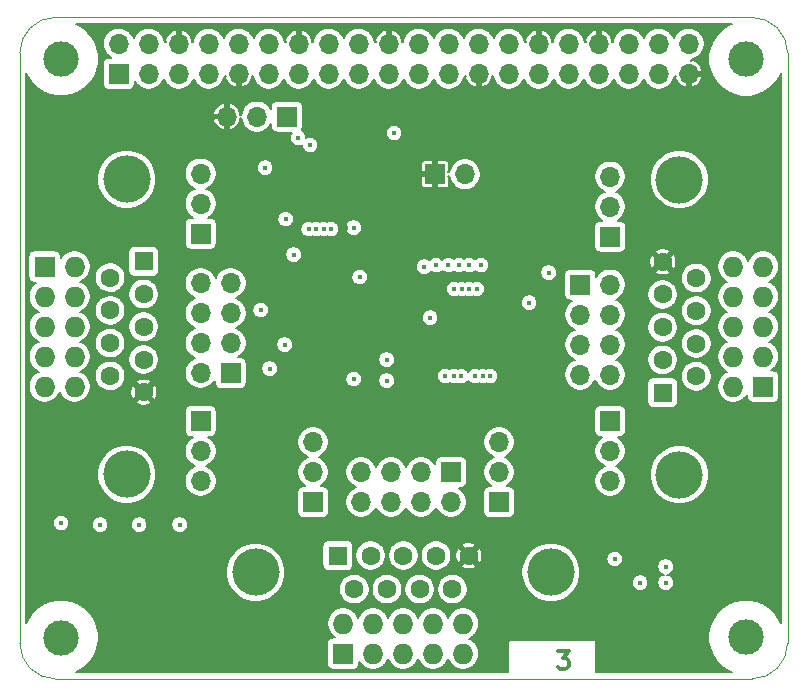
<source format=gbr>
G04 #@! TF.GenerationSoftware,KiCad,Pcbnew,5.1.5+dfsg1-2build2*
G04 #@! TF.CreationDate,2021-09-10T06:31:07+02:00*
G04 #@! TF.ProjectId,RPi_V24,5250695f-5632-4342-9e6b-696361645f70,1*
G04 #@! TF.SameCoordinates,Original*
G04 #@! TF.FileFunction,Copper,L3,Inr*
G04 #@! TF.FilePolarity,Positive*
%FSLAX46Y46*%
G04 Gerber Fmt 4.6, Leading zero omitted, Abs format (unit mm)*
G04 Created by KiCad (PCBNEW 5.1.5+dfsg1-2build2) date 2021-09-10 06:31:07*
%MOMM*%
%LPD*%
G04 APERTURE LIST*
%ADD10C,0.300000*%
%ADD11C,0.100000*%
%ADD12R,1.700000X1.700000*%
%ADD13O,1.700000X1.700000*%
%ADD14C,3.000000*%
%ADD15R,1.600000X1.600000*%
%ADD16C,1.600000*%
%ADD17C,4.000000*%
%ADD18O,1.727200X1.727200*%
%ADD19R,1.727200X1.727200*%
%ADD20C,0.400000*%
%ADD21C,0.200000*%
G04 APERTURE END LIST*
D10*
X124087000Y-114494571D02*
X125015571Y-114494571D01*
X124515571Y-115066000D01*
X124729857Y-115066000D01*
X124872714Y-115137428D01*
X124944142Y-115208857D01*
X125015571Y-115351714D01*
X125015571Y-115708857D01*
X124944142Y-115851714D01*
X124872714Y-115923142D01*
X124729857Y-115994571D01*
X124301285Y-115994571D01*
X124158428Y-115923142D01*
X124087000Y-115851714D01*
D11*
X78546356Y-63817611D02*
X78546356Y-113817611D01*
X78546356Y-63817611D02*
G75*
G02X81546356Y-60817611I3000000J0D01*
G01*
X140546356Y-60817611D02*
X81546356Y-60817611D01*
X140546356Y-60817611D02*
G75*
G02X143546356Y-63817611I0J-3000000D01*
G01*
X143546247Y-113792001D02*
X143546356Y-63817611D01*
X81546356Y-116817611D02*
G75*
G02X78546356Y-113817611I0J3000000D01*
G01*
X81546356Y-116817611D02*
X140546356Y-116817611D01*
X143546247Y-113792001D02*
G75*
G02X140546356Y-116817611I-2999891J-25610D01*
G01*
D12*
X86920000Y-65590000D03*
D13*
X86920000Y-63050000D03*
X89460000Y-65590000D03*
X89460000Y-63050000D03*
X92000000Y-65590000D03*
X92000000Y-63050000D03*
X94540000Y-65590000D03*
X94540000Y-63050000D03*
X97080000Y-65590000D03*
X97080000Y-63050000D03*
X99620000Y-65590000D03*
X99620000Y-63050000D03*
X102160000Y-65590000D03*
X102160000Y-63050000D03*
X104700000Y-65590000D03*
X104700000Y-63050000D03*
X107240000Y-65590000D03*
X107240000Y-63050000D03*
X109780000Y-65590000D03*
X109780000Y-63050000D03*
X112320000Y-65590000D03*
X112320000Y-63050000D03*
X114860000Y-65590000D03*
X114860000Y-63050000D03*
X117400000Y-65590000D03*
X117400000Y-63050000D03*
X119940000Y-65590000D03*
X119940000Y-63050000D03*
X122480000Y-65590000D03*
X122480000Y-63050000D03*
X125020000Y-65590000D03*
X125020000Y-63050000D03*
X127560000Y-65590000D03*
X127560000Y-63050000D03*
X130100000Y-65590000D03*
X130100000Y-63050000D03*
X132640000Y-65590000D03*
X132640000Y-63050000D03*
X135180000Y-65590000D03*
X135180000Y-63050000D03*
D12*
X113700000Y-74100000D03*
D13*
X116240000Y-74100000D03*
D14*
X82040000Y-64310000D03*
X140040000Y-64330000D03*
X82040000Y-113320000D03*
X140030000Y-113310000D03*
D15*
X132969000Y-92583000D03*
D16*
X132969000Y-89813000D03*
X132969000Y-87043000D03*
X132969000Y-84273000D03*
X132969000Y-81503000D03*
X135809000Y-91198000D03*
X135809000Y-88428000D03*
X135809000Y-85658000D03*
X135809000Y-82888000D03*
D17*
X134389000Y-99543000D03*
X134389000Y-74543000D03*
X123513500Y-107801000D03*
X98513500Y-107801000D03*
D16*
X115168500Y-109221000D03*
X112398500Y-109221000D03*
X109628500Y-109221000D03*
X106858500Y-109221000D03*
X116553500Y-106381000D03*
X113783500Y-106381000D03*
X111013500Y-106381000D03*
X108243500Y-106381000D03*
D15*
X105473500Y-106381000D03*
X89027000Y-81470500D03*
D16*
X89027000Y-84240500D03*
X89027000Y-87010500D03*
X89027000Y-89780500D03*
X89027000Y-92550500D03*
X86187000Y-82855500D03*
X86187000Y-85625500D03*
X86187000Y-88395500D03*
X86187000Y-91165500D03*
D17*
X87607000Y-74510500D03*
X87607000Y-99510500D03*
D12*
X128524000Y-79375000D03*
D13*
X128524000Y-76835000D03*
X128524000Y-74295000D03*
X128524000Y-100076000D03*
X128524000Y-97536000D03*
D12*
X128524000Y-94996000D03*
X101155500Y-69215000D03*
D13*
X98615500Y-69215000D03*
X96075500Y-69215000D03*
D12*
X125984000Y-83439000D03*
D13*
X128524000Y-83439000D03*
X125984000Y-85979000D03*
X128524000Y-85979000D03*
X125984000Y-88519000D03*
X128524000Y-88519000D03*
X125984000Y-91059000D03*
X128524000Y-91059000D03*
D12*
X115062000Y-99314000D03*
D13*
X115062000Y-101854000D03*
X112522000Y-99314000D03*
X112522000Y-101854000D03*
X109982000Y-99314000D03*
X109982000Y-101854000D03*
X107442000Y-99314000D03*
X107442000Y-101854000D03*
D12*
X119126000Y-101854000D03*
D13*
X119126000Y-99314000D03*
X119126000Y-96774000D03*
X103378000Y-96774000D03*
X103378000Y-99314000D03*
D12*
X103378000Y-101854000D03*
D13*
X93853000Y-83312000D03*
X96393000Y-83312000D03*
X93853000Y-85852000D03*
X96393000Y-85852000D03*
X93853000Y-88392000D03*
X96393000Y-88392000D03*
X93853000Y-90932000D03*
D12*
X96393000Y-90932000D03*
X93853000Y-94996000D03*
D13*
X93853000Y-97536000D03*
X93853000Y-100076000D03*
X93853000Y-74041000D03*
X93853000Y-76581000D03*
D12*
X93853000Y-79121000D03*
D18*
X138938000Y-81915000D03*
X141478000Y-81915000D03*
X138938000Y-84455000D03*
X141478000Y-84455000D03*
X138938000Y-86995000D03*
X141478000Y-86995000D03*
X138938000Y-89535000D03*
X141478000Y-89535000D03*
X138938000Y-92075000D03*
D19*
X141478000Y-92075000D03*
X105918000Y-114681000D03*
D18*
X105918000Y-112141000D03*
X108458000Y-114681000D03*
X108458000Y-112141000D03*
X110998000Y-114681000D03*
X110998000Y-112141000D03*
X113538000Y-114681000D03*
X113538000Y-112141000D03*
X116078000Y-114681000D03*
X116078000Y-112141000D03*
X83185000Y-92075000D03*
X80645000Y-92075000D03*
X83185000Y-89535000D03*
X80645000Y-89535000D03*
X83185000Y-86995000D03*
X80645000Y-86995000D03*
X83185000Y-84455000D03*
X80645000Y-84455000D03*
X83185000Y-81915000D03*
D19*
X80645000Y-81915000D03*
D20*
X121980000Y-74000000D03*
X124500000Y-72000000D03*
X124500000Y-71000000D03*
X124500000Y-69500000D03*
X124500000Y-68000000D03*
X103124000Y-72644000D03*
X106172000Y-78613000D03*
X114046000Y-86233000D03*
X129032000Y-114808000D03*
X131064000Y-114808000D03*
X133350000Y-114681000D03*
X135636000Y-114681000D03*
X135001000Y-103251000D03*
X131699000Y-103251000D03*
X138303000Y-103251000D03*
X141605000Y-103251000D03*
X80391000Y-103124000D03*
X83693000Y-103124000D03*
X86995000Y-103124000D03*
X90297000Y-103124000D03*
X115769555Y-92129443D03*
X98298000Y-72644000D03*
X106807000Y-89662000D03*
X131064000Y-108679000D03*
X128910373Y-106674627D03*
X114554000Y-91186000D03*
X113792000Y-81788000D03*
X115951000Y-83820000D03*
X114840999Y-81788000D03*
X115316000Y-83820000D03*
X115697000Y-81788000D03*
X116586000Y-83820000D03*
X116586000Y-81788000D03*
X102997000Y-78740000D03*
X92075000Y-103759000D03*
X104902000Y-78740000D03*
X82042000Y-103632000D03*
X103632000Y-78740000D03*
X88646000Y-103759000D03*
X104267000Y-78740000D03*
X110236000Y-70612000D03*
X85344000Y-103759000D03*
X133223000Y-107315000D03*
X133223000Y-108679000D03*
X115316000Y-91186000D03*
X118364000Y-91185998D03*
X115916003Y-91186000D03*
X117221000Y-83820000D03*
X117602000Y-81788000D03*
X101727000Y-80899000D03*
X107315000Y-82804000D03*
X112776000Y-81915000D03*
X106807000Y-78613000D03*
X113284000Y-86233000D03*
X102108046Y-70993000D03*
X106807000Y-91440000D03*
X123317000Y-82423000D03*
X121666000Y-84963000D03*
X101046879Y-77896112D03*
X98933000Y-85598000D03*
X117094000Y-91186000D03*
X109601000Y-89789000D03*
X100965000Y-88519000D03*
X117729000Y-91186000D03*
X109601000Y-91567000D03*
X99695000Y-90551000D03*
X99314000Y-73533000D03*
X103124000Y-71628000D03*
D21*
G36*
X138524232Y-61494197D02*
G01*
X138000119Y-61844398D01*
X137554398Y-62290119D01*
X137204197Y-62814232D01*
X136962975Y-63396595D01*
X136840000Y-64014828D01*
X136840000Y-64645172D01*
X136962975Y-65263405D01*
X137204197Y-65845768D01*
X137554398Y-66369881D01*
X138000119Y-66815602D01*
X138524232Y-67165803D01*
X139106595Y-67407025D01*
X139724828Y-67530000D01*
X140355172Y-67530000D01*
X140973405Y-67407025D01*
X141555768Y-67165803D01*
X142079881Y-66815602D01*
X142525602Y-66369881D01*
X142875803Y-65845768D01*
X142996353Y-65554733D01*
X142996251Y-112109162D01*
X142865803Y-111794232D01*
X142515602Y-111270119D01*
X142069881Y-110824398D01*
X141545768Y-110474197D01*
X140963405Y-110232975D01*
X140345172Y-110110000D01*
X139714828Y-110110000D01*
X139096595Y-110232975D01*
X138514232Y-110474197D01*
X137990119Y-110824398D01*
X137544398Y-111270119D01*
X137194197Y-111794232D01*
X136952975Y-112376595D01*
X136830000Y-112994828D01*
X136830000Y-113625172D01*
X136952975Y-114243405D01*
X137194197Y-114825768D01*
X137544398Y-115349881D01*
X137990119Y-115795602D01*
X138514232Y-116145803D01*
X138808303Y-116267611D01*
X127354000Y-116267611D01*
X127354000Y-113665000D01*
X127352079Y-113645491D01*
X127346388Y-113626732D01*
X127337147Y-113609443D01*
X127324711Y-113594289D01*
X127309557Y-113581853D01*
X127292268Y-113572612D01*
X127273509Y-113566921D01*
X127254000Y-113565000D01*
X120015000Y-113565000D01*
X119995491Y-113566921D01*
X119976732Y-113572612D01*
X119959443Y-113581853D01*
X119944289Y-113594289D01*
X119931853Y-113609443D01*
X119922612Y-113626732D01*
X119916921Y-113645491D01*
X119915000Y-113665000D01*
X119915000Y-116267611D01*
X83285839Y-116267611D01*
X83555768Y-116155803D01*
X84079881Y-115805602D01*
X84525602Y-115359881D01*
X84875803Y-114835768D01*
X85117025Y-114253405D01*
X85203752Y-113817400D01*
X104551981Y-113817400D01*
X104551981Y-115544600D01*
X104561635Y-115642617D01*
X104590225Y-115736867D01*
X104636654Y-115823729D01*
X104699136Y-115899864D01*
X104775271Y-115962346D01*
X104862133Y-116008775D01*
X104956383Y-116037365D01*
X105054400Y-116047019D01*
X106781600Y-116047019D01*
X106879617Y-116037365D01*
X106973867Y-116008775D01*
X107060729Y-115962346D01*
X107136864Y-115899864D01*
X107199346Y-115823729D01*
X107245775Y-115736867D01*
X107274365Y-115642617D01*
X107284019Y-115544600D01*
X107284019Y-115378429D01*
X107398823Y-115550244D01*
X107588756Y-115740177D01*
X107812093Y-115889407D01*
X108060253Y-115992198D01*
X108323697Y-116044600D01*
X108592303Y-116044600D01*
X108855747Y-115992198D01*
X109103907Y-115889407D01*
X109327244Y-115740177D01*
X109517177Y-115550244D01*
X109666407Y-115326907D01*
X109728000Y-115178208D01*
X109789593Y-115326907D01*
X109938823Y-115550244D01*
X110128756Y-115740177D01*
X110352093Y-115889407D01*
X110600253Y-115992198D01*
X110863697Y-116044600D01*
X111132303Y-116044600D01*
X111395747Y-115992198D01*
X111643907Y-115889407D01*
X111867244Y-115740177D01*
X112057177Y-115550244D01*
X112206407Y-115326907D01*
X112268000Y-115178208D01*
X112329593Y-115326907D01*
X112478823Y-115550244D01*
X112668756Y-115740177D01*
X112892093Y-115889407D01*
X113140253Y-115992198D01*
X113403697Y-116044600D01*
X113672303Y-116044600D01*
X113935747Y-115992198D01*
X114183907Y-115889407D01*
X114407244Y-115740177D01*
X114597177Y-115550244D01*
X114746407Y-115326907D01*
X114808000Y-115178208D01*
X114869593Y-115326907D01*
X115018823Y-115550244D01*
X115208756Y-115740177D01*
X115432093Y-115889407D01*
X115680253Y-115992198D01*
X115943697Y-116044600D01*
X116212303Y-116044600D01*
X116475747Y-115992198D01*
X116723907Y-115889407D01*
X116947244Y-115740177D01*
X117137177Y-115550244D01*
X117286407Y-115326907D01*
X117389198Y-115078747D01*
X117441600Y-114815303D01*
X117441600Y-114546697D01*
X117389198Y-114283253D01*
X117286407Y-114035093D01*
X117137177Y-113811756D01*
X116947244Y-113621823D01*
X116723907Y-113472593D01*
X116575208Y-113411000D01*
X116723907Y-113349407D01*
X116947244Y-113200177D01*
X117137177Y-113010244D01*
X117286407Y-112786907D01*
X117389198Y-112538747D01*
X117441600Y-112275303D01*
X117441600Y-112006697D01*
X117389198Y-111743253D01*
X117286407Y-111495093D01*
X117137177Y-111271756D01*
X116947244Y-111081823D01*
X116723907Y-110932593D01*
X116475747Y-110829802D01*
X116212303Y-110777400D01*
X115943697Y-110777400D01*
X115680253Y-110829802D01*
X115432093Y-110932593D01*
X115208756Y-111081823D01*
X115018823Y-111271756D01*
X114869593Y-111495093D01*
X114808000Y-111643792D01*
X114746407Y-111495093D01*
X114597177Y-111271756D01*
X114407244Y-111081823D01*
X114183907Y-110932593D01*
X113935747Y-110829802D01*
X113672303Y-110777400D01*
X113403697Y-110777400D01*
X113140253Y-110829802D01*
X112892093Y-110932593D01*
X112668756Y-111081823D01*
X112478823Y-111271756D01*
X112329593Y-111495093D01*
X112268000Y-111643792D01*
X112206407Y-111495093D01*
X112057177Y-111271756D01*
X111867244Y-111081823D01*
X111643907Y-110932593D01*
X111395747Y-110829802D01*
X111132303Y-110777400D01*
X110863697Y-110777400D01*
X110600253Y-110829802D01*
X110352093Y-110932593D01*
X110128756Y-111081823D01*
X109938823Y-111271756D01*
X109789593Y-111495093D01*
X109728000Y-111643792D01*
X109666407Y-111495093D01*
X109517177Y-111271756D01*
X109327244Y-111081823D01*
X109103907Y-110932593D01*
X108855747Y-110829802D01*
X108592303Y-110777400D01*
X108323697Y-110777400D01*
X108060253Y-110829802D01*
X107812093Y-110932593D01*
X107588756Y-111081823D01*
X107398823Y-111271756D01*
X107249593Y-111495093D01*
X107188000Y-111643792D01*
X107126407Y-111495093D01*
X106977177Y-111271756D01*
X106787244Y-111081823D01*
X106563907Y-110932593D01*
X106315747Y-110829802D01*
X106052303Y-110777400D01*
X105783697Y-110777400D01*
X105520253Y-110829802D01*
X105272093Y-110932593D01*
X105048756Y-111081823D01*
X104858823Y-111271756D01*
X104709593Y-111495093D01*
X104606802Y-111743253D01*
X104554400Y-112006697D01*
X104554400Y-112275303D01*
X104606802Y-112538747D01*
X104709593Y-112786907D01*
X104858823Y-113010244D01*
X105048756Y-113200177D01*
X105220571Y-113314981D01*
X105054400Y-113314981D01*
X104956383Y-113324635D01*
X104862133Y-113353225D01*
X104775271Y-113399654D01*
X104699136Y-113462136D01*
X104636654Y-113538271D01*
X104590225Y-113625133D01*
X104561635Y-113719383D01*
X104551981Y-113817400D01*
X85203752Y-113817400D01*
X85240000Y-113635172D01*
X85240000Y-113004828D01*
X85117025Y-112386595D01*
X84875803Y-111804232D01*
X84525602Y-111280119D01*
X84079881Y-110834398D01*
X83555768Y-110484197D01*
X82973405Y-110242975D01*
X82355172Y-110120000D01*
X81724828Y-110120000D01*
X81106595Y-110242975D01*
X80524232Y-110484197D01*
X80000119Y-110834398D01*
X79554398Y-111280119D01*
X79204197Y-111804232D01*
X79096356Y-112064584D01*
X79096356Y-107554772D01*
X96013500Y-107554772D01*
X96013500Y-108047228D01*
X96109574Y-108530223D01*
X96298029Y-108985194D01*
X96571624Y-109394657D01*
X96919843Y-109742876D01*
X97329306Y-110016471D01*
X97784277Y-110204926D01*
X98267272Y-110301000D01*
X98759728Y-110301000D01*
X99242723Y-110204926D01*
X99697694Y-110016471D01*
X100107157Y-109742876D01*
X100455376Y-109394657D01*
X100656963Y-109092961D01*
X105558500Y-109092961D01*
X105558500Y-109349039D01*
X105608458Y-109600196D01*
X105706455Y-109836781D01*
X105848724Y-110049702D01*
X106029798Y-110230776D01*
X106242719Y-110373045D01*
X106479304Y-110471042D01*
X106730461Y-110521000D01*
X106986539Y-110521000D01*
X107237696Y-110471042D01*
X107474281Y-110373045D01*
X107687202Y-110230776D01*
X107868276Y-110049702D01*
X108010545Y-109836781D01*
X108108542Y-109600196D01*
X108158500Y-109349039D01*
X108158500Y-109092961D01*
X108328500Y-109092961D01*
X108328500Y-109349039D01*
X108378458Y-109600196D01*
X108476455Y-109836781D01*
X108618724Y-110049702D01*
X108799798Y-110230776D01*
X109012719Y-110373045D01*
X109249304Y-110471042D01*
X109500461Y-110521000D01*
X109756539Y-110521000D01*
X110007696Y-110471042D01*
X110244281Y-110373045D01*
X110457202Y-110230776D01*
X110638276Y-110049702D01*
X110780545Y-109836781D01*
X110878542Y-109600196D01*
X110928500Y-109349039D01*
X110928500Y-109092961D01*
X111098500Y-109092961D01*
X111098500Y-109349039D01*
X111148458Y-109600196D01*
X111246455Y-109836781D01*
X111388724Y-110049702D01*
X111569798Y-110230776D01*
X111782719Y-110373045D01*
X112019304Y-110471042D01*
X112270461Y-110521000D01*
X112526539Y-110521000D01*
X112777696Y-110471042D01*
X113014281Y-110373045D01*
X113227202Y-110230776D01*
X113408276Y-110049702D01*
X113550545Y-109836781D01*
X113648542Y-109600196D01*
X113698500Y-109349039D01*
X113698500Y-109092961D01*
X113868500Y-109092961D01*
X113868500Y-109349039D01*
X113918458Y-109600196D01*
X114016455Y-109836781D01*
X114158724Y-110049702D01*
X114339798Y-110230776D01*
X114552719Y-110373045D01*
X114789304Y-110471042D01*
X115040461Y-110521000D01*
X115296539Y-110521000D01*
X115547696Y-110471042D01*
X115784281Y-110373045D01*
X115997202Y-110230776D01*
X116178276Y-110049702D01*
X116320545Y-109836781D01*
X116418542Y-109600196D01*
X116468500Y-109349039D01*
X116468500Y-109092961D01*
X116418542Y-108841804D01*
X116320545Y-108605219D01*
X116178276Y-108392298D01*
X115997202Y-108211224D01*
X115784281Y-108068955D01*
X115547696Y-107970958D01*
X115296539Y-107921000D01*
X115040461Y-107921000D01*
X114789304Y-107970958D01*
X114552719Y-108068955D01*
X114339798Y-108211224D01*
X114158724Y-108392298D01*
X114016455Y-108605219D01*
X113918458Y-108841804D01*
X113868500Y-109092961D01*
X113698500Y-109092961D01*
X113648542Y-108841804D01*
X113550545Y-108605219D01*
X113408276Y-108392298D01*
X113227202Y-108211224D01*
X113014281Y-108068955D01*
X112777696Y-107970958D01*
X112526539Y-107921000D01*
X112270461Y-107921000D01*
X112019304Y-107970958D01*
X111782719Y-108068955D01*
X111569798Y-108211224D01*
X111388724Y-108392298D01*
X111246455Y-108605219D01*
X111148458Y-108841804D01*
X111098500Y-109092961D01*
X110928500Y-109092961D01*
X110878542Y-108841804D01*
X110780545Y-108605219D01*
X110638276Y-108392298D01*
X110457202Y-108211224D01*
X110244281Y-108068955D01*
X110007696Y-107970958D01*
X109756539Y-107921000D01*
X109500461Y-107921000D01*
X109249304Y-107970958D01*
X109012719Y-108068955D01*
X108799798Y-108211224D01*
X108618724Y-108392298D01*
X108476455Y-108605219D01*
X108378458Y-108841804D01*
X108328500Y-109092961D01*
X108158500Y-109092961D01*
X108108542Y-108841804D01*
X108010545Y-108605219D01*
X107868276Y-108392298D01*
X107687202Y-108211224D01*
X107474281Y-108068955D01*
X107237696Y-107970958D01*
X106986539Y-107921000D01*
X106730461Y-107921000D01*
X106479304Y-107970958D01*
X106242719Y-108068955D01*
X106029798Y-108211224D01*
X105848724Y-108392298D01*
X105706455Y-108605219D01*
X105608458Y-108841804D01*
X105558500Y-109092961D01*
X100656963Y-109092961D01*
X100728971Y-108985194D01*
X100917426Y-108530223D01*
X101013500Y-108047228D01*
X101013500Y-107554772D01*
X100917426Y-107071777D01*
X100728971Y-106616806D01*
X100455376Y-106207343D01*
X100107157Y-105859124D01*
X99697694Y-105585529D01*
X99686761Y-105581000D01*
X104171081Y-105581000D01*
X104171081Y-107181000D01*
X104180735Y-107279017D01*
X104209325Y-107373267D01*
X104255754Y-107460129D01*
X104318236Y-107536264D01*
X104394371Y-107598746D01*
X104481233Y-107645175D01*
X104575483Y-107673765D01*
X104673500Y-107683419D01*
X106273500Y-107683419D01*
X106371517Y-107673765D01*
X106465767Y-107645175D01*
X106552629Y-107598746D01*
X106628764Y-107536264D01*
X106691246Y-107460129D01*
X106737675Y-107373267D01*
X106766265Y-107279017D01*
X106775919Y-107181000D01*
X106775919Y-106252961D01*
X106943500Y-106252961D01*
X106943500Y-106509039D01*
X106993458Y-106760196D01*
X107091455Y-106996781D01*
X107233724Y-107209702D01*
X107414798Y-107390776D01*
X107627719Y-107533045D01*
X107864304Y-107631042D01*
X108115461Y-107681000D01*
X108371539Y-107681000D01*
X108622696Y-107631042D01*
X108859281Y-107533045D01*
X109072202Y-107390776D01*
X109253276Y-107209702D01*
X109395545Y-106996781D01*
X109493542Y-106760196D01*
X109543500Y-106509039D01*
X109543500Y-106252961D01*
X109713500Y-106252961D01*
X109713500Y-106509039D01*
X109763458Y-106760196D01*
X109861455Y-106996781D01*
X110003724Y-107209702D01*
X110184798Y-107390776D01*
X110397719Y-107533045D01*
X110634304Y-107631042D01*
X110885461Y-107681000D01*
X111141539Y-107681000D01*
X111392696Y-107631042D01*
X111629281Y-107533045D01*
X111842202Y-107390776D01*
X112023276Y-107209702D01*
X112165545Y-106996781D01*
X112263542Y-106760196D01*
X112313500Y-106509039D01*
X112313500Y-106252961D01*
X112483500Y-106252961D01*
X112483500Y-106509039D01*
X112533458Y-106760196D01*
X112631455Y-106996781D01*
X112773724Y-107209702D01*
X112954798Y-107390776D01*
X113167719Y-107533045D01*
X113404304Y-107631042D01*
X113655461Y-107681000D01*
X113911539Y-107681000D01*
X114162696Y-107631042D01*
X114346827Y-107554772D01*
X121013500Y-107554772D01*
X121013500Y-108047228D01*
X121109574Y-108530223D01*
X121298029Y-108985194D01*
X121571624Y-109394657D01*
X121919843Y-109742876D01*
X122329306Y-110016471D01*
X122784277Y-110204926D01*
X123267272Y-110301000D01*
X123759728Y-110301000D01*
X124242723Y-110204926D01*
X124697694Y-110016471D01*
X125107157Y-109742876D01*
X125455376Y-109394657D01*
X125728971Y-108985194D01*
X125884358Y-108610056D01*
X130364000Y-108610056D01*
X130364000Y-108747944D01*
X130390901Y-108883182D01*
X130443668Y-109010574D01*
X130520274Y-109125224D01*
X130617776Y-109222726D01*
X130732426Y-109299332D01*
X130859818Y-109352099D01*
X130995056Y-109379000D01*
X131132944Y-109379000D01*
X131268182Y-109352099D01*
X131395574Y-109299332D01*
X131510224Y-109222726D01*
X131607726Y-109125224D01*
X131684332Y-109010574D01*
X131737099Y-108883182D01*
X131764000Y-108747944D01*
X131764000Y-108610056D01*
X131737099Y-108474818D01*
X131684332Y-108347426D01*
X131607726Y-108232776D01*
X131510224Y-108135274D01*
X131395574Y-108058668D01*
X131268182Y-108005901D01*
X131132944Y-107979000D01*
X130995056Y-107979000D01*
X130859818Y-108005901D01*
X130732426Y-108058668D01*
X130617776Y-108135274D01*
X130520274Y-108232776D01*
X130443668Y-108347426D01*
X130390901Y-108474818D01*
X130364000Y-108610056D01*
X125884358Y-108610056D01*
X125917426Y-108530223D01*
X126013500Y-108047228D01*
X126013500Y-107554772D01*
X125917426Y-107071777D01*
X125728971Y-106616806D01*
X125721539Y-106605683D01*
X128210373Y-106605683D01*
X128210373Y-106743571D01*
X128237274Y-106878809D01*
X128290041Y-107006201D01*
X128366647Y-107120851D01*
X128464149Y-107218353D01*
X128578799Y-107294959D01*
X128706191Y-107347726D01*
X128841429Y-107374627D01*
X128979317Y-107374627D01*
X129114555Y-107347726D01*
X129241947Y-107294959D01*
X129315136Y-107246056D01*
X132523000Y-107246056D01*
X132523000Y-107383944D01*
X132549901Y-107519182D01*
X132602668Y-107646574D01*
X132679274Y-107761224D01*
X132776776Y-107858726D01*
X132891426Y-107935332D01*
X133018818Y-107988099D01*
X133063566Y-107997000D01*
X133018818Y-108005901D01*
X132891426Y-108058668D01*
X132776776Y-108135274D01*
X132679274Y-108232776D01*
X132602668Y-108347426D01*
X132549901Y-108474818D01*
X132523000Y-108610056D01*
X132523000Y-108747944D01*
X132549901Y-108883182D01*
X132602668Y-109010574D01*
X132679274Y-109125224D01*
X132776776Y-109222726D01*
X132891426Y-109299332D01*
X133018818Y-109352099D01*
X133154056Y-109379000D01*
X133291944Y-109379000D01*
X133427182Y-109352099D01*
X133554574Y-109299332D01*
X133669224Y-109222726D01*
X133766726Y-109125224D01*
X133843332Y-109010574D01*
X133896099Y-108883182D01*
X133923000Y-108747944D01*
X133923000Y-108610056D01*
X133896099Y-108474818D01*
X133843332Y-108347426D01*
X133766726Y-108232776D01*
X133669224Y-108135274D01*
X133554574Y-108058668D01*
X133427182Y-108005901D01*
X133382434Y-107997000D01*
X133427182Y-107988099D01*
X133554574Y-107935332D01*
X133669224Y-107858726D01*
X133766726Y-107761224D01*
X133843332Y-107646574D01*
X133896099Y-107519182D01*
X133923000Y-107383944D01*
X133923000Y-107246056D01*
X133896099Y-107110818D01*
X133843332Y-106983426D01*
X133766726Y-106868776D01*
X133669224Y-106771274D01*
X133554574Y-106694668D01*
X133427182Y-106641901D01*
X133291944Y-106615000D01*
X133154056Y-106615000D01*
X133018818Y-106641901D01*
X132891426Y-106694668D01*
X132776776Y-106771274D01*
X132679274Y-106868776D01*
X132602668Y-106983426D01*
X132549901Y-107110818D01*
X132523000Y-107246056D01*
X129315136Y-107246056D01*
X129356597Y-107218353D01*
X129454099Y-107120851D01*
X129530705Y-107006201D01*
X129583472Y-106878809D01*
X129610373Y-106743571D01*
X129610373Y-106605683D01*
X129583472Y-106470445D01*
X129530705Y-106343053D01*
X129454099Y-106228403D01*
X129356597Y-106130901D01*
X129241947Y-106054295D01*
X129114555Y-106001528D01*
X128979317Y-105974627D01*
X128841429Y-105974627D01*
X128706191Y-106001528D01*
X128578799Y-106054295D01*
X128464149Y-106130901D01*
X128366647Y-106228403D01*
X128290041Y-106343053D01*
X128237274Y-106470445D01*
X128210373Y-106605683D01*
X125721539Y-106605683D01*
X125455376Y-106207343D01*
X125107157Y-105859124D01*
X124697694Y-105585529D01*
X124242723Y-105397074D01*
X123759728Y-105301000D01*
X123267272Y-105301000D01*
X122784277Y-105397074D01*
X122329306Y-105585529D01*
X121919843Y-105859124D01*
X121571624Y-106207343D01*
X121298029Y-106616806D01*
X121109574Y-107071777D01*
X121013500Y-107554772D01*
X114346827Y-107554772D01*
X114399281Y-107533045D01*
X114612202Y-107390776D01*
X114765740Y-107237238D01*
X115915051Y-107237238D01*
X116004924Y-107398051D01*
X116213882Y-107485530D01*
X116435891Y-107530563D01*
X116662420Y-107531419D01*
X116884763Y-107488065D01*
X117094375Y-107402166D01*
X117102076Y-107398051D01*
X117191949Y-107237238D01*
X116553500Y-106598789D01*
X115915051Y-107237238D01*
X114765740Y-107237238D01*
X114793276Y-107209702D01*
X114935545Y-106996781D01*
X115033542Y-106760196D01*
X115083500Y-106509039D01*
X115083500Y-106489920D01*
X115403081Y-106489920D01*
X115446435Y-106712263D01*
X115532334Y-106921875D01*
X115536449Y-106929576D01*
X115697262Y-107019449D01*
X116335711Y-106381000D01*
X116771289Y-106381000D01*
X117409738Y-107019449D01*
X117570551Y-106929576D01*
X117658030Y-106720618D01*
X117703063Y-106498609D01*
X117703919Y-106272080D01*
X117660565Y-106049737D01*
X117574666Y-105840125D01*
X117570551Y-105832424D01*
X117409738Y-105742551D01*
X116771289Y-106381000D01*
X116335711Y-106381000D01*
X115697262Y-105742551D01*
X115536449Y-105832424D01*
X115448970Y-106041382D01*
X115403937Y-106263391D01*
X115403081Y-106489920D01*
X115083500Y-106489920D01*
X115083500Y-106252961D01*
X115033542Y-106001804D01*
X114935545Y-105765219D01*
X114793276Y-105552298D01*
X114765740Y-105524762D01*
X115915051Y-105524762D01*
X116553500Y-106163211D01*
X117191949Y-105524762D01*
X117102076Y-105363949D01*
X116893118Y-105276470D01*
X116671109Y-105231437D01*
X116444580Y-105230581D01*
X116222237Y-105273935D01*
X116012625Y-105359834D01*
X116004924Y-105363949D01*
X115915051Y-105524762D01*
X114765740Y-105524762D01*
X114612202Y-105371224D01*
X114399281Y-105228955D01*
X114162696Y-105130958D01*
X113911539Y-105081000D01*
X113655461Y-105081000D01*
X113404304Y-105130958D01*
X113167719Y-105228955D01*
X112954798Y-105371224D01*
X112773724Y-105552298D01*
X112631455Y-105765219D01*
X112533458Y-106001804D01*
X112483500Y-106252961D01*
X112313500Y-106252961D01*
X112263542Y-106001804D01*
X112165545Y-105765219D01*
X112023276Y-105552298D01*
X111842202Y-105371224D01*
X111629281Y-105228955D01*
X111392696Y-105130958D01*
X111141539Y-105081000D01*
X110885461Y-105081000D01*
X110634304Y-105130958D01*
X110397719Y-105228955D01*
X110184798Y-105371224D01*
X110003724Y-105552298D01*
X109861455Y-105765219D01*
X109763458Y-106001804D01*
X109713500Y-106252961D01*
X109543500Y-106252961D01*
X109493542Y-106001804D01*
X109395545Y-105765219D01*
X109253276Y-105552298D01*
X109072202Y-105371224D01*
X108859281Y-105228955D01*
X108622696Y-105130958D01*
X108371539Y-105081000D01*
X108115461Y-105081000D01*
X107864304Y-105130958D01*
X107627719Y-105228955D01*
X107414798Y-105371224D01*
X107233724Y-105552298D01*
X107091455Y-105765219D01*
X106993458Y-106001804D01*
X106943500Y-106252961D01*
X106775919Y-106252961D01*
X106775919Y-105581000D01*
X106766265Y-105482983D01*
X106737675Y-105388733D01*
X106691246Y-105301871D01*
X106628764Y-105225736D01*
X106552629Y-105163254D01*
X106465767Y-105116825D01*
X106371517Y-105088235D01*
X106273500Y-105078581D01*
X104673500Y-105078581D01*
X104575483Y-105088235D01*
X104481233Y-105116825D01*
X104394371Y-105163254D01*
X104318236Y-105225736D01*
X104255754Y-105301871D01*
X104209325Y-105388733D01*
X104180735Y-105482983D01*
X104171081Y-105581000D01*
X99686761Y-105581000D01*
X99242723Y-105397074D01*
X98759728Y-105301000D01*
X98267272Y-105301000D01*
X97784277Y-105397074D01*
X97329306Y-105585529D01*
X96919843Y-105859124D01*
X96571624Y-106207343D01*
X96298029Y-106616806D01*
X96109574Y-107071777D01*
X96013500Y-107554772D01*
X79096356Y-107554772D01*
X79096356Y-103563056D01*
X81342000Y-103563056D01*
X81342000Y-103700944D01*
X81368901Y-103836182D01*
X81421668Y-103963574D01*
X81498274Y-104078224D01*
X81595776Y-104175726D01*
X81710426Y-104252332D01*
X81837818Y-104305099D01*
X81973056Y-104332000D01*
X82110944Y-104332000D01*
X82246182Y-104305099D01*
X82373574Y-104252332D01*
X82488224Y-104175726D01*
X82585726Y-104078224D01*
X82662332Y-103963574D01*
X82715099Y-103836182D01*
X82742000Y-103700944D01*
X82742000Y-103690056D01*
X84644000Y-103690056D01*
X84644000Y-103827944D01*
X84670901Y-103963182D01*
X84723668Y-104090574D01*
X84800274Y-104205224D01*
X84897776Y-104302726D01*
X85012426Y-104379332D01*
X85139818Y-104432099D01*
X85275056Y-104459000D01*
X85412944Y-104459000D01*
X85548182Y-104432099D01*
X85675574Y-104379332D01*
X85790224Y-104302726D01*
X85887726Y-104205224D01*
X85964332Y-104090574D01*
X86017099Y-103963182D01*
X86044000Y-103827944D01*
X86044000Y-103690056D01*
X87946000Y-103690056D01*
X87946000Y-103827944D01*
X87972901Y-103963182D01*
X88025668Y-104090574D01*
X88102274Y-104205224D01*
X88199776Y-104302726D01*
X88314426Y-104379332D01*
X88441818Y-104432099D01*
X88577056Y-104459000D01*
X88714944Y-104459000D01*
X88850182Y-104432099D01*
X88977574Y-104379332D01*
X89092224Y-104302726D01*
X89189726Y-104205224D01*
X89266332Y-104090574D01*
X89319099Y-103963182D01*
X89346000Y-103827944D01*
X89346000Y-103690056D01*
X91375000Y-103690056D01*
X91375000Y-103827944D01*
X91401901Y-103963182D01*
X91454668Y-104090574D01*
X91531274Y-104205224D01*
X91628776Y-104302726D01*
X91743426Y-104379332D01*
X91870818Y-104432099D01*
X92006056Y-104459000D01*
X92143944Y-104459000D01*
X92279182Y-104432099D01*
X92406574Y-104379332D01*
X92521224Y-104302726D01*
X92618726Y-104205224D01*
X92695332Y-104090574D01*
X92748099Y-103963182D01*
X92775000Y-103827944D01*
X92775000Y-103690056D01*
X92748099Y-103554818D01*
X92695332Y-103427426D01*
X92618726Y-103312776D01*
X92521224Y-103215274D01*
X92406574Y-103138668D01*
X92279182Y-103085901D01*
X92143944Y-103059000D01*
X92006056Y-103059000D01*
X91870818Y-103085901D01*
X91743426Y-103138668D01*
X91628776Y-103215274D01*
X91531274Y-103312776D01*
X91454668Y-103427426D01*
X91401901Y-103554818D01*
X91375000Y-103690056D01*
X89346000Y-103690056D01*
X89319099Y-103554818D01*
X89266332Y-103427426D01*
X89189726Y-103312776D01*
X89092224Y-103215274D01*
X88977574Y-103138668D01*
X88850182Y-103085901D01*
X88714944Y-103059000D01*
X88577056Y-103059000D01*
X88441818Y-103085901D01*
X88314426Y-103138668D01*
X88199776Y-103215274D01*
X88102274Y-103312776D01*
X88025668Y-103427426D01*
X87972901Y-103554818D01*
X87946000Y-103690056D01*
X86044000Y-103690056D01*
X86017099Y-103554818D01*
X85964332Y-103427426D01*
X85887726Y-103312776D01*
X85790224Y-103215274D01*
X85675574Y-103138668D01*
X85548182Y-103085901D01*
X85412944Y-103059000D01*
X85275056Y-103059000D01*
X85139818Y-103085901D01*
X85012426Y-103138668D01*
X84897776Y-103215274D01*
X84800274Y-103312776D01*
X84723668Y-103427426D01*
X84670901Y-103554818D01*
X84644000Y-103690056D01*
X82742000Y-103690056D01*
X82742000Y-103563056D01*
X82715099Y-103427818D01*
X82662332Y-103300426D01*
X82585726Y-103185776D01*
X82488224Y-103088274D01*
X82373574Y-103011668D01*
X82246182Y-102958901D01*
X82110944Y-102932000D01*
X81973056Y-102932000D01*
X81837818Y-102958901D01*
X81710426Y-103011668D01*
X81595776Y-103088274D01*
X81498274Y-103185776D01*
X81421668Y-103300426D01*
X81368901Y-103427818D01*
X81342000Y-103563056D01*
X79096356Y-103563056D01*
X79096356Y-99264272D01*
X85107000Y-99264272D01*
X85107000Y-99756728D01*
X85203074Y-100239723D01*
X85391529Y-100694694D01*
X85665124Y-101104157D01*
X86013343Y-101452376D01*
X86422806Y-101725971D01*
X86877777Y-101914426D01*
X87360772Y-102010500D01*
X87853228Y-102010500D01*
X88336223Y-101914426D01*
X88791194Y-101725971D01*
X89200657Y-101452376D01*
X89548876Y-101104157D01*
X89822471Y-100694694D01*
X90010926Y-100239723D01*
X90107000Y-99756728D01*
X90107000Y-99264272D01*
X90010926Y-98781277D01*
X89822471Y-98326306D01*
X89548876Y-97916843D01*
X89200657Y-97568624D01*
X88791194Y-97295029D01*
X88336223Y-97106574D01*
X87853228Y-97010500D01*
X87360772Y-97010500D01*
X86877777Y-97106574D01*
X86422806Y-97295029D01*
X86013343Y-97568624D01*
X85665124Y-97916843D01*
X85391529Y-98326306D01*
X85203074Y-98781277D01*
X85107000Y-99264272D01*
X79096356Y-99264272D01*
X79096356Y-94146000D01*
X92500581Y-94146000D01*
X92500581Y-95846000D01*
X92510235Y-95944017D01*
X92538825Y-96038267D01*
X92585254Y-96125129D01*
X92647736Y-96201264D01*
X92723871Y-96263746D01*
X92810733Y-96310175D01*
X92904983Y-96338765D01*
X93003000Y-96348419D01*
X93200405Y-96348419D01*
X92992425Y-96487387D01*
X92804387Y-96675425D01*
X92656646Y-96896535D01*
X92554880Y-97142220D01*
X92503000Y-97403037D01*
X92503000Y-97668963D01*
X92554880Y-97929780D01*
X92656646Y-98175465D01*
X92804387Y-98396575D01*
X92992425Y-98584613D01*
X93213535Y-98732354D01*
X93391332Y-98806000D01*
X93213535Y-98879646D01*
X92992425Y-99027387D01*
X92804387Y-99215425D01*
X92656646Y-99436535D01*
X92554880Y-99682220D01*
X92503000Y-99943037D01*
X92503000Y-100208963D01*
X92554880Y-100469780D01*
X92656646Y-100715465D01*
X92804387Y-100936575D01*
X92992425Y-101124613D01*
X93213535Y-101272354D01*
X93459220Y-101374120D01*
X93720037Y-101426000D01*
X93985963Y-101426000D01*
X94246780Y-101374120D01*
X94492465Y-101272354D01*
X94713575Y-101124613D01*
X94834188Y-101004000D01*
X102025581Y-101004000D01*
X102025581Y-102704000D01*
X102035235Y-102802017D01*
X102063825Y-102896267D01*
X102110254Y-102983129D01*
X102172736Y-103059264D01*
X102248871Y-103121746D01*
X102335733Y-103168175D01*
X102429983Y-103196765D01*
X102528000Y-103206419D01*
X104228000Y-103206419D01*
X104326017Y-103196765D01*
X104420267Y-103168175D01*
X104507129Y-103121746D01*
X104583264Y-103059264D01*
X104645746Y-102983129D01*
X104692175Y-102896267D01*
X104720765Y-102802017D01*
X104730419Y-102704000D01*
X104730419Y-101004000D01*
X104720765Y-100905983D01*
X104692175Y-100811733D01*
X104645746Y-100724871D01*
X104583264Y-100648736D01*
X104507129Y-100586254D01*
X104420267Y-100539825D01*
X104326017Y-100511235D01*
X104228000Y-100501581D01*
X104030595Y-100501581D01*
X104238575Y-100362613D01*
X104426613Y-100174575D01*
X104574354Y-99953465D01*
X104676120Y-99707780D01*
X104728000Y-99446963D01*
X104728000Y-99181037D01*
X106092000Y-99181037D01*
X106092000Y-99446963D01*
X106143880Y-99707780D01*
X106245646Y-99953465D01*
X106393387Y-100174575D01*
X106581425Y-100362613D01*
X106802535Y-100510354D01*
X106980332Y-100584000D01*
X106802535Y-100657646D01*
X106581425Y-100805387D01*
X106393387Y-100993425D01*
X106245646Y-101214535D01*
X106143880Y-101460220D01*
X106092000Y-101721037D01*
X106092000Y-101986963D01*
X106143880Y-102247780D01*
X106245646Y-102493465D01*
X106393387Y-102714575D01*
X106581425Y-102902613D01*
X106802535Y-103050354D01*
X107048220Y-103152120D01*
X107309037Y-103204000D01*
X107574963Y-103204000D01*
X107835780Y-103152120D01*
X108081465Y-103050354D01*
X108302575Y-102902613D01*
X108490613Y-102714575D01*
X108638354Y-102493465D01*
X108712000Y-102315668D01*
X108785646Y-102493465D01*
X108933387Y-102714575D01*
X109121425Y-102902613D01*
X109342535Y-103050354D01*
X109588220Y-103152120D01*
X109849037Y-103204000D01*
X110114963Y-103204000D01*
X110375780Y-103152120D01*
X110621465Y-103050354D01*
X110842575Y-102902613D01*
X111030613Y-102714575D01*
X111178354Y-102493465D01*
X111252000Y-102315668D01*
X111325646Y-102493465D01*
X111473387Y-102714575D01*
X111661425Y-102902613D01*
X111882535Y-103050354D01*
X112128220Y-103152120D01*
X112389037Y-103204000D01*
X112654963Y-103204000D01*
X112915780Y-103152120D01*
X113161465Y-103050354D01*
X113382575Y-102902613D01*
X113570613Y-102714575D01*
X113718354Y-102493465D01*
X113792000Y-102315668D01*
X113865646Y-102493465D01*
X114013387Y-102714575D01*
X114201425Y-102902613D01*
X114422535Y-103050354D01*
X114668220Y-103152120D01*
X114929037Y-103204000D01*
X115194963Y-103204000D01*
X115455780Y-103152120D01*
X115701465Y-103050354D01*
X115922575Y-102902613D01*
X116110613Y-102714575D01*
X116258354Y-102493465D01*
X116360120Y-102247780D01*
X116412000Y-101986963D01*
X116412000Y-101721037D01*
X116360120Y-101460220D01*
X116258354Y-101214535D01*
X116117679Y-101004000D01*
X117773581Y-101004000D01*
X117773581Y-102704000D01*
X117783235Y-102802017D01*
X117811825Y-102896267D01*
X117858254Y-102983129D01*
X117920736Y-103059264D01*
X117996871Y-103121746D01*
X118083733Y-103168175D01*
X118177983Y-103196765D01*
X118276000Y-103206419D01*
X119976000Y-103206419D01*
X120074017Y-103196765D01*
X120168267Y-103168175D01*
X120255129Y-103121746D01*
X120331264Y-103059264D01*
X120393746Y-102983129D01*
X120440175Y-102896267D01*
X120468765Y-102802017D01*
X120478419Y-102704000D01*
X120478419Y-101004000D01*
X120468765Y-100905983D01*
X120440175Y-100811733D01*
X120393746Y-100724871D01*
X120331264Y-100648736D01*
X120255129Y-100586254D01*
X120168267Y-100539825D01*
X120074017Y-100511235D01*
X119976000Y-100501581D01*
X119778595Y-100501581D01*
X119986575Y-100362613D01*
X120174613Y-100174575D01*
X120322354Y-99953465D01*
X120424120Y-99707780D01*
X120476000Y-99446963D01*
X120476000Y-99181037D01*
X120424120Y-98920220D01*
X120322354Y-98674535D01*
X120174613Y-98453425D01*
X119986575Y-98265387D01*
X119765465Y-98117646D01*
X119587668Y-98044000D01*
X119765465Y-97970354D01*
X119986575Y-97822613D01*
X120174613Y-97634575D01*
X120322354Y-97413465D01*
X120424120Y-97167780D01*
X120476000Y-96906963D01*
X120476000Y-96641037D01*
X120424120Y-96380220D01*
X120322354Y-96134535D01*
X120174613Y-95913425D01*
X119986575Y-95725387D01*
X119765465Y-95577646D01*
X119519780Y-95475880D01*
X119258963Y-95424000D01*
X118993037Y-95424000D01*
X118732220Y-95475880D01*
X118486535Y-95577646D01*
X118265425Y-95725387D01*
X118077387Y-95913425D01*
X117929646Y-96134535D01*
X117827880Y-96380220D01*
X117776000Y-96641037D01*
X117776000Y-96906963D01*
X117827880Y-97167780D01*
X117929646Y-97413465D01*
X118077387Y-97634575D01*
X118265425Y-97822613D01*
X118486535Y-97970354D01*
X118664332Y-98044000D01*
X118486535Y-98117646D01*
X118265425Y-98265387D01*
X118077387Y-98453425D01*
X117929646Y-98674535D01*
X117827880Y-98920220D01*
X117776000Y-99181037D01*
X117776000Y-99446963D01*
X117827880Y-99707780D01*
X117929646Y-99953465D01*
X118077387Y-100174575D01*
X118265425Y-100362613D01*
X118473405Y-100501581D01*
X118276000Y-100501581D01*
X118177983Y-100511235D01*
X118083733Y-100539825D01*
X117996871Y-100586254D01*
X117920736Y-100648736D01*
X117858254Y-100724871D01*
X117811825Y-100811733D01*
X117783235Y-100905983D01*
X117773581Y-101004000D01*
X116117679Y-101004000D01*
X116110613Y-100993425D01*
X115922575Y-100805387D01*
X115714595Y-100666419D01*
X115912000Y-100666419D01*
X116010017Y-100656765D01*
X116104267Y-100628175D01*
X116191129Y-100581746D01*
X116267264Y-100519264D01*
X116329746Y-100443129D01*
X116376175Y-100356267D01*
X116404765Y-100262017D01*
X116414419Y-100164000D01*
X116414419Y-98464000D01*
X116404765Y-98365983D01*
X116376175Y-98271733D01*
X116329746Y-98184871D01*
X116267264Y-98108736D01*
X116191129Y-98046254D01*
X116104267Y-97999825D01*
X116010017Y-97971235D01*
X115912000Y-97961581D01*
X114212000Y-97961581D01*
X114113983Y-97971235D01*
X114019733Y-97999825D01*
X113932871Y-98046254D01*
X113856736Y-98108736D01*
X113794254Y-98184871D01*
X113747825Y-98271733D01*
X113719235Y-98365983D01*
X113709581Y-98464000D01*
X113709581Y-98661405D01*
X113570613Y-98453425D01*
X113382575Y-98265387D01*
X113161465Y-98117646D01*
X112915780Y-98015880D01*
X112654963Y-97964000D01*
X112389037Y-97964000D01*
X112128220Y-98015880D01*
X111882535Y-98117646D01*
X111661425Y-98265387D01*
X111473387Y-98453425D01*
X111325646Y-98674535D01*
X111252000Y-98852332D01*
X111178354Y-98674535D01*
X111030613Y-98453425D01*
X110842575Y-98265387D01*
X110621465Y-98117646D01*
X110375780Y-98015880D01*
X110114963Y-97964000D01*
X109849037Y-97964000D01*
X109588220Y-98015880D01*
X109342535Y-98117646D01*
X109121425Y-98265387D01*
X108933387Y-98453425D01*
X108785646Y-98674535D01*
X108712000Y-98852332D01*
X108638354Y-98674535D01*
X108490613Y-98453425D01*
X108302575Y-98265387D01*
X108081465Y-98117646D01*
X107835780Y-98015880D01*
X107574963Y-97964000D01*
X107309037Y-97964000D01*
X107048220Y-98015880D01*
X106802535Y-98117646D01*
X106581425Y-98265387D01*
X106393387Y-98453425D01*
X106245646Y-98674535D01*
X106143880Y-98920220D01*
X106092000Y-99181037D01*
X104728000Y-99181037D01*
X104676120Y-98920220D01*
X104574354Y-98674535D01*
X104426613Y-98453425D01*
X104238575Y-98265387D01*
X104017465Y-98117646D01*
X103839668Y-98044000D01*
X104017465Y-97970354D01*
X104238575Y-97822613D01*
X104426613Y-97634575D01*
X104574354Y-97413465D01*
X104676120Y-97167780D01*
X104728000Y-96906963D01*
X104728000Y-96641037D01*
X104676120Y-96380220D01*
X104574354Y-96134535D01*
X104426613Y-95913425D01*
X104238575Y-95725387D01*
X104017465Y-95577646D01*
X103771780Y-95475880D01*
X103510963Y-95424000D01*
X103245037Y-95424000D01*
X102984220Y-95475880D01*
X102738535Y-95577646D01*
X102517425Y-95725387D01*
X102329387Y-95913425D01*
X102181646Y-96134535D01*
X102079880Y-96380220D01*
X102028000Y-96641037D01*
X102028000Y-96906963D01*
X102079880Y-97167780D01*
X102181646Y-97413465D01*
X102329387Y-97634575D01*
X102517425Y-97822613D01*
X102738535Y-97970354D01*
X102916332Y-98044000D01*
X102738535Y-98117646D01*
X102517425Y-98265387D01*
X102329387Y-98453425D01*
X102181646Y-98674535D01*
X102079880Y-98920220D01*
X102028000Y-99181037D01*
X102028000Y-99446963D01*
X102079880Y-99707780D01*
X102181646Y-99953465D01*
X102329387Y-100174575D01*
X102517425Y-100362613D01*
X102725405Y-100501581D01*
X102528000Y-100501581D01*
X102429983Y-100511235D01*
X102335733Y-100539825D01*
X102248871Y-100586254D01*
X102172736Y-100648736D01*
X102110254Y-100724871D01*
X102063825Y-100811733D01*
X102035235Y-100905983D01*
X102025581Y-101004000D01*
X94834188Y-101004000D01*
X94901613Y-100936575D01*
X95049354Y-100715465D01*
X95151120Y-100469780D01*
X95203000Y-100208963D01*
X95203000Y-99943037D01*
X95151120Y-99682220D01*
X95049354Y-99436535D01*
X94901613Y-99215425D01*
X94713575Y-99027387D01*
X94492465Y-98879646D01*
X94314668Y-98806000D01*
X94492465Y-98732354D01*
X94713575Y-98584613D01*
X94901613Y-98396575D01*
X95049354Y-98175465D01*
X95151120Y-97929780D01*
X95203000Y-97668963D01*
X95203000Y-97403037D01*
X95151120Y-97142220D01*
X95049354Y-96896535D01*
X94901613Y-96675425D01*
X94713575Y-96487387D01*
X94505595Y-96348419D01*
X94703000Y-96348419D01*
X94801017Y-96338765D01*
X94895267Y-96310175D01*
X94982129Y-96263746D01*
X95058264Y-96201264D01*
X95120746Y-96125129D01*
X95167175Y-96038267D01*
X95195765Y-95944017D01*
X95205419Y-95846000D01*
X95205419Y-94146000D01*
X127171581Y-94146000D01*
X127171581Y-95846000D01*
X127181235Y-95944017D01*
X127209825Y-96038267D01*
X127256254Y-96125129D01*
X127318736Y-96201264D01*
X127394871Y-96263746D01*
X127481733Y-96310175D01*
X127575983Y-96338765D01*
X127674000Y-96348419D01*
X127871405Y-96348419D01*
X127663425Y-96487387D01*
X127475387Y-96675425D01*
X127327646Y-96896535D01*
X127225880Y-97142220D01*
X127174000Y-97403037D01*
X127174000Y-97668963D01*
X127225880Y-97929780D01*
X127327646Y-98175465D01*
X127475387Y-98396575D01*
X127663425Y-98584613D01*
X127884535Y-98732354D01*
X128062332Y-98806000D01*
X127884535Y-98879646D01*
X127663425Y-99027387D01*
X127475387Y-99215425D01*
X127327646Y-99436535D01*
X127225880Y-99682220D01*
X127174000Y-99943037D01*
X127174000Y-100208963D01*
X127225880Y-100469780D01*
X127327646Y-100715465D01*
X127475387Y-100936575D01*
X127663425Y-101124613D01*
X127884535Y-101272354D01*
X128130220Y-101374120D01*
X128391037Y-101426000D01*
X128656963Y-101426000D01*
X128917780Y-101374120D01*
X129163465Y-101272354D01*
X129384575Y-101124613D01*
X129572613Y-100936575D01*
X129720354Y-100715465D01*
X129822120Y-100469780D01*
X129874000Y-100208963D01*
X129874000Y-99943037D01*
X129822120Y-99682220D01*
X129720354Y-99436535D01*
X129626968Y-99296772D01*
X131889000Y-99296772D01*
X131889000Y-99789228D01*
X131985074Y-100272223D01*
X132173529Y-100727194D01*
X132447124Y-101136657D01*
X132795343Y-101484876D01*
X133204806Y-101758471D01*
X133659777Y-101946926D01*
X134142772Y-102043000D01*
X134635228Y-102043000D01*
X135118223Y-101946926D01*
X135573194Y-101758471D01*
X135982657Y-101484876D01*
X136330876Y-101136657D01*
X136604471Y-100727194D01*
X136792926Y-100272223D01*
X136889000Y-99789228D01*
X136889000Y-99296772D01*
X136792926Y-98813777D01*
X136604471Y-98358806D01*
X136330876Y-97949343D01*
X135982657Y-97601124D01*
X135573194Y-97327529D01*
X135118223Y-97139074D01*
X134635228Y-97043000D01*
X134142772Y-97043000D01*
X133659777Y-97139074D01*
X133204806Y-97327529D01*
X132795343Y-97601124D01*
X132447124Y-97949343D01*
X132173529Y-98358806D01*
X131985074Y-98813777D01*
X131889000Y-99296772D01*
X129626968Y-99296772D01*
X129572613Y-99215425D01*
X129384575Y-99027387D01*
X129163465Y-98879646D01*
X128985668Y-98806000D01*
X129163465Y-98732354D01*
X129384575Y-98584613D01*
X129572613Y-98396575D01*
X129720354Y-98175465D01*
X129822120Y-97929780D01*
X129874000Y-97668963D01*
X129874000Y-97403037D01*
X129822120Y-97142220D01*
X129720354Y-96896535D01*
X129572613Y-96675425D01*
X129384575Y-96487387D01*
X129176595Y-96348419D01*
X129374000Y-96348419D01*
X129472017Y-96338765D01*
X129566267Y-96310175D01*
X129653129Y-96263746D01*
X129729264Y-96201264D01*
X129791746Y-96125129D01*
X129838175Y-96038267D01*
X129866765Y-95944017D01*
X129876419Y-95846000D01*
X129876419Y-94146000D01*
X129866765Y-94047983D01*
X129838175Y-93953733D01*
X129791746Y-93866871D01*
X129729264Y-93790736D01*
X129653129Y-93728254D01*
X129566267Y-93681825D01*
X129472017Y-93653235D01*
X129374000Y-93643581D01*
X127674000Y-93643581D01*
X127575983Y-93653235D01*
X127481733Y-93681825D01*
X127394871Y-93728254D01*
X127318736Y-93790736D01*
X127256254Y-93866871D01*
X127209825Y-93953733D01*
X127181235Y-94047983D01*
X127171581Y-94146000D01*
X95205419Y-94146000D01*
X95195765Y-94047983D01*
X95167175Y-93953733D01*
X95120746Y-93866871D01*
X95058264Y-93790736D01*
X94982129Y-93728254D01*
X94895267Y-93681825D01*
X94801017Y-93653235D01*
X94703000Y-93643581D01*
X93003000Y-93643581D01*
X92904983Y-93653235D01*
X92810733Y-93681825D01*
X92723871Y-93728254D01*
X92647736Y-93790736D01*
X92585254Y-93866871D01*
X92538825Y-93953733D01*
X92510235Y-94047983D01*
X92500581Y-94146000D01*
X79096356Y-94146000D01*
X79096356Y-81051400D01*
X79278981Y-81051400D01*
X79278981Y-82778600D01*
X79288635Y-82876617D01*
X79317225Y-82970867D01*
X79363654Y-83057729D01*
X79426136Y-83133864D01*
X79502271Y-83196346D01*
X79589133Y-83242775D01*
X79683383Y-83271365D01*
X79781400Y-83281019D01*
X79947571Y-83281019D01*
X79775756Y-83395823D01*
X79585823Y-83585756D01*
X79436593Y-83809093D01*
X79333802Y-84057253D01*
X79281400Y-84320697D01*
X79281400Y-84589303D01*
X79333802Y-84852747D01*
X79436593Y-85100907D01*
X79585823Y-85324244D01*
X79775756Y-85514177D01*
X79999093Y-85663407D01*
X80147792Y-85725000D01*
X79999093Y-85786593D01*
X79775756Y-85935823D01*
X79585823Y-86125756D01*
X79436593Y-86349093D01*
X79333802Y-86597253D01*
X79281400Y-86860697D01*
X79281400Y-87129303D01*
X79333802Y-87392747D01*
X79436593Y-87640907D01*
X79585823Y-87864244D01*
X79775756Y-88054177D01*
X79999093Y-88203407D01*
X80147792Y-88265000D01*
X79999093Y-88326593D01*
X79775756Y-88475823D01*
X79585823Y-88665756D01*
X79436593Y-88889093D01*
X79333802Y-89137253D01*
X79281400Y-89400697D01*
X79281400Y-89669303D01*
X79333802Y-89932747D01*
X79436593Y-90180907D01*
X79585823Y-90404244D01*
X79775756Y-90594177D01*
X79999093Y-90743407D01*
X80147792Y-90805000D01*
X79999093Y-90866593D01*
X79775756Y-91015823D01*
X79585823Y-91205756D01*
X79436593Y-91429093D01*
X79333802Y-91677253D01*
X79281400Y-91940697D01*
X79281400Y-92209303D01*
X79333802Y-92472747D01*
X79436593Y-92720907D01*
X79585823Y-92944244D01*
X79775756Y-93134177D01*
X79999093Y-93283407D01*
X80247253Y-93386198D01*
X80510697Y-93438600D01*
X80779303Y-93438600D01*
X81042747Y-93386198D01*
X81290907Y-93283407D01*
X81514244Y-93134177D01*
X81704177Y-92944244D01*
X81853407Y-92720907D01*
X81915000Y-92572208D01*
X81976593Y-92720907D01*
X82125823Y-92944244D01*
X82315756Y-93134177D01*
X82539093Y-93283407D01*
X82787253Y-93386198D01*
X83050697Y-93438600D01*
X83319303Y-93438600D01*
X83479484Y-93406738D01*
X88388551Y-93406738D01*
X88478424Y-93567551D01*
X88687382Y-93655030D01*
X88909391Y-93700063D01*
X89135920Y-93700919D01*
X89358263Y-93657565D01*
X89567875Y-93571666D01*
X89575576Y-93567551D01*
X89665449Y-93406738D01*
X89027000Y-92768289D01*
X88388551Y-93406738D01*
X83479484Y-93406738D01*
X83582747Y-93386198D01*
X83830907Y-93283407D01*
X84054244Y-93134177D01*
X84244177Y-92944244D01*
X84393407Y-92720907D01*
X84418875Y-92659420D01*
X87876581Y-92659420D01*
X87919935Y-92881763D01*
X88005834Y-93091375D01*
X88009949Y-93099076D01*
X88170762Y-93188949D01*
X88809211Y-92550500D01*
X89244789Y-92550500D01*
X89883238Y-93188949D01*
X90044051Y-93099076D01*
X90131530Y-92890118D01*
X90176563Y-92668109D01*
X90177419Y-92441580D01*
X90134065Y-92219237D01*
X90048166Y-92009625D01*
X90044051Y-92001924D01*
X89883238Y-91912051D01*
X89244789Y-92550500D01*
X88809211Y-92550500D01*
X88170762Y-91912051D01*
X88009949Y-92001924D01*
X87922470Y-92210882D01*
X87877437Y-92432891D01*
X87876581Y-92659420D01*
X84418875Y-92659420D01*
X84496198Y-92472747D01*
X84548600Y-92209303D01*
X84548600Y-91940697D01*
X84496198Y-91677253D01*
X84393407Y-91429093D01*
X84244177Y-91205756D01*
X84075882Y-91037461D01*
X84887000Y-91037461D01*
X84887000Y-91293539D01*
X84936958Y-91544696D01*
X85034955Y-91781281D01*
X85177224Y-91994202D01*
X85358298Y-92175276D01*
X85571219Y-92317545D01*
X85807804Y-92415542D01*
X86058961Y-92465500D01*
X86315039Y-92465500D01*
X86566196Y-92415542D01*
X86802781Y-92317545D01*
X87015702Y-92175276D01*
X87196776Y-91994202D01*
X87339045Y-91781281D01*
X87375089Y-91694262D01*
X88388551Y-91694262D01*
X89027000Y-92332711D01*
X89665449Y-91694262D01*
X89575576Y-91533449D01*
X89366618Y-91445970D01*
X89144609Y-91400937D01*
X88918080Y-91400081D01*
X88695737Y-91443435D01*
X88486125Y-91529334D01*
X88478424Y-91533449D01*
X88388551Y-91694262D01*
X87375089Y-91694262D01*
X87437042Y-91544696D01*
X87487000Y-91293539D01*
X87487000Y-91037461D01*
X87437042Y-90786304D01*
X87339045Y-90549719D01*
X87196776Y-90336798D01*
X87015702Y-90155724D01*
X86802781Y-90013455D01*
X86566196Y-89915458D01*
X86315039Y-89865500D01*
X86058961Y-89865500D01*
X85807804Y-89915458D01*
X85571219Y-90013455D01*
X85358298Y-90155724D01*
X85177224Y-90336798D01*
X85034955Y-90549719D01*
X84936958Y-90786304D01*
X84887000Y-91037461D01*
X84075882Y-91037461D01*
X84054244Y-91015823D01*
X83830907Y-90866593D01*
X83682208Y-90805000D01*
X83830907Y-90743407D01*
X84054244Y-90594177D01*
X84244177Y-90404244D01*
X84393407Y-90180907D01*
X84496198Y-89932747D01*
X84548600Y-89669303D01*
X84548600Y-89400697D01*
X84496198Y-89137253D01*
X84393407Y-88889093D01*
X84244177Y-88665756D01*
X84054244Y-88475823D01*
X83830907Y-88326593D01*
X83688150Y-88267461D01*
X84887000Y-88267461D01*
X84887000Y-88523539D01*
X84936958Y-88774696D01*
X85034955Y-89011281D01*
X85177224Y-89224202D01*
X85358298Y-89405276D01*
X85571219Y-89547545D01*
X85807804Y-89645542D01*
X86058961Y-89695500D01*
X86315039Y-89695500D01*
X86531411Y-89652461D01*
X87727000Y-89652461D01*
X87727000Y-89908539D01*
X87776958Y-90159696D01*
X87874955Y-90396281D01*
X88017224Y-90609202D01*
X88198298Y-90790276D01*
X88411219Y-90932545D01*
X88647804Y-91030542D01*
X88898961Y-91080500D01*
X89155039Y-91080500D01*
X89406196Y-91030542D01*
X89642781Y-90932545D01*
X89855702Y-90790276D01*
X90036776Y-90609202D01*
X90179045Y-90396281D01*
X90277042Y-90159696D01*
X90327000Y-89908539D01*
X90327000Y-89652461D01*
X90277042Y-89401304D01*
X90179045Y-89164719D01*
X90036776Y-88951798D01*
X89855702Y-88770724D01*
X89642781Y-88628455D01*
X89406196Y-88530458D01*
X89155039Y-88480500D01*
X88898961Y-88480500D01*
X88647804Y-88530458D01*
X88411219Y-88628455D01*
X88198298Y-88770724D01*
X88017224Y-88951798D01*
X87874955Y-89164719D01*
X87776958Y-89401304D01*
X87727000Y-89652461D01*
X86531411Y-89652461D01*
X86566196Y-89645542D01*
X86802781Y-89547545D01*
X87015702Y-89405276D01*
X87196776Y-89224202D01*
X87339045Y-89011281D01*
X87437042Y-88774696D01*
X87487000Y-88523539D01*
X87487000Y-88267461D01*
X87437042Y-88016304D01*
X87339045Y-87779719D01*
X87196776Y-87566798D01*
X87015702Y-87385724D01*
X86802781Y-87243455D01*
X86566196Y-87145458D01*
X86315039Y-87095500D01*
X86058961Y-87095500D01*
X85807804Y-87145458D01*
X85571219Y-87243455D01*
X85358298Y-87385724D01*
X85177224Y-87566798D01*
X85034955Y-87779719D01*
X84936958Y-88016304D01*
X84887000Y-88267461D01*
X83688150Y-88267461D01*
X83682208Y-88265000D01*
X83830907Y-88203407D01*
X84054244Y-88054177D01*
X84244177Y-87864244D01*
X84393407Y-87640907D01*
X84496198Y-87392747D01*
X84548600Y-87129303D01*
X84548600Y-86860697D01*
X84496198Y-86597253D01*
X84393407Y-86349093D01*
X84244177Y-86125756D01*
X84054244Y-85935823D01*
X83830907Y-85786593D01*
X83682208Y-85725000D01*
X83830907Y-85663407D01*
X84054244Y-85514177D01*
X84070960Y-85497461D01*
X84887000Y-85497461D01*
X84887000Y-85753539D01*
X84936958Y-86004696D01*
X85034955Y-86241281D01*
X85177224Y-86454202D01*
X85358298Y-86635276D01*
X85571219Y-86777545D01*
X85807804Y-86875542D01*
X86058961Y-86925500D01*
X86315039Y-86925500D01*
X86531411Y-86882461D01*
X87727000Y-86882461D01*
X87727000Y-87138539D01*
X87776958Y-87389696D01*
X87874955Y-87626281D01*
X88017224Y-87839202D01*
X88198298Y-88020276D01*
X88411219Y-88162545D01*
X88647804Y-88260542D01*
X88898961Y-88310500D01*
X89155039Y-88310500D01*
X89406196Y-88260542D01*
X89642781Y-88162545D01*
X89855702Y-88020276D01*
X90036776Y-87839202D01*
X90179045Y-87626281D01*
X90277042Y-87389696D01*
X90327000Y-87138539D01*
X90327000Y-86882461D01*
X90277042Y-86631304D01*
X90179045Y-86394719D01*
X90036776Y-86181798D01*
X89855702Y-86000724D01*
X89642781Y-85858455D01*
X89406196Y-85760458D01*
X89155039Y-85710500D01*
X88898961Y-85710500D01*
X88647804Y-85760458D01*
X88411219Y-85858455D01*
X88198298Y-86000724D01*
X88017224Y-86181798D01*
X87874955Y-86394719D01*
X87776958Y-86631304D01*
X87727000Y-86882461D01*
X86531411Y-86882461D01*
X86566196Y-86875542D01*
X86802781Y-86777545D01*
X87015702Y-86635276D01*
X87196776Y-86454202D01*
X87339045Y-86241281D01*
X87437042Y-86004696D01*
X87487000Y-85753539D01*
X87487000Y-85497461D01*
X87437042Y-85246304D01*
X87339045Y-85009719D01*
X87196776Y-84796798D01*
X87015702Y-84615724D01*
X86802781Y-84473455D01*
X86566196Y-84375458D01*
X86315039Y-84325500D01*
X86058961Y-84325500D01*
X85807804Y-84375458D01*
X85571219Y-84473455D01*
X85358298Y-84615724D01*
X85177224Y-84796798D01*
X85034955Y-85009719D01*
X84936958Y-85246304D01*
X84887000Y-85497461D01*
X84070960Y-85497461D01*
X84244177Y-85324244D01*
X84393407Y-85100907D01*
X84496198Y-84852747D01*
X84548600Y-84589303D01*
X84548600Y-84320697D01*
X84496198Y-84057253D01*
X84393407Y-83809093D01*
X84244177Y-83585756D01*
X84054244Y-83395823D01*
X83830907Y-83246593D01*
X83682208Y-83185000D01*
X83830907Y-83123407D01*
X84054244Y-82974177D01*
X84244177Y-82784244D01*
X84282118Y-82727461D01*
X84887000Y-82727461D01*
X84887000Y-82983539D01*
X84936958Y-83234696D01*
X85034955Y-83471281D01*
X85177224Y-83684202D01*
X85358298Y-83865276D01*
X85571219Y-84007545D01*
X85807804Y-84105542D01*
X86058961Y-84155500D01*
X86315039Y-84155500D01*
X86531411Y-84112461D01*
X87727000Y-84112461D01*
X87727000Y-84368539D01*
X87776958Y-84619696D01*
X87874955Y-84856281D01*
X88017224Y-85069202D01*
X88198298Y-85250276D01*
X88411219Y-85392545D01*
X88647804Y-85490542D01*
X88898961Y-85540500D01*
X89155039Y-85540500D01*
X89406196Y-85490542D01*
X89642781Y-85392545D01*
X89855702Y-85250276D01*
X90036776Y-85069202D01*
X90179045Y-84856281D01*
X90277042Y-84619696D01*
X90327000Y-84368539D01*
X90327000Y-84112461D01*
X90277042Y-83861304D01*
X90179045Y-83624719D01*
X90036776Y-83411798D01*
X89855702Y-83230724D01*
X89778347Y-83179037D01*
X92503000Y-83179037D01*
X92503000Y-83444963D01*
X92554880Y-83705780D01*
X92656646Y-83951465D01*
X92804387Y-84172575D01*
X92992425Y-84360613D01*
X93213535Y-84508354D01*
X93391332Y-84582000D01*
X93213535Y-84655646D01*
X92992425Y-84803387D01*
X92804387Y-84991425D01*
X92656646Y-85212535D01*
X92554880Y-85458220D01*
X92503000Y-85719037D01*
X92503000Y-85984963D01*
X92554880Y-86245780D01*
X92656646Y-86491465D01*
X92804387Y-86712575D01*
X92992425Y-86900613D01*
X93213535Y-87048354D01*
X93391332Y-87122000D01*
X93213535Y-87195646D01*
X92992425Y-87343387D01*
X92804387Y-87531425D01*
X92656646Y-87752535D01*
X92554880Y-87998220D01*
X92503000Y-88259037D01*
X92503000Y-88524963D01*
X92554880Y-88785780D01*
X92656646Y-89031465D01*
X92804387Y-89252575D01*
X92992425Y-89440613D01*
X93213535Y-89588354D01*
X93391332Y-89662000D01*
X93213535Y-89735646D01*
X92992425Y-89883387D01*
X92804387Y-90071425D01*
X92656646Y-90292535D01*
X92554880Y-90538220D01*
X92503000Y-90799037D01*
X92503000Y-91064963D01*
X92554880Y-91325780D01*
X92656646Y-91571465D01*
X92804387Y-91792575D01*
X92992425Y-91980613D01*
X93213535Y-92128354D01*
X93459220Y-92230120D01*
X93720037Y-92282000D01*
X93985963Y-92282000D01*
X94246780Y-92230120D01*
X94492465Y-92128354D01*
X94713575Y-91980613D01*
X94901613Y-91792575D01*
X95040581Y-91584595D01*
X95040581Y-91782000D01*
X95050235Y-91880017D01*
X95078825Y-91974267D01*
X95125254Y-92061129D01*
X95187736Y-92137264D01*
X95263871Y-92199746D01*
X95350733Y-92246175D01*
X95444983Y-92274765D01*
X95543000Y-92284419D01*
X97243000Y-92284419D01*
X97341017Y-92274765D01*
X97435267Y-92246175D01*
X97522129Y-92199746D01*
X97598264Y-92137264D01*
X97660746Y-92061129D01*
X97707175Y-91974267D01*
X97735765Y-91880017D01*
X97745419Y-91782000D01*
X97745419Y-91371056D01*
X106107000Y-91371056D01*
X106107000Y-91508944D01*
X106133901Y-91644182D01*
X106186668Y-91771574D01*
X106263274Y-91886224D01*
X106360776Y-91983726D01*
X106475426Y-92060332D01*
X106602818Y-92113099D01*
X106738056Y-92140000D01*
X106875944Y-92140000D01*
X107011182Y-92113099D01*
X107138574Y-92060332D01*
X107253224Y-91983726D01*
X107350726Y-91886224D01*
X107427332Y-91771574D01*
X107480099Y-91644182D01*
X107507000Y-91508944D01*
X107507000Y-91498056D01*
X108901000Y-91498056D01*
X108901000Y-91635944D01*
X108927901Y-91771182D01*
X108980668Y-91898574D01*
X109057274Y-92013224D01*
X109154776Y-92110726D01*
X109269426Y-92187332D01*
X109396818Y-92240099D01*
X109532056Y-92267000D01*
X109669944Y-92267000D01*
X109805182Y-92240099D01*
X109932574Y-92187332D01*
X110047224Y-92110726D01*
X110144726Y-92013224D01*
X110221332Y-91898574D01*
X110274099Y-91771182D01*
X110301000Y-91635944D01*
X110301000Y-91498056D01*
X110274099Y-91362818D01*
X110221332Y-91235426D01*
X110144726Y-91120776D01*
X110141006Y-91117056D01*
X113854000Y-91117056D01*
X113854000Y-91254944D01*
X113880901Y-91390182D01*
X113933668Y-91517574D01*
X114010274Y-91632224D01*
X114107776Y-91729726D01*
X114222426Y-91806332D01*
X114349818Y-91859099D01*
X114485056Y-91886000D01*
X114622944Y-91886000D01*
X114758182Y-91859099D01*
X114885574Y-91806332D01*
X114935000Y-91773307D01*
X114984426Y-91806332D01*
X115111818Y-91859099D01*
X115247056Y-91886000D01*
X115384944Y-91886000D01*
X115520182Y-91859099D01*
X115616002Y-91819410D01*
X115711821Y-91859099D01*
X115847059Y-91886000D01*
X115984947Y-91886000D01*
X116120185Y-91859099D01*
X116247577Y-91806332D01*
X116362227Y-91729726D01*
X116459729Y-91632224D01*
X116505002Y-91564468D01*
X116550274Y-91632224D01*
X116647776Y-91729726D01*
X116762426Y-91806332D01*
X116889818Y-91859099D01*
X117025056Y-91886000D01*
X117162944Y-91886000D01*
X117298182Y-91859099D01*
X117411500Y-91812162D01*
X117524818Y-91859099D01*
X117660056Y-91886000D01*
X117797944Y-91886000D01*
X117933182Y-91859099D01*
X118046502Y-91812161D01*
X118159818Y-91859097D01*
X118295056Y-91885998D01*
X118432944Y-91885998D01*
X118568182Y-91859097D01*
X118695574Y-91806330D01*
X118810224Y-91729724D01*
X118907726Y-91632222D01*
X118984332Y-91517572D01*
X119037099Y-91390180D01*
X119064000Y-91254942D01*
X119064000Y-91117054D01*
X119037099Y-90981816D01*
X118984332Y-90854424D01*
X118907726Y-90739774D01*
X118810224Y-90642272D01*
X118695574Y-90565666D01*
X118568182Y-90512899D01*
X118432944Y-90485998D01*
X118295056Y-90485998D01*
X118159818Y-90512899D01*
X118046498Y-90559837D01*
X117933182Y-90512901D01*
X117797944Y-90486000D01*
X117660056Y-90486000D01*
X117524818Y-90512901D01*
X117411500Y-90559838D01*
X117298182Y-90512901D01*
X117162944Y-90486000D01*
X117025056Y-90486000D01*
X116889818Y-90512901D01*
X116762426Y-90565668D01*
X116647776Y-90642274D01*
X116550274Y-90739776D01*
X116505002Y-90807532D01*
X116459729Y-90739776D01*
X116362227Y-90642274D01*
X116247577Y-90565668D01*
X116120185Y-90512901D01*
X115984947Y-90486000D01*
X115847059Y-90486000D01*
X115711821Y-90512901D01*
X115616002Y-90552590D01*
X115520182Y-90512901D01*
X115384944Y-90486000D01*
X115247056Y-90486000D01*
X115111818Y-90512901D01*
X114984426Y-90565668D01*
X114935000Y-90598693D01*
X114885574Y-90565668D01*
X114758182Y-90512901D01*
X114622944Y-90486000D01*
X114485056Y-90486000D01*
X114349818Y-90512901D01*
X114222426Y-90565668D01*
X114107776Y-90642274D01*
X114010274Y-90739776D01*
X113933668Y-90854426D01*
X113880901Y-90981818D01*
X113854000Y-91117056D01*
X110141006Y-91117056D01*
X110047224Y-91023274D01*
X109932574Y-90946668D01*
X109805182Y-90893901D01*
X109669944Y-90867000D01*
X109532056Y-90867000D01*
X109396818Y-90893901D01*
X109269426Y-90946668D01*
X109154776Y-91023274D01*
X109057274Y-91120776D01*
X108980668Y-91235426D01*
X108927901Y-91362818D01*
X108901000Y-91498056D01*
X107507000Y-91498056D01*
X107507000Y-91371056D01*
X107480099Y-91235818D01*
X107427332Y-91108426D01*
X107350726Y-90993776D01*
X107253224Y-90896274D01*
X107138574Y-90819668D01*
X107011182Y-90766901D01*
X106875944Y-90740000D01*
X106738056Y-90740000D01*
X106602818Y-90766901D01*
X106475426Y-90819668D01*
X106360776Y-90896274D01*
X106263274Y-90993776D01*
X106186668Y-91108426D01*
X106133901Y-91235818D01*
X106107000Y-91371056D01*
X97745419Y-91371056D01*
X97745419Y-90482056D01*
X98995000Y-90482056D01*
X98995000Y-90619944D01*
X99021901Y-90755182D01*
X99074668Y-90882574D01*
X99151274Y-90997224D01*
X99248776Y-91094726D01*
X99363426Y-91171332D01*
X99490818Y-91224099D01*
X99626056Y-91251000D01*
X99763944Y-91251000D01*
X99899182Y-91224099D01*
X100026574Y-91171332D01*
X100141224Y-91094726D01*
X100238726Y-90997224D01*
X100315332Y-90882574D01*
X100368099Y-90755182D01*
X100395000Y-90619944D01*
X100395000Y-90482056D01*
X100368099Y-90346818D01*
X100315332Y-90219426D01*
X100238726Y-90104776D01*
X100141224Y-90007274D01*
X100026574Y-89930668D01*
X99899182Y-89877901D01*
X99763944Y-89851000D01*
X99626056Y-89851000D01*
X99490818Y-89877901D01*
X99363426Y-89930668D01*
X99248776Y-90007274D01*
X99151274Y-90104776D01*
X99074668Y-90219426D01*
X99021901Y-90346818D01*
X98995000Y-90482056D01*
X97745419Y-90482056D01*
X97745419Y-90082000D01*
X97735765Y-89983983D01*
X97707175Y-89889733D01*
X97660746Y-89802871D01*
X97598264Y-89726736D01*
X97590125Y-89720056D01*
X108901000Y-89720056D01*
X108901000Y-89857944D01*
X108927901Y-89993182D01*
X108980668Y-90120574D01*
X109057274Y-90235224D01*
X109154776Y-90332726D01*
X109269426Y-90409332D01*
X109396818Y-90462099D01*
X109532056Y-90489000D01*
X109669944Y-90489000D01*
X109805182Y-90462099D01*
X109932574Y-90409332D01*
X110047224Y-90332726D01*
X110144726Y-90235224D01*
X110221332Y-90120574D01*
X110274099Y-89993182D01*
X110301000Y-89857944D01*
X110301000Y-89720056D01*
X110274099Y-89584818D01*
X110221332Y-89457426D01*
X110144726Y-89342776D01*
X110047224Y-89245274D01*
X109932574Y-89168668D01*
X109805182Y-89115901D01*
X109669944Y-89089000D01*
X109532056Y-89089000D01*
X109396818Y-89115901D01*
X109269426Y-89168668D01*
X109154776Y-89245274D01*
X109057274Y-89342776D01*
X108980668Y-89457426D01*
X108927901Y-89584818D01*
X108901000Y-89720056D01*
X97590125Y-89720056D01*
X97522129Y-89664254D01*
X97435267Y-89617825D01*
X97341017Y-89589235D01*
X97243000Y-89579581D01*
X97045595Y-89579581D01*
X97253575Y-89440613D01*
X97441613Y-89252575D01*
X97589354Y-89031465D01*
X97691120Y-88785780D01*
X97743000Y-88524963D01*
X97743000Y-88450056D01*
X100265000Y-88450056D01*
X100265000Y-88587944D01*
X100291901Y-88723182D01*
X100344668Y-88850574D01*
X100421274Y-88965224D01*
X100518776Y-89062726D01*
X100633426Y-89139332D01*
X100760818Y-89192099D01*
X100896056Y-89219000D01*
X101033944Y-89219000D01*
X101169182Y-89192099D01*
X101296574Y-89139332D01*
X101411224Y-89062726D01*
X101508726Y-88965224D01*
X101585332Y-88850574D01*
X101638099Y-88723182D01*
X101665000Y-88587944D01*
X101665000Y-88450056D01*
X101638099Y-88314818D01*
X101585332Y-88187426D01*
X101508726Y-88072776D01*
X101411224Y-87975274D01*
X101296574Y-87898668D01*
X101169182Y-87845901D01*
X101033944Y-87819000D01*
X100896056Y-87819000D01*
X100760818Y-87845901D01*
X100633426Y-87898668D01*
X100518776Y-87975274D01*
X100421274Y-88072776D01*
X100344668Y-88187426D01*
X100291901Y-88314818D01*
X100265000Y-88450056D01*
X97743000Y-88450056D01*
X97743000Y-88259037D01*
X97691120Y-87998220D01*
X97589354Y-87752535D01*
X97441613Y-87531425D01*
X97253575Y-87343387D01*
X97032465Y-87195646D01*
X96854668Y-87122000D01*
X97032465Y-87048354D01*
X97253575Y-86900613D01*
X97441613Y-86712575D01*
X97589354Y-86491465D01*
X97691120Y-86245780D01*
X97743000Y-85984963D01*
X97743000Y-85719037D01*
X97705211Y-85529056D01*
X98233000Y-85529056D01*
X98233000Y-85666944D01*
X98259901Y-85802182D01*
X98312668Y-85929574D01*
X98389274Y-86044224D01*
X98486776Y-86141726D01*
X98601426Y-86218332D01*
X98728818Y-86271099D01*
X98864056Y-86298000D01*
X99001944Y-86298000D01*
X99137182Y-86271099D01*
X99264574Y-86218332D01*
X99345804Y-86164056D01*
X112584000Y-86164056D01*
X112584000Y-86301944D01*
X112610901Y-86437182D01*
X112663668Y-86564574D01*
X112740274Y-86679224D01*
X112837776Y-86776726D01*
X112952426Y-86853332D01*
X113079818Y-86906099D01*
X113215056Y-86933000D01*
X113352944Y-86933000D01*
X113488182Y-86906099D01*
X113615574Y-86853332D01*
X113730224Y-86776726D01*
X113827726Y-86679224D01*
X113904332Y-86564574D01*
X113957099Y-86437182D01*
X113984000Y-86301944D01*
X113984000Y-86164056D01*
X113957099Y-86028818D01*
X113904332Y-85901426D01*
X113827726Y-85786776D01*
X113730224Y-85689274D01*
X113615574Y-85612668D01*
X113488182Y-85559901D01*
X113352944Y-85533000D01*
X113215056Y-85533000D01*
X113079818Y-85559901D01*
X112952426Y-85612668D01*
X112837776Y-85689274D01*
X112740274Y-85786776D01*
X112663668Y-85901426D01*
X112610901Y-86028818D01*
X112584000Y-86164056D01*
X99345804Y-86164056D01*
X99379224Y-86141726D01*
X99476726Y-86044224D01*
X99553332Y-85929574D01*
X99606099Y-85802182D01*
X99633000Y-85666944D01*
X99633000Y-85529056D01*
X99606099Y-85393818D01*
X99553332Y-85266426D01*
X99476726Y-85151776D01*
X99379224Y-85054274D01*
X99264574Y-84977668D01*
X99137182Y-84924901D01*
X99001944Y-84898000D01*
X98864056Y-84898000D01*
X98728818Y-84924901D01*
X98601426Y-84977668D01*
X98486776Y-85054274D01*
X98389274Y-85151776D01*
X98312668Y-85266426D01*
X98259901Y-85393818D01*
X98233000Y-85529056D01*
X97705211Y-85529056D01*
X97691120Y-85458220D01*
X97589354Y-85212535D01*
X97441613Y-84991425D01*
X97344244Y-84894056D01*
X120966000Y-84894056D01*
X120966000Y-85031944D01*
X120992901Y-85167182D01*
X121045668Y-85294574D01*
X121122274Y-85409224D01*
X121219776Y-85506726D01*
X121334426Y-85583332D01*
X121461818Y-85636099D01*
X121597056Y-85663000D01*
X121734944Y-85663000D01*
X121870182Y-85636099D01*
X121997574Y-85583332D01*
X122112224Y-85506726D01*
X122209726Y-85409224D01*
X122286332Y-85294574D01*
X122339099Y-85167182D01*
X122366000Y-85031944D01*
X122366000Y-84894056D01*
X122339099Y-84758818D01*
X122286332Y-84631426D01*
X122209726Y-84516776D01*
X122112224Y-84419274D01*
X121997574Y-84342668D01*
X121870182Y-84289901D01*
X121734944Y-84263000D01*
X121597056Y-84263000D01*
X121461818Y-84289901D01*
X121334426Y-84342668D01*
X121219776Y-84419274D01*
X121122274Y-84516776D01*
X121045668Y-84631426D01*
X120992901Y-84758818D01*
X120966000Y-84894056D01*
X97344244Y-84894056D01*
X97253575Y-84803387D01*
X97032465Y-84655646D01*
X96854668Y-84582000D01*
X97032465Y-84508354D01*
X97253575Y-84360613D01*
X97441613Y-84172575D01*
X97589354Y-83951465D01*
X97672366Y-83751056D01*
X114616000Y-83751056D01*
X114616000Y-83888944D01*
X114642901Y-84024182D01*
X114695668Y-84151574D01*
X114772274Y-84266224D01*
X114869776Y-84363726D01*
X114984426Y-84440332D01*
X115111818Y-84493099D01*
X115247056Y-84520000D01*
X115384944Y-84520000D01*
X115520182Y-84493099D01*
X115633500Y-84446162D01*
X115746818Y-84493099D01*
X115882056Y-84520000D01*
X116019944Y-84520000D01*
X116155182Y-84493099D01*
X116268500Y-84446162D01*
X116381818Y-84493099D01*
X116517056Y-84520000D01*
X116654944Y-84520000D01*
X116790182Y-84493099D01*
X116903500Y-84446162D01*
X117016818Y-84493099D01*
X117152056Y-84520000D01*
X117289944Y-84520000D01*
X117425182Y-84493099D01*
X117552574Y-84440332D01*
X117667224Y-84363726D01*
X117764726Y-84266224D01*
X117841332Y-84151574D01*
X117894099Y-84024182D01*
X117921000Y-83888944D01*
X117921000Y-83751056D01*
X117894099Y-83615818D01*
X117841332Y-83488426D01*
X117764726Y-83373776D01*
X117667224Y-83276274D01*
X117552574Y-83199668D01*
X117425182Y-83146901D01*
X117289944Y-83120000D01*
X117152056Y-83120000D01*
X117016818Y-83146901D01*
X116903500Y-83193838D01*
X116790182Y-83146901D01*
X116654944Y-83120000D01*
X116517056Y-83120000D01*
X116381818Y-83146901D01*
X116268500Y-83193838D01*
X116155182Y-83146901D01*
X116019944Y-83120000D01*
X115882056Y-83120000D01*
X115746818Y-83146901D01*
X115633500Y-83193838D01*
X115520182Y-83146901D01*
X115384944Y-83120000D01*
X115247056Y-83120000D01*
X115111818Y-83146901D01*
X114984426Y-83199668D01*
X114869776Y-83276274D01*
X114772274Y-83373776D01*
X114695668Y-83488426D01*
X114642901Y-83615818D01*
X114616000Y-83751056D01*
X97672366Y-83751056D01*
X97691120Y-83705780D01*
X97743000Y-83444963D01*
X97743000Y-83179037D01*
X97691120Y-82918220D01*
X97615252Y-82735056D01*
X106615000Y-82735056D01*
X106615000Y-82872944D01*
X106641901Y-83008182D01*
X106694668Y-83135574D01*
X106771274Y-83250224D01*
X106868776Y-83347726D01*
X106983426Y-83424332D01*
X107110818Y-83477099D01*
X107246056Y-83504000D01*
X107383944Y-83504000D01*
X107519182Y-83477099D01*
X107646574Y-83424332D01*
X107761224Y-83347726D01*
X107858726Y-83250224D01*
X107935332Y-83135574D01*
X107988099Y-83008182D01*
X108015000Y-82872944D01*
X108015000Y-82735056D01*
X107988099Y-82599818D01*
X107935332Y-82472426D01*
X107858726Y-82357776D01*
X107761224Y-82260274D01*
X107646574Y-82183668D01*
X107519182Y-82130901D01*
X107383944Y-82104000D01*
X107246056Y-82104000D01*
X107110818Y-82130901D01*
X106983426Y-82183668D01*
X106868776Y-82260274D01*
X106771274Y-82357776D01*
X106694668Y-82472426D01*
X106641901Y-82599818D01*
X106615000Y-82735056D01*
X97615252Y-82735056D01*
X97589354Y-82672535D01*
X97441613Y-82451425D01*
X97253575Y-82263387D01*
X97032465Y-82115646D01*
X96786780Y-82013880D01*
X96525963Y-81962000D01*
X96260037Y-81962000D01*
X95999220Y-82013880D01*
X95753535Y-82115646D01*
X95532425Y-82263387D01*
X95344387Y-82451425D01*
X95196646Y-82672535D01*
X95123000Y-82850332D01*
X95049354Y-82672535D01*
X94901613Y-82451425D01*
X94713575Y-82263387D01*
X94492465Y-82115646D01*
X94246780Y-82013880D01*
X93985963Y-81962000D01*
X93720037Y-81962000D01*
X93459220Y-82013880D01*
X93213535Y-82115646D01*
X92992425Y-82263387D01*
X92804387Y-82451425D01*
X92656646Y-82672535D01*
X92554880Y-82918220D01*
X92503000Y-83179037D01*
X89778347Y-83179037D01*
X89642781Y-83088455D01*
X89406196Y-82990458D01*
X89155039Y-82940500D01*
X88898961Y-82940500D01*
X88647804Y-82990458D01*
X88411219Y-83088455D01*
X88198298Y-83230724D01*
X88017224Y-83411798D01*
X87874955Y-83624719D01*
X87776958Y-83861304D01*
X87727000Y-84112461D01*
X86531411Y-84112461D01*
X86566196Y-84105542D01*
X86802781Y-84007545D01*
X87015702Y-83865276D01*
X87196776Y-83684202D01*
X87339045Y-83471281D01*
X87437042Y-83234696D01*
X87487000Y-82983539D01*
X87487000Y-82727461D01*
X87437042Y-82476304D01*
X87339045Y-82239719D01*
X87196776Y-82026798D01*
X87015702Y-81845724D01*
X86802781Y-81703455D01*
X86566196Y-81605458D01*
X86315039Y-81555500D01*
X86058961Y-81555500D01*
X85807804Y-81605458D01*
X85571219Y-81703455D01*
X85358298Y-81845724D01*
X85177224Y-82026798D01*
X85034955Y-82239719D01*
X84936958Y-82476304D01*
X84887000Y-82727461D01*
X84282118Y-82727461D01*
X84393407Y-82560907D01*
X84496198Y-82312747D01*
X84548600Y-82049303D01*
X84548600Y-81780697D01*
X84496198Y-81517253D01*
X84393407Y-81269093D01*
X84244177Y-81045756D01*
X84054244Y-80855823D01*
X83830907Y-80706593D01*
X83743771Y-80670500D01*
X87724581Y-80670500D01*
X87724581Y-82270500D01*
X87734235Y-82368517D01*
X87762825Y-82462767D01*
X87809254Y-82549629D01*
X87871736Y-82625764D01*
X87947871Y-82688246D01*
X88034733Y-82734675D01*
X88128983Y-82763265D01*
X88227000Y-82772919D01*
X89827000Y-82772919D01*
X89925017Y-82763265D01*
X90019267Y-82734675D01*
X90106129Y-82688246D01*
X90182264Y-82625764D01*
X90244746Y-82549629D01*
X90291175Y-82462767D01*
X90319765Y-82368517D01*
X90329419Y-82270500D01*
X90329419Y-81846056D01*
X112076000Y-81846056D01*
X112076000Y-81983944D01*
X112102901Y-82119182D01*
X112155668Y-82246574D01*
X112232274Y-82361224D01*
X112329776Y-82458726D01*
X112444426Y-82535332D01*
X112571818Y-82588099D01*
X112707056Y-82615000D01*
X112844944Y-82615000D01*
X112980182Y-82588099D01*
X113107574Y-82535332D01*
X113222224Y-82458726D01*
X113319726Y-82361224D01*
X113341975Y-82327925D01*
X113345776Y-82331726D01*
X113460426Y-82408332D01*
X113587818Y-82461099D01*
X113723056Y-82488000D01*
X113860944Y-82488000D01*
X113996182Y-82461099D01*
X114123574Y-82408332D01*
X114238224Y-82331726D01*
X114316500Y-82253451D01*
X114394775Y-82331726D01*
X114509425Y-82408332D01*
X114636817Y-82461099D01*
X114772055Y-82488000D01*
X114909943Y-82488000D01*
X115045181Y-82461099D01*
X115172573Y-82408332D01*
X115268999Y-82343902D01*
X115365426Y-82408332D01*
X115492818Y-82461099D01*
X115628056Y-82488000D01*
X115765944Y-82488000D01*
X115901182Y-82461099D01*
X116028574Y-82408332D01*
X116141500Y-82332878D01*
X116254426Y-82408332D01*
X116381818Y-82461099D01*
X116517056Y-82488000D01*
X116654944Y-82488000D01*
X116790182Y-82461099D01*
X116917574Y-82408332D01*
X117032224Y-82331726D01*
X117094000Y-82269950D01*
X117155776Y-82331726D01*
X117270426Y-82408332D01*
X117397818Y-82461099D01*
X117533056Y-82488000D01*
X117670944Y-82488000D01*
X117806182Y-82461099D01*
X117933574Y-82408332D01*
X118014804Y-82354056D01*
X122617000Y-82354056D01*
X122617000Y-82491944D01*
X122643901Y-82627182D01*
X122696668Y-82754574D01*
X122773274Y-82869224D01*
X122870776Y-82966726D01*
X122985426Y-83043332D01*
X123112818Y-83096099D01*
X123248056Y-83123000D01*
X123385944Y-83123000D01*
X123521182Y-83096099D01*
X123648574Y-83043332D01*
X123763224Y-82966726D01*
X123860726Y-82869224D01*
X123937332Y-82754574D01*
X123990099Y-82627182D01*
X123997694Y-82589000D01*
X124631581Y-82589000D01*
X124631581Y-84289000D01*
X124641235Y-84387017D01*
X124669825Y-84481267D01*
X124716254Y-84568129D01*
X124778736Y-84644264D01*
X124854871Y-84706746D01*
X124941733Y-84753175D01*
X125035983Y-84781765D01*
X125134000Y-84791419D01*
X125331405Y-84791419D01*
X125123425Y-84930387D01*
X124935387Y-85118425D01*
X124787646Y-85339535D01*
X124685880Y-85585220D01*
X124634000Y-85846037D01*
X124634000Y-86111963D01*
X124685880Y-86372780D01*
X124787646Y-86618465D01*
X124935387Y-86839575D01*
X125123425Y-87027613D01*
X125344535Y-87175354D01*
X125522332Y-87249000D01*
X125344535Y-87322646D01*
X125123425Y-87470387D01*
X124935387Y-87658425D01*
X124787646Y-87879535D01*
X124685880Y-88125220D01*
X124634000Y-88386037D01*
X124634000Y-88651963D01*
X124685880Y-88912780D01*
X124787646Y-89158465D01*
X124935387Y-89379575D01*
X125123425Y-89567613D01*
X125344535Y-89715354D01*
X125522332Y-89789000D01*
X125344535Y-89862646D01*
X125123425Y-90010387D01*
X124935387Y-90198425D01*
X124787646Y-90419535D01*
X124685880Y-90665220D01*
X124634000Y-90926037D01*
X124634000Y-91191963D01*
X124685880Y-91452780D01*
X124787646Y-91698465D01*
X124935387Y-91919575D01*
X125123425Y-92107613D01*
X125344535Y-92255354D01*
X125590220Y-92357120D01*
X125851037Y-92409000D01*
X126116963Y-92409000D01*
X126377780Y-92357120D01*
X126623465Y-92255354D01*
X126844575Y-92107613D01*
X127032613Y-91919575D01*
X127180354Y-91698465D01*
X127254000Y-91520668D01*
X127327646Y-91698465D01*
X127475387Y-91919575D01*
X127663425Y-92107613D01*
X127884535Y-92255354D01*
X128130220Y-92357120D01*
X128391037Y-92409000D01*
X128656963Y-92409000D01*
X128917780Y-92357120D01*
X129163465Y-92255354D01*
X129384575Y-92107613D01*
X129572613Y-91919575D01*
X129663869Y-91783000D01*
X131666581Y-91783000D01*
X131666581Y-93383000D01*
X131676235Y-93481017D01*
X131704825Y-93575267D01*
X131751254Y-93662129D01*
X131813736Y-93738264D01*
X131889871Y-93800746D01*
X131976733Y-93847175D01*
X132070983Y-93875765D01*
X132169000Y-93885419D01*
X133769000Y-93885419D01*
X133867017Y-93875765D01*
X133961267Y-93847175D01*
X134048129Y-93800746D01*
X134124264Y-93738264D01*
X134186746Y-93662129D01*
X134233175Y-93575267D01*
X134261765Y-93481017D01*
X134271419Y-93383000D01*
X134271419Y-91783000D01*
X134261765Y-91684983D01*
X134233175Y-91590733D01*
X134186746Y-91503871D01*
X134124264Y-91427736D01*
X134048129Y-91365254D01*
X133961267Y-91318825D01*
X133867017Y-91290235D01*
X133769000Y-91280581D01*
X132169000Y-91280581D01*
X132070983Y-91290235D01*
X131976733Y-91318825D01*
X131889871Y-91365254D01*
X131813736Y-91427736D01*
X131751254Y-91503871D01*
X131704825Y-91590733D01*
X131676235Y-91684983D01*
X131666581Y-91783000D01*
X129663869Y-91783000D01*
X129720354Y-91698465D01*
X129822120Y-91452780D01*
X129874000Y-91191963D01*
X129874000Y-90926037D01*
X129822120Y-90665220D01*
X129720354Y-90419535D01*
X129572613Y-90198425D01*
X129384575Y-90010387D01*
X129163465Y-89862646D01*
X128985668Y-89789000D01*
X129163465Y-89715354D01*
X129208951Y-89684961D01*
X131669000Y-89684961D01*
X131669000Y-89941039D01*
X131718958Y-90192196D01*
X131816955Y-90428781D01*
X131959224Y-90641702D01*
X132140298Y-90822776D01*
X132353219Y-90965045D01*
X132589804Y-91063042D01*
X132840961Y-91113000D01*
X133097039Y-91113000D01*
X133313411Y-91069961D01*
X134509000Y-91069961D01*
X134509000Y-91326039D01*
X134558958Y-91577196D01*
X134656955Y-91813781D01*
X134799224Y-92026702D01*
X134980298Y-92207776D01*
X135193219Y-92350045D01*
X135429804Y-92448042D01*
X135680961Y-92498000D01*
X135937039Y-92498000D01*
X136188196Y-92448042D01*
X136424781Y-92350045D01*
X136637702Y-92207776D01*
X136818776Y-92026702D01*
X136961045Y-91813781D01*
X137059042Y-91577196D01*
X137109000Y-91326039D01*
X137109000Y-91069961D01*
X137059042Y-90818804D01*
X136961045Y-90582219D01*
X136818776Y-90369298D01*
X136637702Y-90188224D01*
X136424781Y-90045955D01*
X136188196Y-89947958D01*
X135937039Y-89898000D01*
X135680961Y-89898000D01*
X135429804Y-89947958D01*
X135193219Y-90045955D01*
X134980298Y-90188224D01*
X134799224Y-90369298D01*
X134656955Y-90582219D01*
X134558958Y-90818804D01*
X134509000Y-91069961D01*
X133313411Y-91069961D01*
X133348196Y-91063042D01*
X133584781Y-90965045D01*
X133797702Y-90822776D01*
X133978776Y-90641702D01*
X134121045Y-90428781D01*
X134219042Y-90192196D01*
X134269000Y-89941039D01*
X134269000Y-89684961D01*
X134219042Y-89433804D01*
X134121045Y-89197219D01*
X133978776Y-88984298D01*
X133797702Y-88803224D01*
X133584781Y-88660955D01*
X133348196Y-88562958D01*
X133097039Y-88513000D01*
X132840961Y-88513000D01*
X132589804Y-88562958D01*
X132353219Y-88660955D01*
X132140298Y-88803224D01*
X131959224Y-88984298D01*
X131816955Y-89197219D01*
X131718958Y-89433804D01*
X131669000Y-89684961D01*
X129208951Y-89684961D01*
X129384575Y-89567613D01*
X129572613Y-89379575D01*
X129720354Y-89158465D01*
X129822120Y-88912780D01*
X129874000Y-88651963D01*
X129874000Y-88386037D01*
X129822120Y-88125220D01*
X129720354Y-87879535D01*
X129572613Y-87658425D01*
X129384575Y-87470387D01*
X129163465Y-87322646D01*
X128985668Y-87249000D01*
X129163465Y-87175354D01*
X129384575Y-87027613D01*
X129497227Y-86914961D01*
X131669000Y-86914961D01*
X131669000Y-87171039D01*
X131718958Y-87422196D01*
X131816955Y-87658781D01*
X131959224Y-87871702D01*
X132140298Y-88052776D01*
X132353219Y-88195045D01*
X132589804Y-88293042D01*
X132840961Y-88343000D01*
X133097039Y-88343000D01*
X133313411Y-88299961D01*
X134509000Y-88299961D01*
X134509000Y-88556039D01*
X134558958Y-88807196D01*
X134656955Y-89043781D01*
X134799224Y-89256702D01*
X134980298Y-89437776D01*
X135193219Y-89580045D01*
X135429804Y-89678042D01*
X135680961Y-89728000D01*
X135937039Y-89728000D01*
X136188196Y-89678042D01*
X136424781Y-89580045D01*
X136637702Y-89437776D01*
X136818776Y-89256702D01*
X136961045Y-89043781D01*
X137059042Y-88807196D01*
X137109000Y-88556039D01*
X137109000Y-88299961D01*
X137059042Y-88048804D01*
X136961045Y-87812219D01*
X136818776Y-87599298D01*
X136637702Y-87418224D01*
X136424781Y-87275955D01*
X136188196Y-87177958D01*
X135937039Y-87128000D01*
X135680961Y-87128000D01*
X135429804Y-87177958D01*
X135193219Y-87275955D01*
X134980298Y-87418224D01*
X134799224Y-87599298D01*
X134656955Y-87812219D01*
X134558958Y-88048804D01*
X134509000Y-88299961D01*
X133313411Y-88299961D01*
X133348196Y-88293042D01*
X133584781Y-88195045D01*
X133797702Y-88052776D01*
X133978776Y-87871702D01*
X134121045Y-87658781D01*
X134219042Y-87422196D01*
X134269000Y-87171039D01*
X134269000Y-86914961D01*
X134219042Y-86663804D01*
X134121045Y-86427219D01*
X133978776Y-86214298D01*
X133797702Y-86033224D01*
X133584781Y-85890955D01*
X133348196Y-85792958D01*
X133097039Y-85743000D01*
X132840961Y-85743000D01*
X132589804Y-85792958D01*
X132353219Y-85890955D01*
X132140298Y-86033224D01*
X131959224Y-86214298D01*
X131816955Y-86427219D01*
X131718958Y-86663804D01*
X131669000Y-86914961D01*
X129497227Y-86914961D01*
X129572613Y-86839575D01*
X129720354Y-86618465D01*
X129822120Y-86372780D01*
X129874000Y-86111963D01*
X129874000Y-85846037D01*
X129822120Y-85585220D01*
X129720354Y-85339535D01*
X129572613Y-85118425D01*
X129384575Y-84930387D01*
X129163465Y-84782646D01*
X128985668Y-84709000D01*
X129163465Y-84635354D01*
X129384575Y-84487613D01*
X129572613Y-84299575D01*
X129675922Y-84144961D01*
X131669000Y-84144961D01*
X131669000Y-84401039D01*
X131718958Y-84652196D01*
X131816955Y-84888781D01*
X131959224Y-85101702D01*
X132140298Y-85282776D01*
X132353219Y-85425045D01*
X132589804Y-85523042D01*
X132840961Y-85573000D01*
X133097039Y-85573000D01*
X133313411Y-85529961D01*
X134509000Y-85529961D01*
X134509000Y-85786039D01*
X134558958Y-86037196D01*
X134656955Y-86273781D01*
X134799224Y-86486702D01*
X134980298Y-86667776D01*
X135193219Y-86810045D01*
X135429804Y-86908042D01*
X135680961Y-86958000D01*
X135937039Y-86958000D01*
X136188196Y-86908042D01*
X136424781Y-86810045D01*
X136637702Y-86667776D01*
X136818776Y-86486702D01*
X136961045Y-86273781D01*
X137059042Y-86037196D01*
X137109000Y-85786039D01*
X137109000Y-85529961D01*
X137059042Y-85278804D01*
X136961045Y-85042219D01*
X136818776Y-84829298D01*
X136637702Y-84648224D01*
X136424781Y-84505955D01*
X136188196Y-84407958D01*
X135937039Y-84358000D01*
X135680961Y-84358000D01*
X135429804Y-84407958D01*
X135193219Y-84505955D01*
X134980298Y-84648224D01*
X134799224Y-84829298D01*
X134656955Y-85042219D01*
X134558958Y-85278804D01*
X134509000Y-85529961D01*
X133313411Y-85529961D01*
X133348196Y-85523042D01*
X133584781Y-85425045D01*
X133797702Y-85282776D01*
X133978776Y-85101702D01*
X134121045Y-84888781D01*
X134219042Y-84652196D01*
X134269000Y-84401039D01*
X134269000Y-84144961D01*
X134219042Y-83893804D01*
X134121045Y-83657219D01*
X133978776Y-83444298D01*
X133797702Y-83263224D01*
X133584781Y-83120955D01*
X133348196Y-83022958D01*
X133097039Y-82973000D01*
X132840961Y-82973000D01*
X132589804Y-83022958D01*
X132353219Y-83120955D01*
X132140298Y-83263224D01*
X131959224Y-83444298D01*
X131816955Y-83657219D01*
X131718958Y-83893804D01*
X131669000Y-84144961D01*
X129675922Y-84144961D01*
X129720354Y-84078465D01*
X129822120Y-83832780D01*
X129874000Y-83571963D01*
X129874000Y-83306037D01*
X129822120Y-83045220D01*
X129720354Y-82799535D01*
X129693912Y-82759961D01*
X134509000Y-82759961D01*
X134509000Y-83016039D01*
X134558958Y-83267196D01*
X134656955Y-83503781D01*
X134799224Y-83716702D01*
X134980298Y-83897776D01*
X135193219Y-84040045D01*
X135429804Y-84138042D01*
X135680961Y-84188000D01*
X135937039Y-84188000D01*
X136188196Y-84138042D01*
X136424781Y-84040045D01*
X136637702Y-83897776D01*
X136818776Y-83716702D01*
X136961045Y-83503781D01*
X137059042Y-83267196D01*
X137109000Y-83016039D01*
X137109000Y-82759961D01*
X137059042Y-82508804D01*
X136961045Y-82272219D01*
X136818776Y-82059298D01*
X136637702Y-81878224D01*
X136491743Y-81780697D01*
X137574400Y-81780697D01*
X137574400Y-82049303D01*
X137626802Y-82312747D01*
X137729593Y-82560907D01*
X137878823Y-82784244D01*
X138068756Y-82974177D01*
X138292093Y-83123407D01*
X138440792Y-83185000D01*
X138292093Y-83246593D01*
X138068756Y-83395823D01*
X137878823Y-83585756D01*
X137729593Y-83809093D01*
X137626802Y-84057253D01*
X137574400Y-84320697D01*
X137574400Y-84589303D01*
X137626802Y-84852747D01*
X137729593Y-85100907D01*
X137878823Y-85324244D01*
X138068756Y-85514177D01*
X138292093Y-85663407D01*
X138440792Y-85725000D01*
X138292093Y-85786593D01*
X138068756Y-85935823D01*
X137878823Y-86125756D01*
X137729593Y-86349093D01*
X137626802Y-86597253D01*
X137574400Y-86860697D01*
X137574400Y-87129303D01*
X137626802Y-87392747D01*
X137729593Y-87640907D01*
X137878823Y-87864244D01*
X138068756Y-88054177D01*
X138292093Y-88203407D01*
X138440792Y-88265000D01*
X138292093Y-88326593D01*
X138068756Y-88475823D01*
X137878823Y-88665756D01*
X137729593Y-88889093D01*
X137626802Y-89137253D01*
X137574400Y-89400697D01*
X137574400Y-89669303D01*
X137626802Y-89932747D01*
X137729593Y-90180907D01*
X137878823Y-90404244D01*
X138068756Y-90594177D01*
X138292093Y-90743407D01*
X138440792Y-90805000D01*
X138292093Y-90866593D01*
X138068756Y-91015823D01*
X137878823Y-91205756D01*
X137729593Y-91429093D01*
X137626802Y-91677253D01*
X137574400Y-91940697D01*
X137574400Y-92209303D01*
X137626802Y-92472747D01*
X137729593Y-92720907D01*
X137878823Y-92944244D01*
X138068756Y-93134177D01*
X138292093Y-93283407D01*
X138540253Y-93386198D01*
X138803697Y-93438600D01*
X139072303Y-93438600D01*
X139335747Y-93386198D01*
X139583907Y-93283407D01*
X139807244Y-93134177D01*
X139997177Y-92944244D01*
X140111981Y-92772429D01*
X140111981Y-92938600D01*
X140121635Y-93036617D01*
X140150225Y-93130867D01*
X140196654Y-93217729D01*
X140259136Y-93293864D01*
X140335271Y-93356346D01*
X140422133Y-93402775D01*
X140516383Y-93431365D01*
X140614400Y-93441019D01*
X142341600Y-93441019D01*
X142439617Y-93431365D01*
X142533867Y-93402775D01*
X142620729Y-93356346D01*
X142696864Y-93293864D01*
X142759346Y-93217729D01*
X142805775Y-93130867D01*
X142834365Y-93036617D01*
X142844019Y-92938600D01*
X142844019Y-91211400D01*
X142834365Y-91113383D01*
X142805775Y-91019133D01*
X142759346Y-90932271D01*
X142696864Y-90856136D01*
X142620729Y-90793654D01*
X142533867Y-90747225D01*
X142439617Y-90718635D01*
X142341600Y-90708981D01*
X142175429Y-90708981D01*
X142347244Y-90594177D01*
X142537177Y-90404244D01*
X142686407Y-90180907D01*
X142789198Y-89932747D01*
X142841600Y-89669303D01*
X142841600Y-89400697D01*
X142789198Y-89137253D01*
X142686407Y-88889093D01*
X142537177Y-88665756D01*
X142347244Y-88475823D01*
X142123907Y-88326593D01*
X141975208Y-88265000D01*
X142123907Y-88203407D01*
X142347244Y-88054177D01*
X142537177Y-87864244D01*
X142686407Y-87640907D01*
X142789198Y-87392747D01*
X142841600Y-87129303D01*
X142841600Y-86860697D01*
X142789198Y-86597253D01*
X142686407Y-86349093D01*
X142537177Y-86125756D01*
X142347244Y-85935823D01*
X142123907Y-85786593D01*
X141975208Y-85725000D01*
X142123907Y-85663407D01*
X142347244Y-85514177D01*
X142537177Y-85324244D01*
X142686407Y-85100907D01*
X142789198Y-84852747D01*
X142841600Y-84589303D01*
X142841600Y-84320697D01*
X142789198Y-84057253D01*
X142686407Y-83809093D01*
X142537177Y-83585756D01*
X142347244Y-83395823D01*
X142123907Y-83246593D01*
X141975208Y-83185000D01*
X142123907Y-83123407D01*
X142347244Y-82974177D01*
X142537177Y-82784244D01*
X142686407Y-82560907D01*
X142789198Y-82312747D01*
X142841600Y-82049303D01*
X142841600Y-81780697D01*
X142789198Y-81517253D01*
X142686407Y-81269093D01*
X142537177Y-81045756D01*
X142347244Y-80855823D01*
X142123907Y-80706593D01*
X141875747Y-80603802D01*
X141612303Y-80551400D01*
X141343697Y-80551400D01*
X141080253Y-80603802D01*
X140832093Y-80706593D01*
X140608756Y-80855823D01*
X140418823Y-81045756D01*
X140269593Y-81269093D01*
X140208000Y-81417792D01*
X140146407Y-81269093D01*
X139997177Y-81045756D01*
X139807244Y-80855823D01*
X139583907Y-80706593D01*
X139335747Y-80603802D01*
X139072303Y-80551400D01*
X138803697Y-80551400D01*
X138540253Y-80603802D01*
X138292093Y-80706593D01*
X138068756Y-80855823D01*
X137878823Y-81045756D01*
X137729593Y-81269093D01*
X137626802Y-81517253D01*
X137574400Y-81780697D01*
X136491743Y-81780697D01*
X136424781Y-81735955D01*
X136188196Y-81637958D01*
X135937039Y-81588000D01*
X135680961Y-81588000D01*
X135429804Y-81637958D01*
X135193219Y-81735955D01*
X134980298Y-81878224D01*
X134799224Y-82059298D01*
X134656955Y-82272219D01*
X134558958Y-82508804D01*
X134509000Y-82759961D01*
X129693912Y-82759961D01*
X129572613Y-82578425D01*
X129384575Y-82390387D01*
X129337958Y-82359238D01*
X132330551Y-82359238D01*
X132420424Y-82520051D01*
X132629382Y-82607530D01*
X132851391Y-82652563D01*
X133077920Y-82653419D01*
X133300263Y-82610065D01*
X133509875Y-82524166D01*
X133517576Y-82520051D01*
X133607449Y-82359238D01*
X132969000Y-81720789D01*
X132330551Y-82359238D01*
X129337958Y-82359238D01*
X129163465Y-82242646D01*
X128917780Y-82140880D01*
X128656963Y-82089000D01*
X128391037Y-82089000D01*
X128130220Y-82140880D01*
X127884535Y-82242646D01*
X127663425Y-82390387D01*
X127475387Y-82578425D01*
X127336419Y-82786405D01*
X127336419Y-82589000D01*
X127326765Y-82490983D01*
X127298175Y-82396733D01*
X127251746Y-82309871D01*
X127189264Y-82233736D01*
X127113129Y-82171254D01*
X127026267Y-82124825D01*
X126932017Y-82096235D01*
X126834000Y-82086581D01*
X125134000Y-82086581D01*
X125035983Y-82096235D01*
X124941733Y-82124825D01*
X124854871Y-82171254D01*
X124778736Y-82233736D01*
X124716254Y-82309871D01*
X124669825Y-82396733D01*
X124641235Y-82490983D01*
X124631581Y-82589000D01*
X123997694Y-82589000D01*
X124017000Y-82491944D01*
X124017000Y-82354056D01*
X123990099Y-82218818D01*
X123937332Y-82091426D01*
X123860726Y-81976776D01*
X123763224Y-81879274D01*
X123648574Y-81802668D01*
X123521182Y-81749901D01*
X123385944Y-81723000D01*
X123248056Y-81723000D01*
X123112818Y-81749901D01*
X122985426Y-81802668D01*
X122870776Y-81879274D01*
X122773274Y-81976776D01*
X122696668Y-82091426D01*
X122643901Y-82218818D01*
X122617000Y-82354056D01*
X118014804Y-82354056D01*
X118048224Y-82331726D01*
X118145726Y-82234224D01*
X118222332Y-82119574D01*
X118275099Y-81992182D01*
X118302000Y-81856944D01*
X118302000Y-81719056D01*
X118280689Y-81611920D01*
X131818581Y-81611920D01*
X131861935Y-81834263D01*
X131947834Y-82043875D01*
X131951949Y-82051576D01*
X132112762Y-82141449D01*
X132751211Y-81503000D01*
X133186789Y-81503000D01*
X133825238Y-82141449D01*
X133986051Y-82051576D01*
X134073530Y-81842618D01*
X134118563Y-81620609D01*
X134119419Y-81394080D01*
X134076065Y-81171737D01*
X133990166Y-80962125D01*
X133986051Y-80954424D01*
X133825238Y-80864551D01*
X133186789Y-81503000D01*
X132751211Y-81503000D01*
X132112762Y-80864551D01*
X131951949Y-80954424D01*
X131864470Y-81163382D01*
X131819437Y-81385391D01*
X131818581Y-81611920D01*
X118280689Y-81611920D01*
X118275099Y-81583818D01*
X118222332Y-81456426D01*
X118145726Y-81341776D01*
X118048224Y-81244274D01*
X117933574Y-81167668D01*
X117806182Y-81114901D01*
X117670944Y-81088000D01*
X117533056Y-81088000D01*
X117397818Y-81114901D01*
X117270426Y-81167668D01*
X117155776Y-81244274D01*
X117094000Y-81306050D01*
X117032224Y-81244274D01*
X116917574Y-81167668D01*
X116790182Y-81114901D01*
X116654944Y-81088000D01*
X116517056Y-81088000D01*
X116381818Y-81114901D01*
X116254426Y-81167668D01*
X116141500Y-81243122D01*
X116028574Y-81167668D01*
X115901182Y-81114901D01*
X115765944Y-81088000D01*
X115628056Y-81088000D01*
X115492818Y-81114901D01*
X115365426Y-81167668D01*
X115269000Y-81232098D01*
X115172573Y-81167668D01*
X115045181Y-81114901D01*
X114909943Y-81088000D01*
X114772055Y-81088000D01*
X114636817Y-81114901D01*
X114509425Y-81167668D01*
X114394775Y-81244274D01*
X114316500Y-81322550D01*
X114238224Y-81244274D01*
X114123574Y-81167668D01*
X113996182Y-81114901D01*
X113860944Y-81088000D01*
X113723056Y-81088000D01*
X113587818Y-81114901D01*
X113460426Y-81167668D01*
X113345776Y-81244274D01*
X113248274Y-81341776D01*
X113226025Y-81375075D01*
X113222224Y-81371274D01*
X113107574Y-81294668D01*
X112980182Y-81241901D01*
X112844944Y-81215000D01*
X112707056Y-81215000D01*
X112571818Y-81241901D01*
X112444426Y-81294668D01*
X112329776Y-81371274D01*
X112232274Y-81468776D01*
X112155668Y-81583426D01*
X112102901Y-81710818D01*
X112076000Y-81846056D01*
X90329419Y-81846056D01*
X90329419Y-80830056D01*
X101027000Y-80830056D01*
X101027000Y-80967944D01*
X101053901Y-81103182D01*
X101106668Y-81230574D01*
X101183274Y-81345224D01*
X101280776Y-81442726D01*
X101395426Y-81519332D01*
X101522818Y-81572099D01*
X101658056Y-81599000D01*
X101795944Y-81599000D01*
X101931182Y-81572099D01*
X102058574Y-81519332D01*
X102173224Y-81442726D01*
X102270726Y-81345224D01*
X102347332Y-81230574D01*
X102400099Y-81103182D01*
X102427000Y-80967944D01*
X102427000Y-80830056D01*
X102400099Y-80694818D01*
X102347332Y-80567426D01*
X102270726Y-80452776D01*
X102173224Y-80355274D01*
X102058574Y-80278668D01*
X101931182Y-80225901D01*
X101795944Y-80199000D01*
X101658056Y-80199000D01*
X101522818Y-80225901D01*
X101395426Y-80278668D01*
X101280776Y-80355274D01*
X101183274Y-80452776D01*
X101106668Y-80567426D01*
X101053901Y-80694818D01*
X101027000Y-80830056D01*
X90329419Y-80830056D01*
X90329419Y-80670500D01*
X90319765Y-80572483D01*
X90291175Y-80478233D01*
X90244746Y-80391371D01*
X90182264Y-80315236D01*
X90106129Y-80252754D01*
X90019267Y-80206325D01*
X89925017Y-80177735D01*
X89827000Y-80168081D01*
X88227000Y-80168081D01*
X88128983Y-80177735D01*
X88034733Y-80206325D01*
X87947871Y-80252754D01*
X87871736Y-80315236D01*
X87809254Y-80391371D01*
X87762825Y-80478233D01*
X87734235Y-80572483D01*
X87724581Y-80670500D01*
X83743771Y-80670500D01*
X83582747Y-80603802D01*
X83319303Y-80551400D01*
X83050697Y-80551400D01*
X82787253Y-80603802D01*
X82539093Y-80706593D01*
X82315756Y-80855823D01*
X82125823Y-81045756D01*
X82011019Y-81217571D01*
X82011019Y-81051400D01*
X82001365Y-80953383D01*
X81972775Y-80859133D01*
X81926346Y-80772271D01*
X81863864Y-80696136D01*
X81787729Y-80633654D01*
X81700867Y-80587225D01*
X81606617Y-80558635D01*
X81508600Y-80548981D01*
X79781400Y-80548981D01*
X79683383Y-80558635D01*
X79589133Y-80587225D01*
X79502271Y-80633654D01*
X79426136Y-80696136D01*
X79363654Y-80772271D01*
X79317225Y-80859133D01*
X79288635Y-80953383D01*
X79278981Y-81051400D01*
X79096356Y-81051400D01*
X79096356Y-78271000D01*
X92500581Y-78271000D01*
X92500581Y-79971000D01*
X92510235Y-80069017D01*
X92538825Y-80163267D01*
X92585254Y-80250129D01*
X92647736Y-80326264D01*
X92723871Y-80388746D01*
X92810733Y-80435175D01*
X92904983Y-80463765D01*
X93003000Y-80473419D01*
X94703000Y-80473419D01*
X94801017Y-80463765D01*
X94895267Y-80435175D01*
X94982129Y-80388746D01*
X95058264Y-80326264D01*
X95120746Y-80250129D01*
X95167175Y-80163267D01*
X95195765Y-80069017D01*
X95205419Y-79971000D01*
X95205419Y-78671056D01*
X102297000Y-78671056D01*
X102297000Y-78808944D01*
X102323901Y-78944182D01*
X102376668Y-79071574D01*
X102453274Y-79186224D01*
X102550776Y-79283726D01*
X102665426Y-79360332D01*
X102792818Y-79413099D01*
X102928056Y-79440000D01*
X103065944Y-79440000D01*
X103201182Y-79413099D01*
X103314500Y-79366162D01*
X103427818Y-79413099D01*
X103563056Y-79440000D01*
X103700944Y-79440000D01*
X103836182Y-79413099D01*
X103949500Y-79366162D01*
X104062818Y-79413099D01*
X104198056Y-79440000D01*
X104335944Y-79440000D01*
X104471182Y-79413099D01*
X104584500Y-79366162D01*
X104697818Y-79413099D01*
X104833056Y-79440000D01*
X104970944Y-79440000D01*
X105106182Y-79413099D01*
X105233574Y-79360332D01*
X105348224Y-79283726D01*
X105445726Y-79186224D01*
X105522332Y-79071574D01*
X105575099Y-78944182D01*
X105602000Y-78808944D01*
X105602000Y-78671056D01*
X105576738Y-78544056D01*
X106107000Y-78544056D01*
X106107000Y-78681944D01*
X106133901Y-78817182D01*
X106186668Y-78944574D01*
X106263274Y-79059224D01*
X106360776Y-79156726D01*
X106475426Y-79233332D01*
X106602818Y-79286099D01*
X106738056Y-79313000D01*
X106875944Y-79313000D01*
X107011182Y-79286099D01*
X107138574Y-79233332D01*
X107253224Y-79156726D01*
X107350726Y-79059224D01*
X107427332Y-78944574D01*
X107480099Y-78817182D01*
X107507000Y-78681944D01*
X107507000Y-78544056D01*
X107503210Y-78525000D01*
X127171581Y-78525000D01*
X127171581Y-80225000D01*
X127181235Y-80323017D01*
X127209825Y-80417267D01*
X127256254Y-80504129D01*
X127318736Y-80580264D01*
X127394871Y-80642746D01*
X127481733Y-80689175D01*
X127575983Y-80717765D01*
X127674000Y-80727419D01*
X129374000Y-80727419D01*
X129472017Y-80717765D01*
X129566267Y-80689175D01*
X129645615Y-80646762D01*
X132330551Y-80646762D01*
X132969000Y-81285211D01*
X133607449Y-80646762D01*
X133517576Y-80485949D01*
X133308618Y-80398470D01*
X133086609Y-80353437D01*
X132860080Y-80352581D01*
X132637737Y-80395935D01*
X132428125Y-80481834D01*
X132420424Y-80485949D01*
X132330551Y-80646762D01*
X129645615Y-80646762D01*
X129653129Y-80642746D01*
X129729264Y-80580264D01*
X129791746Y-80504129D01*
X129838175Y-80417267D01*
X129866765Y-80323017D01*
X129876419Y-80225000D01*
X129876419Y-78525000D01*
X129866765Y-78426983D01*
X129838175Y-78332733D01*
X129791746Y-78245871D01*
X129729264Y-78169736D01*
X129653129Y-78107254D01*
X129566267Y-78060825D01*
X129472017Y-78032235D01*
X129374000Y-78022581D01*
X129176595Y-78022581D01*
X129384575Y-77883613D01*
X129572613Y-77695575D01*
X129720354Y-77474465D01*
X129822120Y-77228780D01*
X129874000Y-76967963D01*
X129874000Y-76702037D01*
X129822120Y-76441220D01*
X129720354Y-76195535D01*
X129572613Y-75974425D01*
X129384575Y-75786387D01*
X129163465Y-75638646D01*
X128985668Y-75565000D01*
X129163465Y-75491354D01*
X129384575Y-75343613D01*
X129572613Y-75155575D01*
X129720354Y-74934465D01*
X129822120Y-74688780D01*
X129874000Y-74427963D01*
X129874000Y-74296772D01*
X131889000Y-74296772D01*
X131889000Y-74789228D01*
X131985074Y-75272223D01*
X132173529Y-75727194D01*
X132447124Y-76136657D01*
X132795343Y-76484876D01*
X133204806Y-76758471D01*
X133659777Y-76946926D01*
X134142772Y-77043000D01*
X134635228Y-77043000D01*
X135118223Y-76946926D01*
X135573194Y-76758471D01*
X135982657Y-76484876D01*
X136330876Y-76136657D01*
X136604471Y-75727194D01*
X136792926Y-75272223D01*
X136889000Y-74789228D01*
X136889000Y-74296772D01*
X136792926Y-73813777D01*
X136604471Y-73358806D01*
X136330876Y-72949343D01*
X135982657Y-72601124D01*
X135573194Y-72327529D01*
X135118223Y-72139074D01*
X134635228Y-72043000D01*
X134142772Y-72043000D01*
X133659777Y-72139074D01*
X133204806Y-72327529D01*
X132795343Y-72601124D01*
X132447124Y-72949343D01*
X132173529Y-73358806D01*
X131985074Y-73813777D01*
X131889000Y-74296772D01*
X129874000Y-74296772D01*
X129874000Y-74162037D01*
X129822120Y-73901220D01*
X129720354Y-73655535D01*
X129572613Y-73434425D01*
X129384575Y-73246387D01*
X129163465Y-73098646D01*
X128917780Y-72996880D01*
X128656963Y-72945000D01*
X128391037Y-72945000D01*
X128130220Y-72996880D01*
X127884535Y-73098646D01*
X127663425Y-73246387D01*
X127475387Y-73434425D01*
X127327646Y-73655535D01*
X127225880Y-73901220D01*
X127174000Y-74162037D01*
X127174000Y-74427963D01*
X127225880Y-74688780D01*
X127327646Y-74934465D01*
X127475387Y-75155575D01*
X127663425Y-75343613D01*
X127884535Y-75491354D01*
X128062332Y-75565000D01*
X127884535Y-75638646D01*
X127663425Y-75786387D01*
X127475387Y-75974425D01*
X127327646Y-76195535D01*
X127225880Y-76441220D01*
X127174000Y-76702037D01*
X127174000Y-76967963D01*
X127225880Y-77228780D01*
X127327646Y-77474465D01*
X127475387Y-77695575D01*
X127663425Y-77883613D01*
X127871405Y-78022581D01*
X127674000Y-78022581D01*
X127575983Y-78032235D01*
X127481733Y-78060825D01*
X127394871Y-78107254D01*
X127318736Y-78169736D01*
X127256254Y-78245871D01*
X127209825Y-78332733D01*
X127181235Y-78426983D01*
X127171581Y-78525000D01*
X107503210Y-78525000D01*
X107480099Y-78408818D01*
X107427332Y-78281426D01*
X107350726Y-78166776D01*
X107253224Y-78069274D01*
X107138574Y-77992668D01*
X107011182Y-77939901D01*
X106875944Y-77913000D01*
X106738056Y-77913000D01*
X106602818Y-77939901D01*
X106475426Y-77992668D01*
X106360776Y-78069274D01*
X106263274Y-78166776D01*
X106186668Y-78281426D01*
X106133901Y-78408818D01*
X106107000Y-78544056D01*
X105576738Y-78544056D01*
X105575099Y-78535818D01*
X105522332Y-78408426D01*
X105445726Y-78293776D01*
X105348224Y-78196274D01*
X105233574Y-78119668D01*
X105106182Y-78066901D01*
X104970944Y-78040000D01*
X104833056Y-78040000D01*
X104697818Y-78066901D01*
X104584500Y-78113838D01*
X104471182Y-78066901D01*
X104335944Y-78040000D01*
X104198056Y-78040000D01*
X104062818Y-78066901D01*
X103949500Y-78113838D01*
X103836182Y-78066901D01*
X103700944Y-78040000D01*
X103563056Y-78040000D01*
X103427818Y-78066901D01*
X103314500Y-78113838D01*
X103201182Y-78066901D01*
X103065944Y-78040000D01*
X102928056Y-78040000D01*
X102792818Y-78066901D01*
X102665426Y-78119668D01*
X102550776Y-78196274D01*
X102453274Y-78293776D01*
X102376668Y-78408426D01*
X102323901Y-78535818D01*
X102297000Y-78671056D01*
X95205419Y-78671056D01*
X95205419Y-78271000D01*
X95195765Y-78172983D01*
X95167175Y-78078733D01*
X95120746Y-77991871D01*
X95058264Y-77915736D01*
X94982129Y-77853254D01*
X94933326Y-77827168D01*
X100346879Y-77827168D01*
X100346879Y-77965056D01*
X100373780Y-78100294D01*
X100426547Y-78227686D01*
X100503153Y-78342336D01*
X100600655Y-78439838D01*
X100715305Y-78516444D01*
X100842697Y-78569211D01*
X100977935Y-78596112D01*
X101115823Y-78596112D01*
X101251061Y-78569211D01*
X101378453Y-78516444D01*
X101493103Y-78439838D01*
X101590605Y-78342336D01*
X101667211Y-78227686D01*
X101719978Y-78100294D01*
X101746879Y-77965056D01*
X101746879Y-77827168D01*
X101719978Y-77691930D01*
X101667211Y-77564538D01*
X101590605Y-77449888D01*
X101493103Y-77352386D01*
X101378453Y-77275780D01*
X101251061Y-77223013D01*
X101115823Y-77196112D01*
X100977935Y-77196112D01*
X100842697Y-77223013D01*
X100715305Y-77275780D01*
X100600655Y-77352386D01*
X100503153Y-77449888D01*
X100426547Y-77564538D01*
X100373780Y-77691930D01*
X100346879Y-77827168D01*
X94933326Y-77827168D01*
X94895267Y-77806825D01*
X94801017Y-77778235D01*
X94703000Y-77768581D01*
X94505595Y-77768581D01*
X94713575Y-77629613D01*
X94901613Y-77441575D01*
X95049354Y-77220465D01*
X95151120Y-76974780D01*
X95203000Y-76713963D01*
X95203000Y-76448037D01*
X95151120Y-76187220D01*
X95049354Y-75941535D01*
X94901613Y-75720425D01*
X94713575Y-75532387D01*
X94492465Y-75384646D01*
X94314668Y-75311000D01*
X94492465Y-75237354D01*
X94713575Y-75089613D01*
X94853188Y-74950000D01*
X112498306Y-74950000D01*
X112505064Y-75018612D01*
X112525077Y-75084587D01*
X112557577Y-75145391D01*
X112601315Y-75198685D01*
X112654609Y-75242423D01*
X112715413Y-75274923D01*
X112781388Y-75294936D01*
X112850000Y-75301694D01*
X113458500Y-75300000D01*
X113546000Y-75212500D01*
X113546000Y-74254000D01*
X112587500Y-74254000D01*
X112500000Y-74341500D01*
X112498306Y-74950000D01*
X94853188Y-74950000D01*
X94901613Y-74901575D01*
X95049354Y-74680465D01*
X95151120Y-74434780D01*
X95203000Y-74173963D01*
X95203000Y-73908037D01*
X95151120Y-73647220D01*
X95075252Y-73464056D01*
X98614000Y-73464056D01*
X98614000Y-73601944D01*
X98640901Y-73737182D01*
X98693668Y-73864574D01*
X98770274Y-73979224D01*
X98867776Y-74076726D01*
X98982426Y-74153332D01*
X99109818Y-74206099D01*
X99245056Y-74233000D01*
X99382944Y-74233000D01*
X99518182Y-74206099D01*
X99645574Y-74153332D01*
X99760224Y-74076726D01*
X99857726Y-73979224D01*
X99934332Y-73864574D01*
X99987099Y-73737182D01*
X100014000Y-73601944D01*
X100014000Y-73464056D01*
X99987099Y-73328818D01*
X99954452Y-73250000D01*
X112498306Y-73250000D01*
X112500000Y-73858500D01*
X112587500Y-73946000D01*
X113546000Y-73946000D01*
X113546000Y-72987500D01*
X113854000Y-72987500D01*
X113854000Y-73946000D01*
X113874000Y-73946000D01*
X113874000Y-74254000D01*
X113854000Y-74254000D01*
X113854000Y-75212500D01*
X113941500Y-75300000D01*
X114550000Y-75301694D01*
X114618612Y-75294936D01*
X114684587Y-75274923D01*
X114745391Y-75242423D01*
X114798685Y-75198685D01*
X114842423Y-75145391D01*
X114874923Y-75084587D01*
X114894936Y-75018612D01*
X114901694Y-74950000D01*
X114900000Y-74341500D01*
X114812502Y-74254002D01*
X114894185Y-74254002D01*
X114941880Y-74493780D01*
X115043646Y-74739465D01*
X115191387Y-74960575D01*
X115379425Y-75148613D01*
X115600535Y-75296354D01*
X115846220Y-75398120D01*
X116107037Y-75450000D01*
X116372963Y-75450000D01*
X116633780Y-75398120D01*
X116879465Y-75296354D01*
X117100575Y-75148613D01*
X117288613Y-74960575D01*
X117436354Y-74739465D01*
X117538120Y-74493780D01*
X117590000Y-74232963D01*
X117590000Y-73967037D01*
X117538120Y-73706220D01*
X117436354Y-73460535D01*
X117288613Y-73239425D01*
X117100575Y-73051387D01*
X116879465Y-72903646D01*
X116633780Y-72801880D01*
X116372963Y-72750000D01*
X116107037Y-72750000D01*
X115846220Y-72801880D01*
X115600535Y-72903646D01*
X115379425Y-73051387D01*
X115191387Y-73239425D01*
X115043646Y-73460535D01*
X114941880Y-73706220D01*
X114894185Y-73945998D01*
X114812502Y-73945998D01*
X114900000Y-73858500D01*
X114901694Y-73250000D01*
X114894936Y-73181388D01*
X114874923Y-73115413D01*
X114842423Y-73054609D01*
X114798685Y-73001315D01*
X114745391Y-72957577D01*
X114684587Y-72925077D01*
X114618612Y-72905064D01*
X114550000Y-72898306D01*
X113941500Y-72900000D01*
X113854000Y-72987500D01*
X113546000Y-72987500D01*
X113458500Y-72900000D01*
X112850000Y-72898306D01*
X112781388Y-72905064D01*
X112715413Y-72925077D01*
X112654609Y-72957577D01*
X112601315Y-73001315D01*
X112557577Y-73054609D01*
X112525077Y-73115413D01*
X112505064Y-73181388D01*
X112498306Y-73250000D01*
X99954452Y-73250000D01*
X99934332Y-73201426D01*
X99857726Y-73086776D01*
X99760224Y-72989274D01*
X99645574Y-72912668D01*
X99518182Y-72859901D01*
X99382944Y-72833000D01*
X99245056Y-72833000D01*
X99109818Y-72859901D01*
X98982426Y-72912668D01*
X98867776Y-72989274D01*
X98770274Y-73086776D01*
X98693668Y-73201426D01*
X98640901Y-73328818D01*
X98614000Y-73464056D01*
X95075252Y-73464056D01*
X95049354Y-73401535D01*
X94901613Y-73180425D01*
X94713575Y-72992387D01*
X94492465Y-72844646D01*
X94246780Y-72742880D01*
X93985963Y-72691000D01*
X93720037Y-72691000D01*
X93459220Y-72742880D01*
X93213535Y-72844646D01*
X92992425Y-72992387D01*
X92804387Y-73180425D01*
X92656646Y-73401535D01*
X92554880Y-73647220D01*
X92503000Y-73908037D01*
X92503000Y-74173963D01*
X92554880Y-74434780D01*
X92656646Y-74680465D01*
X92804387Y-74901575D01*
X92992425Y-75089613D01*
X93213535Y-75237354D01*
X93391332Y-75311000D01*
X93213535Y-75384646D01*
X92992425Y-75532387D01*
X92804387Y-75720425D01*
X92656646Y-75941535D01*
X92554880Y-76187220D01*
X92503000Y-76448037D01*
X92503000Y-76713963D01*
X92554880Y-76974780D01*
X92656646Y-77220465D01*
X92804387Y-77441575D01*
X92992425Y-77629613D01*
X93200405Y-77768581D01*
X93003000Y-77768581D01*
X92904983Y-77778235D01*
X92810733Y-77806825D01*
X92723871Y-77853254D01*
X92647736Y-77915736D01*
X92585254Y-77991871D01*
X92538825Y-78078733D01*
X92510235Y-78172983D01*
X92500581Y-78271000D01*
X79096356Y-78271000D01*
X79096356Y-74264272D01*
X85107000Y-74264272D01*
X85107000Y-74756728D01*
X85203074Y-75239723D01*
X85391529Y-75694694D01*
X85665124Y-76104157D01*
X86013343Y-76452376D01*
X86422806Y-76725971D01*
X86877777Y-76914426D01*
X87360772Y-77010500D01*
X87853228Y-77010500D01*
X88336223Y-76914426D01*
X88791194Y-76725971D01*
X89200657Y-76452376D01*
X89548876Y-76104157D01*
X89822471Y-75694694D01*
X90010926Y-75239723D01*
X90107000Y-74756728D01*
X90107000Y-74264272D01*
X90010926Y-73781277D01*
X89822471Y-73326306D01*
X89548876Y-72916843D01*
X89200657Y-72568624D01*
X88791194Y-72295029D01*
X88336223Y-72106574D01*
X87853228Y-72010500D01*
X87360772Y-72010500D01*
X86877777Y-72106574D01*
X86422806Y-72295029D01*
X86013343Y-72568624D01*
X85665124Y-72916843D01*
X85391529Y-73326306D01*
X85203074Y-73781277D01*
X85107000Y-74264272D01*
X79096356Y-74264272D01*
X79096356Y-69553274D01*
X94924158Y-69553274D01*
X95012275Y-69771390D01*
X95141251Y-69968124D01*
X95306130Y-70135916D01*
X95500575Y-70268317D01*
X95717114Y-70360240D01*
X95737227Y-70366334D01*
X95921500Y-70316790D01*
X95921500Y-69369000D01*
X94972915Y-69369000D01*
X94924158Y-69553274D01*
X79096356Y-69553274D01*
X79096356Y-68876726D01*
X94924158Y-68876726D01*
X94972915Y-69061000D01*
X95921500Y-69061000D01*
X95921500Y-68113210D01*
X96229500Y-68113210D01*
X96229500Y-69061000D01*
X96249500Y-69061000D01*
X96249500Y-69369000D01*
X96229500Y-69369000D01*
X96229500Y-70316790D01*
X96413773Y-70366334D01*
X96433886Y-70360240D01*
X96650425Y-70268317D01*
X96844870Y-70135916D01*
X97009749Y-69968124D01*
X97138725Y-69771390D01*
X97226842Y-69553274D01*
X97178086Y-69369002D01*
X97269685Y-69369002D01*
X97317380Y-69608780D01*
X97419146Y-69854465D01*
X97566887Y-70075575D01*
X97754925Y-70263613D01*
X97976035Y-70411354D01*
X98221720Y-70513120D01*
X98482537Y-70565000D01*
X98748463Y-70565000D01*
X99009280Y-70513120D01*
X99254965Y-70411354D01*
X99476075Y-70263613D01*
X99664113Y-70075575D01*
X99803081Y-69867595D01*
X99803081Y-70065000D01*
X99812735Y-70163017D01*
X99841325Y-70257267D01*
X99887754Y-70344129D01*
X99950236Y-70420264D01*
X100026371Y-70482746D01*
X100113233Y-70529175D01*
X100207483Y-70557765D01*
X100305500Y-70567419D01*
X101550527Y-70567419D01*
X101487714Y-70661426D01*
X101434947Y-70788818D01*
X101408046Y-70924056D01*
X101408046Y-71061944D01*
X101434947Y-71197182D01*
X101487714Y-71324574D01*
X101564320Y-71439224D01*
X101661822Y-71536726D01*
X101776472Y-71613332D01*
X101903864Y-71666099D01*
X102039102Y-71693000D01*
X102176990Y-71693000D01*
X102312228Y-71666099D01*
X102424000Y-71619802D01*
X102424000Y-71696944D01*
X102450901Y-71832182D01*
X102503668Y-71959574D01*
X102580274Y-72074224D01*
X102677776Y-72171726D01*
X102792426Y-72248332D01*
X102919818Y-72301099D01*
X103055056Y-72328000D01*
X103192944Y-72328000D01*
X103328182Y-72301099D01*
X103455574Y-72248332D01*
X103570224Y-72171726D01*
X103667726Y-72074224D01*
X103744332Y-71959574D01*
X103797099Y-71832182D01*
X103824000Y-71696944D01*
X103824000Y-71559056D01*
X103797099Y-71423818D01*
X103744332Y-71296426D01*
X103667726Y-71181776D01*
X103570224Y-71084274D01*
X103455574Y-71007668D01*
X103328182Y-70954901D01*
X103192944Y-70928000D01*
X103055056Y-70928000D01*
X102919818Y-70954901D01*
X102808046Y-71001198D01*
X102808046Y-70924056D01*
X102781145Y-70788818D01*
X102728378Y-70661426D01*
X102651772Y-70546776D01*
X102648052Y-70543056D01*
X109536000Y-70543056D01*
X109536000Y-70680944D01*
X109562901Y-70816182D01*
X109615668Y-70943574D01*
X109692274Y-71058224D01*
X109789776Y-71155726D01*
X109904426Y-71232332D01*
X110031818Y-71285099D01*
X110167056Y-71312000D01*
X110304944Y-71312000D01*
X110440182Y-71285099D01*
X110567574Y-71232332D01*
X110682224Y-71155726D01*
X110779726Y-71058224D01*
X110856332Y-70943574D01*
X110909099Y-70816182D01*
X110936000Y-70680944D01*
X110936000Y-70543056D01*
X110909099Y-70407818D01*
X110856332Y-70280426D01*
X110779726Y-70165776D01*
X110682224Y-70068274D01*
X110567574Y-69991668D01*
X110440182Y-69938901D01*
X110304944Y-69912000D01*
X110167056Y-69912000D01*
X110031818Y-69938901D01*
X109904426Y-69991668D01*
X109789776Y-70068274D01*
X109692274Y-70165776D01*
X109615668Y-70280426D01*
X109562901Y-70407818D01*
X109536000Y-70543056D01*
X102648052Y-70543056D01*
X102554270Y-70449274D01*
X102439620Y-70372668D01*
X102409921Y-70360366D01*
X102423246Y-70344129D01*
X102469675Y-70257267D01*
X102498265Y-70163017D01*
X102507919Y-70065000D01*
X102507919Y-68365000D01*
X102498265Y-68266983D01*
X102469675Y-68172733D01*
X102423246Y-68085871D01*
X102360764Y-68009736D01*
X102284629Y-67947254D01*
X102197767Y-67900825D01*
X102103517Y-67872235D01*
X102005500Y-67862581D01*
X100305500Y-67862581D01*
X100207483Y-67872235D01*
X100113233Y-67900825D01*
X100026371Y-67947254D01*
X99950236Y-68009736D01*
X99887754Y-68085871D01*
X99841325Y-68172733D01*
X99812735Y-68266983D01*
X99803081Y-68365000D01*
X99803081Y-68562405D01*
X99664113Y-68354425D01*
X99476075Y-68166387D01*
X99254965Y-68018646D01*
X99009280Y-67916880D01*
X98748463Y-67865000D01*
X98482537Y-67865000D01*
X98221720Y-67916880D01*
X97976035Y-68018646D01*
X97754925Y-68166387D01*
X97566887Y-68354425D01*
X97419146Y-68575535D01*
X97317380Y-68821220D01*
X97269685Y-69060998D01*
X97178086Y-69060998D01*
X97226842Y-68876726D01*
X97138725Y-68658610D01*
X97009749Y-68461876D01*
X96844870Y-68294084D01*
X96650425Y-68161683D01*
X96433886Y-68069760D01*
X96413773Y-68063666D01*
X96229500Y-68113210D01*
X95921500Y-68113210D01*
X95737227Y-68063666D01*
X95717114Y-68069760D01*
X95500575Y-68161683D01*
X95306130Y-68294084D01*
X95141251Y-68461876D01*
X95012275Y-68658610D01*
X94924158Y-68876726D01*
X79096356Y-68876726D01*
X79096356Y-65565416D01*
X79204197Y-65825768D01*
X79554398Y-66349881D01*
X80000119Y-66795602D01*
X80524232Y-67145803D01*
X81106595Y-67387025D01*
X81724828Y-67510000D01*
X82355172Y-67510000D01*
X82973405Y-67387025D01*
X83555768Y-67145803D01*
X84079881Y-66795602D01*
X84525602Y-66349881D01*
X84875803Y-65825768D01*
X85117025Y-65243405D01*
X85217159Y-64740000D01*
X85567581Y-64740000D01*
X85567581Y-66440000D01*
X85577235Y-66538017D01*
X85605825Y-66632267D01*
X85652254Y-66719129D01*
X85714736Y-66795264D01*
X85790871Y-66857746D01*
X85877733Y-66904175D01*
X85971983Y-66932765D01*
X86070000Y-66942419D01*
X87770000Y-66942419D01*
X87868017Y-66932765D01*
X87962267Y-66904175D01*
X88049129Y-66857746D01*
X88125264Y-66795264D01*
X88187746Y-66719129D01*
X88234175Y-66632267D01*
X88262765Y-66538017D01*
X88272419Y-66440000D01*
X88272419Y-66242595D01*
X88411387Y-66450575D01*
X88599425Y-66638613D01*
X88820535Y-66786354D01*
X89066220Y-66888120D01*
X89327037Y-66940000D01*
X89592963Y-66940000D01*
X89853780Y-66888120D01*
X90099465Y-66786354D01*
X90320575Y-66638613D01*
X90508613Y-66450575D01*
X90656354Y-66229465D01*
X90730000Y-66051668D01*
X90803646Y-66229465D01*
X90951387Y-66450575D01*
X91139425Y-66638613D01*
X91360535Y-66786354D01*
X91606220Y-66888120D01*
X91867037Y-66940000D01*
X92132963Y-66940000D01*
X92393780Y-66888120D01*
X92639465Y-66786354D01*
X92860575Y-66638613D01*
X93048613Y-66450575D01*
X93196354Y-66229465D01*
X93270000Y-66051668D01*
X93343646Y-66229465D01*
X93491387Y-66450575D01*
X93679425Y-66638613D01*
X93900535Y-66786354D01*
X94146220Y-66888120D01*
X94407037Y-66940000D01*
X94672963Y-66940000D01*
X94933780Y-66888120D01*
X95179465Y-66786354D01*
X95400575Y-66638613D01*
X95588613Y-66450575D01*
X95736354Y-66229465D01*
X95838120Y-65983780D01*
X95885815Y-65744002D01*
X95977414Y-65744002D01*
X95928658Y-65928274D01*
X96016775Y-66146390D01*
X96145751Y-66343124D01*
X96310630Y-66510916D01*
X96505075Y-66643317D01*
X96721614Y-66735240D01*
X96741727Y-66741334D01*
X96926000Y-66691790D01*
X96926000Y-65744000D01*
X96906000Y-65744000D01*
X96906000Y-65436000D01*
X96926000Y-65436000D01*
X96926000Y-65416000D01*
X97234000Y-65416000D01*
X97234000Y-65436000D01*
X97254000Y-65436000D01*
X97254000Y-65744000D01*
X97234000Y-65744000D01*
X97234000Y-66691790D01*
X97418273Y-66741334D01*
X97438386Y-66735240D01*
X97654925Y-66643317D01*
X97849370Y-66510916D01*
X98014249Y-66343124D01*
X98143225Y-66146390D01*
X98231342Y-65928274D01*
X98182586Y-65744002D01*
X98274185Y-65744002D01*
X98321880Y-65983780D01*
X98423646Y-66229465D01*
X98571387Y-66450575D01*
X98759425Y-66638613D01*
X98980535Y-66786354D01*
X99226220Y-66888120D01*
X99487037Y-66940000D01*
X99752963Y-66940000D01*
X100013780Y-66888120D01*
X100259465Y-66786354D01*
X100480575Y-66638613D01*
X100668613Y-66450575D01*
X100816354Y-66229465D01*
X100890000Y-66051668D01*
X100963646Y-66229465D01*
X101111387Y-66450575D01*
X101299425Y-66638613D01*
X101520535Y-66786354D01*
X101766220Y-66888120D01*
X102027037Y-66940000D01*
X102292963Y-66940000D01*
X102553780Y-66888120D01*
X102799465Y-66786354D01*
X103020575Y-66638613D01*
X103208613Y-66450575D01*
X103356354Y-66229465D01*
X103430000Y-66051668D01*
X103503646Y-66229465D01*
X103651387Y-66450575D01*
X103839425Y-66638613D01*
X104060535Y-66786354D01*
X104306220Y-66888120D01*
X104567037Y-66940000D01*
X104832963Y-66940000D01*
X105093780Y-66888120D01*
X105339465Y-66786354D01*
X105560575Y-66638613D01*
X105748613Y-66450575D01*
X105896354Y-66229465D01*
X105970000Y-66051668D01*
X106043646Y-66229465D01*
X106191387Y-66450575D01*
X106379425Y-66638613D01*
X106600535Y-66786354D01*
X106846220Y-66888120D01*
X107107037Y-66940000D01*
X107372963Y-66940000D01*
X107633780Y-66888120D01*
X107879465Y-66786354D01*
X108100575Y-66638613D01*
X108288613Y-66450575D01*
X108436354Y-66229465D01*
X108510000Y-66051668D01*
X108583646Y-66229465D01*
X108731387Y-66450575D01*
X108919425Y-66638613D01*
X109140535Y-66786354D01*
X109386220Y-66888120D01*
X109647037Y-66940000D01*
X109912963Y-66940000D01*
X110173780Y-66888120D01*
X110419465Y-66786354D01*
X110640575Y-66638613D01*
X110828613Y-66450575D01*
X110976354Y-66229465D01*
X111050000Y-66051668D01*
X111123646Y-66229465D01*
X111271387Y-66450575D01*
X111459425Y-66638613D01*
X111680535Y-66786354D01*
X111926220Y-66888120D01*
X112187037Y-66940000D01*
X112452963Y-66940000D01*
X112713780Y-66888120D01*
X112959465Y-66786354D01*
X113180575Y-66638613D01*
X113368613Y-66450575D01*
X113516354Y-66229465D01*
X113590000Y-66051668D01*
X113663646Y-66229465D01*
X113811387Y-66450575D01*
X113999425Y-66638613D01*
X114220535Y-66786354D01*
X114466220Y-66888120D01*
X114727037Y-66940000D01*
X114992963Y-66940000D01*
X115253780Y-66888120D01*
X115499465Y-66786354D01*
X115720575Y-66638613D01*
X115908613Y-66450575D01*
X116056354Y-66229465D01*
X116158120Y-65983780D01*
X116205815Y-65744002D01*
X116297414Y-65744002D01*
X116248658Y-65928274D01*
X116336775Y-66146390D01*
X116465751Y-66343124D01*
X116630630Y-66510916D01*
X116825075Y-66643317D01*
X117041614Y-66735240D01*
X117061727Y-66741334D01*
X117246000Y-66691790D01*
X117246000Y-65744000D01*
X117226000Y-65744000D01*
X117226000Y-65436000D01*
X117246000Y-65436000D01*
X117246000Y-65416000D01*
X117554000Y-65416000D01*
X117554000Y-65436000D01*
X117574000Y-65436000D01*
X117574000Y-65744000D01*
X117554000Y-65744000D01*
X117554000Y-66691790D01*
X117738273Y-66741334D01*
X117758386Y-66735240D01*
X117974925Y-66643317D01*
X118169370Y-66510916D01*
X118334249Y-66343124D01*
X118463225Y-66146390D01*
X118551342Y-65928274D01*
X118502586Y-65744002D01*
X118594185Y-65744002D01*
X118641880Y-65983780D01*
X118743646Y-66229465D01*
X118891387Y-66450575D01*
X119079425Y-66638613D01*
X119300535Y-66786354D01*
X119546220Y-66888120D01*
X119807037Y-66940000D01*
X120072963Y-66940000D01*
X120333780Y-66888120D01*
X120579465Y-66786354D01*
X120800575Y-66638613D01*
X120988613Y-66450575D01*
X121136354Y-66229465D01*
X121210000Y-66051668D01*
X121283646Y-66229465D01*
X121431387Y-66450575D01*
X121619425Y-66638613D01*
X121840535Y-66786354D01*
X122086220Y-66888120D01*
X122347037Y-66940000D01*
X122612963Y-66940000D01*
X122873780Y-66888120D01*
X123119465Y-66786354D01*
X123340575Y-66638613D01*
X123528613Y-66450575D01*
X123676354Y-66229465D01*
X123750000Y-66051668D01*
X123823646Y-66229465D01*
X123971387Y-66450575D01*
X124159425Y-66638613D01*
X124380535Y-66786354D01*
X124626220Y-66888120D01*
X124887037Y-66940000D01*
X125152963Y-66940000D01*
X125413780Y-66888120D01*
X125659465Y-66786354D01*
X125880575Y-66638613D01*
X126068613Y-66450575D01*
X126216354Y-66229465D01*
X126290000Y-66051668D01*
X126363646Y-66229465D01*
X126511387Y-66450575D01*
X126699425Y-66638613D01*
X126920535Y-66786354D01*
X127166220Y-66888120D01*
X127427037Y-66940000D01*
X127692963Y-66940000D01*
X127953780Y-66888120D01*
X128199465Y-66786354D01*
X128420575Y-66638613D01*
X128608613Y-66450575D01*
X128756354Y-66229465D01*
X128830000Y-66051668D01*
X128903646Y-66229465D01*
X129051387Y-66450575D01*
X129239425Y-66638613D01*
X129460535Y-66786354D01*
X129706220Y-66888120D01*
X129967037Y-66940000D01*
X130232963Y-66940000D01*
X130493780Y-66888120D01*
X130739465Y-66786354D01*
X130960575Y-66638613D01*
X131148613Y-66450575D01*
X131296354Y-66229465D01*
X131370000Y-66051668D01*
X131443646Y-66229465D01*
X131591387Y-66450575D01*
X131779425Y-66638613D01*
X132000535Y-66786354D01*
X132246220Y-66888120D01*
X132507037Y-66940000D01*
X132772963Y-66940000D01*
X133033780Y-66888120D01*
X133279465Y-66786354D01*
X133500575Y-66638613D01*
X133688613Y-66450575D01*
X133836354Y-66229465D01*
X133938120Y-65983780D01*
X133985815Y-65744002D01*
X134077414Y-65744002D01*
X134028658Y-65928274D01*
X134116775Y-66146390D01*
X134245751Y-66343124D01*
X134410630Y-66510916D01*
X134605075Y-66643317D01*
X134821614Y-66735240D01*
X134841727Y-66741334D01*
X135026000Y-66691790D01*
X135026000Y-65744000D01*
X135334000Y-65744000D01*
X135334000Y-66691790D01*
X135518273Y-66741334D01*
X135538386Y-66735240D01*
X135754925Y-66643317D01*
X135949370Y-66510916D01*
X136114249Y-66343124D01*
X136243225Y-66146390D01*
X136331342Y-65928274D01*
X136282585Y-65744000D01*
X135334000Y-65744000D01*
X135026000Y-65744000D01*
X135006000Y-65744000D01*
X135006000Y-65436000D01*
X135026000Y-65436000D01*
X135026000Y-65416000D01*
X135334000Y-65416000D01*
X135334000Y-65436000D01*
X136282585Y-65436000D01*
X136331342Y-65251726D01*
X136243225Y-65033610D01*
X136114249Y-64836876D01*
X135949370Y-64669084D01*
X135754925Y-64536683D01*
X135538386Y-64444760D01*
X135518273Y-64438666D01*
X135334002Y-64488209D01*
X135334002Y-64395815D01*
X135573780Y-64348120D01*
X135819465Y-64246354D01*
X136040575Y-64098613D01*
X136228613Y-63910575D01*
X136376354Y-63689465D01*
X136478120Y-63443780D01*
X136530000Y-63182963D01*
X136530000Y-62917037D01*
X136478120Y-62656220D01*
X136376354Y-62410535D01*
X136228613Y-62189425D01*
X136040575Y-62001387D01*
X135819465Y-61853646D01*
X135573780Y-61751880D01*
X135312963Y-61700000D01*
X135047037Y-61700000D01*
X134786220Y-61751880D01*
X134540535Y-61853646D01*
X134319425Y-62001387D01*
X134131387Y-62189425D01*
X133983646Y-62410535D01*
X133910000Y-62588332D01*
X133836354Y-62410535D01*
X133688613Y-62189425D01*
X133500575Y-62001387D01*
X133279465Y-61853646D01*
X133033780Y-61751880D01*
X132772963Y-61700000D01*
X132507037Y-61700000D01*
X132246220Y-61751880D01*
X132000535Y-61853646D01*
X131779425Y-62001387D01*
X131591387Y-62189425D01*
X131443646Y-62410535D01*
X131370000Y-62588332D01*
X131296354Y-62410535D01*
X131148613Y-62189425D01*
X130960575Y-62001387D01*
X130739465Y-61853646D01*
X130493780Y-61751880D01*
X130232963Y-61700000D01*
X129967037Y-61700000D01*
X129706220Y-61751880D01*
X129460535Y-61853646D01*
X129239425Y-62001387D01*
X129051387Y-62189425D01*
X128903646Y-62410535D01*
X128801880Y-62656220D01*
X128754185Y-62895998D01*
X128662586Y-62895998D01*
X128711342Y-62711726D01*
X128623225Y-62493610D01*
X128494249Y-62296876D01*
X128329370Y-62129084D01*
X128134925Y-61996683D01*
X127918386Y-61904760D01*
X127898273Y-61898666D01*
X127714000Y-61948210D01*
X127714000Y-62896000D01*
X127734000Y-62896000D01*
X127734000Y-63204000D01*
X127714000Y-63204000D01*
X127714000Y-63224000D01*
X127406000Y-63224000D01*
X127406000Y-63204000D01*
X127386000Y-63204000D01*
X127386000Y-62896000D01*
X127406000Y-62896000D01*
X127406000Y-61948210D01*
X127221727Y-61898666D01*
X127201614Y-61904760D01*
X126985075Y-61996683D01*
X126790630Y-62129084D01*
X126625751Y-62296876D01*
X126496775Y-62493610D01*
X126408658Y-62711726D01*
X126457414Y-62895998D01*
X126365815Y-62895998D01*
X126318120Y-62656220D01*
X126216354Y-62410535D01*
X126068613Y-62189425D01*
X125880575Y-62001387D01*
X125659465Y-61853646D01*
X125413780Y-61751880D01*
X125152963Y-61700000D01*
X124887037Y-61700000D01*
X124626220Y-61751880D01*
X124380535Y-61853646D01*
X124159425Y-62001387D01*
X123971387Y-62189425D01*
X123823646Y-62410535D01*
X123721880Y-62656220D01*
X123674185Y-62895998D01*
X123582586Y-62895998D01*
X123631342Y-62711726D01*
X123543225Y-62493610D01*
X123414249Y-62296876D01*
X123249370Y-62129084D01*
X123054925Y-61996683D01*
X122838386Y-61904760D01*
X122818273Y-61898666D01*
X122634000Y-61948210D01*
X122634000Y-62896000D01*
X122654000Y-62896000D01*
X122654000Y-63204000D01*
X122634000Y-63204000D01*
X122634000Y-63224000D01*
X122326000Y-63224000D01*
X122326000Y-63204000D01*
X122306000Y-63204000D01*
X122306000Y-62896000D01*
X122326000Y-62896000D01*
X122326000Y-61948210D01*
X122141727Y-61898666D01*
X122121614Y-61904760D01*
X121905075Y-61996683D01*
X121710630Y-62129084D01*
X121545751Y-62296876D01*
X121416775Y-62493610D01*
X121328658Y-62711726D01*
X121377414Y-62895998D01*
X121285815Y-62895998D01*
X121238120Y-62656220D01*
X121136354Y-62410535D01*
X120988613Y-62189425D01*
X120800575Y-62001387D01*
X120579465Y-61853646D01*
X120333780Y-61751880D01*
X120072963Y-61700000D01*
X119807037Y-61700000D01*
X119546220Y-61751880D01*
X119300535Y-61853646D01*
X119079425Y-62001387D01*
X118891387Y-62189425D01*
X118743646Y-62410535D01*
X118670000Y-62588332D01*
X118596354Y-62410535D01*
X118448613Y-62189425D01*
X118260575Y-62001387D01*
X118039465Y-61853646D01*
X117793780Y-61751880D01*
X117532963Y-61700000D01*
X117267037Y-61700000D01*
X117006220Y-61751880D01*
X116760535Y-61853646D01*
X116539425Y-62001387D01*
X116351387Y-62189425D01*
X116203646Y-62410535D01*
X116130000Y-62588332D01*
X116056354Y-62410535D01*
X115908613Y-62189425D01*
X115720575Y-62001387D01*
X115499465Y-61853646D01*
X115253780Y-61751880D01*
X114992963Y-61700000D01*
X114727037Y-61700000D01*
X114466220Y-61751880D01*
X114220535Y-61853646D01*
X113999425Y-62001387D01*
X113811387Y-62189425D01*
X113663646Y-62410535D01*
X113590000Y-62588332D01*
X113516354Y-62410535D01*
X113368613Y-62189425D01*
X113180575Y-62001387D01*
X112959465Y-61853646D01*
X112713780Y-61751880D01*
X112452963Y-61700000D01*
X112187037Y-61700000D01*
X111926220Y-61751880D01*
X111680535Y-61853646D01*
X111459425Y-62001387D01*
X111271387Y-62189425D01*
X111123646Y-62410535D01*
X111021880Y-62656220D01*
X110974185Y-62895998D01*
X110882586Y-62895998D01*
X110931342Y-62711726D01*
X110843225Y-62493610D01*
X110714249Y-62296876D01*
X110549370Y-62129084D01*
X110354925Y-61996683D01*
X110138386Y-61904760D01*
X110118273Y-61898666D01*
X109934000Y-61948210D01*
X109934000Y-62896000D01*
X109954000Y-62896000D01*
X109954000Y-63204000D01*
X109934000Y-63204000D01*
X109934000Y-63224000D01*
X109626000Y-63224000D01*
X109626000Y-63204000D01*
X109606000Y-63204000D01*
X109606000Y-62896000D01*
X109626000Y-62896000D01*
X109626000Y-61948210D01*
X109441727Y-61898666D01*
X109421614Y-61904760D01*
X109205075Y-61996683D01*
X109010630Y-62129084D01*
X108845751Y-62296876D01*
X108716775Y-62493610D01*
X108628658Y-62711726D01*
X108677414Y-62895998D01*
X108585815Y-62895998D01*
X108538120Y-62656220D01*
X108436354Y-62410535D01*
X108288613Y-62189425D01*
X108100575Y-62001387D01*
X107879465Y-61853646D01*
X107633780Y-61751880D01*
X107372963Y-61700000D01*
X107107037Y-61700000D01*
X106846220Y-61751880D01*
X106600535Y-61853646D01*
X106379425Y-62001387D01*
X106191387Y-62189425D01*
X106043646Y-62410535D01*
X105970000Y-62588332D01*
X105896354Y-62410535D01*
X105748613Y-62189425D01*
X105560575Y-62001387D01*
X105339465Y-61853646D01*
X105093780Y-61751880D01*
X104832963Y-61700000D01*
X104567037Y-61700000D01*
X104306220Y-61751880D01*
X104060535Y-61853646D01*
X103839425Y-62001387D01*
X103651387Y-62189425D01*
X103503646Y-62410535D01*
X103401880Y-62656220D01*
X103354185Y-62895998D01*
X103262586Y-62895998D01*
X103311342Y-62711726D01*
X103223225Y-62493610D01*
X103094249Y-62296876D01*
X102929370Y-62129084D01*
X102734925Y-61996683D01*
X102518386Y-61904760D01*
X102498273Y-61898666D01*
X102314000Y-61948210D01*
X102314000Y-62896000D01*
X102334000Y-62896000D01*
X102334000Y-63204000D01*
X102314000Y-63204000D01*
X102314000Y-63224000D01*
X102006000Y-63224000D01*
X102006000Y-63204000D01*
X101986000Y-63204000D01*
X101986000Y-62896000D01*
X102006000Y-62896000D01*
X102006000Y-61948210D01*
X101821727Y-61898666D01*
X101801614Y-61904760D01*
X101585075Y-61996683D01*
X101390630Y-62129084D01*
X101225751Y-62296876D01*
X101096775Y-62493610D01*
X101008658Y-62711726D01*
X101057414Y-62895998D01*
X100965815Y-62895998D01*
X100918120Y-62656220D01*
X100816354Y-62410535D01*
X100668613Y-62189425D01*
X100480575Y-62001387D01*
X100259465Y-61853646D01*
X100013780Y-61751880D01*
X99752963Y-61700000D01*
X99487037Y-61700000D01*
X99226220Y-61751880D01*
X98980535Y-61853646D01*
X98759425Y-62001387D01*
X98571387Y-62189425D01*
X98423646Y-62410535D01*
X98350000Y-62588332D01*
X98276354Y-62410535D01*
X98128613Y-62189425D01*
X97940575Y-62001387D01*
X97719465Y-61853646D01*
X97473780Y-61751880D01*
X97212963Y-61700000D01*
X96947037Y-61700000D01*
X96686220Y-61751880D01*
X96440535Y-61853646D01*
X96219425Y-62001387D01*
X96031387Y-62189425D01*
X95883646Y-62410535D01*
X95810000Y-62588332D01*
X95736354Y-62410535D01*
X95588613Y-62189425D01*
X95400575Y-62001387D01*
X95179465Y-61853646D01*
X94933780Y-61751880D01*
X94672963Y-61700000D01*
X94407037Y-61700000D01*
X94146220Y-61751880D01*
X93900535Y-61853646D01*
X93679425Y-62001387D01*
X93491387Y-62189425D01*
X93343646Y-62410535D01*
X93241880Y-62656220D01*
X93194185Y-62895998D01*
X93102586Y-62895998D01*
X93151342Y-62711726D01*
X93063225Y-62493610D01*
X92934249Y-62296876D01*
X92769370Y-62129084D01*
X92574925Y-61996683D01*
X92358386Y-61904760D01*
X92338273Y-61898666D01*
X92154000Y-61948210D01*
X92154000Y-62896000D01*
X92174000Y-62896000D01*
X92174000Y-63204000D01*
X92154000Y-63204000D01*
X92154000Y-63224000D01*
X91846000Y-63224000D01*
X91846000Y-63204000D01*
X91826000Y-63204000D01*
X91826000Y-62896000D01*
X91846000Y-62896000D01*
X91846000Y-61948210D01*
X91661727Y-61898666D01*
X91641614Y-61904760D01*
X91425075Y-61996683D01*
X91230630Y-62129084D01*
X91065751Y-62296876D01*
X90936775Y-62493610D01*
X90848658Y-62711726D01*
X90897414Y-62895998D01*
X90805815Y-62895998D01*
X90758120Y-62656220D01*
X90656354Y-62410535D01*
X90508613Y-62189425D01*
X90320575Y-62001387D01*
X90099465Y-61853646D01*
X89853780Y-61751880D01*
X89592963Y-61700000D01*
X89327037Y-61700000D01*
X89066220Y-61751880D01*
X88820535Y-61853646D01*
X88599425Y-62001387D01*
X88411387Y-62189425D01*
X88263646Y-62410535D01*
X88190000Y-62588332D01*
X88116354Y-62410535D01*
X87968613Y-62189425D01*
X87780575Y-62001387D01*
X87559465Y-61853646D01*
X87313780Y-61751880D01*
X87052963Y-61700000D01*
X86787037Y-61700000D01*
X86526220Y-61751880D01*
X86280535Y-61853646D01*
X86059425Y-62001387D01*
X85871387Y-62189425D01*
X85723646Y-62410535D01*
X85621880Y-62656220D01*
X85570000Y-62917037D01*
X85570000Y-63182963D01*
X85621880Y-63443780D01*
X85723646Y-63689465D01*
X85871387Y-63910575D01*
X86059425Y-64098613D01*
X86267405Y-64237581D01*
X86070000Y-64237581D01*
X85971983Y-64247235D01*
X85877733Y-64275825D01*
X85790871Y-64322254D01*
X85714736Y-64384736D01*
X85652254Y-64460871D01*
X85605825Y-64547733D01*
X85577235Y-64641983D01*
X85567581Y-64740000D01*
X85217159Y-64740000D01*
X85240000Y-64625172D01*
X85240000Y-63994828D01*
X85117025Y-63376595D01*
X84875803Y-62794232D01*
X84525602Y-62270119D01*
X84079881Y-61824398D01*
X83555768Y-61474197D01*
X83298446Y-61367611D01*
X138829838Y-61367611D01*
X138524232Y-61494197D01*
G37*
X138524232Y-61494197D02*
X138000119Y-61844398D01*
X137554398Y-62290119D01*
X137204197Y-62814232D01*
X136962975Y-63396595D01*
X136840000Y-64014828D01*
X136840000Y-64645172D01*
X136962975Y-65263405D01*
X137204197Y-65845768D01*
X137554398Y-66369881D01*
X138000119Y-66815602D01*
X138524232Y-67165803D01*
X139106595Y-67407025D01*
X139724828Y-67530000D01*
X140355172Y-67530000D01*
X140973405Y-67407025D01*
X141555768Y-67165803D01*
X142079881Y-66815602D01*
X142525602Y-66369881D01*
X142875803Y-65845768D01*
X142996353Y-65554733D01*
X142996251Y-112109162D01*
X142865803Y-111794232D01*
X142515602Y-111270119D01*
X142069881Y-110824398D01*
X141545768Y-110474197D01*
X140963405Y-110232975D01*
X140345172Y-110110000D01*
X139714828Y-110110000D01*
X139096595Y-110232975D01*
X138514232Y-110474197D01*
X137990119Y-110824398D01*
X137544398Y-111270119D01*
X137194197Y-111794232D01*
X136952975Y-112376595D01*
X136830000Y-112994828D01*
X136830000Y-113625172D01*
X136952975Y-114243405D01*
X137194197Y-114825768D01*
X137544398Y-115349881D01*
X137990119Y-115795602D01*
X138514232Y-116145803D01*
X138808303Y-116267611D01*
X127354000Y-116267611D01*
X127354000Y-113665000D01*
X127352079Y-113645491D01*
X127346388Y-113626732D01*
X127337147Y-113609443D01*
X127324711Y-113594289D01*
X127309557Y-113581853D01*
X127292268Y-113572612D01*
X127273509Y-113566921D01*
X127254000Y-113565000D01*
X120015000Y-113565000D01*
X119995491Y-113566921D01*
X119976732Y-113572612D01*
X119959443Y-113581853D01*
X119944289Y-113594289D01*
X119931853Y-113609443D01*
X119922612Y-113626732D01*
X119916921Y-113645491D01*
X119915000Y-113665000D01*
X119915000Y-116267611D01*
X83285839Y-116267611D01*
X83555768Y-116155803D01*
X84079881Y-115805602D01*
X84525602Y-115359881D01*
X84875803Y-114835768D01*
X85117025Y-114253405D01*
X85203752Y-113817400D01*
X104551981Y-113817400D01*
X104551981Y-115544600D01*
X104561635Y-115642617D01*
X104590225Y-115736867D01*
X104636654Y-115823729D01*
X104699136Y-115899864D01*
X104775271Y-115962346D01*
X104862133Y-116008775D01*
X104956383Y-116037365D01*
X105054400Y-116047019D01*
X106781600Y-116047019D01*
X106879617Y-116037365D01*
X106973867Y-116008775D01*
X107060729Y-115962346D01*
X107136864Y-115899864D01*
X107199346Y-115823729D01*
X107245775Y-115736867D01*
X107274365Y-115642617D01*
X107284019Y-115544600D01*
X107284019Y-115378429D01*
X107398823Y-115550244D01*
X107588756Y-115740177D01*
X107812093Y-115889407D01*
X108060253Y-115992198D01*
X108323697Y-116044600D01*
X108592303Y-116044600D01*
X108855747Y-115992198D01*
X109103907Y-115889407D01*
X109327244Y-115740177D01*
X109517177Y-115550244D01*
X109666407Y-115326907D01*
X109728000Y-115178208D01*
X109789593Y-115326907D01*
X109938823Y-115550244D01*
X110128756Y-115740177D01*
X110352093Y-115889407D01*
X110600253Y-115992198D01*
X110863697Y-116044600D01*
X111132303Y-116044600D01*
X111395747Y-115992198D01*
X111643907Y-115889407D01*
X111867244Y-115740177D01*
X112057177Y-115550244D01*
X112206407Y-115326907D01*
X112268000Y-115178208D01*
X112329593Y-115326907D01*
X112478823Y-115550244D01*
X112668756Y-115740177D01*
X112892093Y-115889407D01*
X113140253Y-115992198D01*
X113403697Y-116044600D01*
X113672303Y-116044600D01*
X113935747Y-115992198D01*
X114183907Y-115889407D01*
X114407244Y-115740177D01*
X114597177Y-115550244D01*
X114746407Y-115326907D01*
X114808000Y-115178208D01*
X114869593Y-115326907D01*
X115018823Y-115550244D01*
X115208756Y-115740177D01*
X115432093Y-115889407D01*
X115680253Y-115992198D01*
X115943697Y-116044600D01*
X116212303Y-116044600D01*
X116475747Y-115992198D01*
X116723907Y-115889407D01*
X116947244Y-115740177D01*
X117137177Y-115550244D01*
X117286407Y-115326907D01*
X117389198Y-115078747D01*
X117441600Y-114815303D01*
X117441600Y-114546697D01*
X117389198Y-114283253D01*
X117286407Y-114035093D01*
X117137177Y-113811756D01*
X116947244Y-113621823D01*
X116723907Y-113472593D01*
X116575208Y-113411000D01*
X116723907Y-113349407D01*
X116947244Y-113200177D01*
X117137177Y-113010244D01*
X117286407Y-112786907D01*
X117389198Y-112538747D01*
X117441600Y-112275303D01*
X117441600Y-112006697D01*
X117389198Y-111743253D01*
X117286407Y-111495093D01*
X117137177Y-111271756D01*
X116947244Y-111081823D01*
X116723907Y-110932593D01*
X116475747Y-110829802D01*
X116212303Y-110777400D01*
X115943697Y-110777400D01*
X115680253Y-110829802D01*
X115432093Y-110932593D01*
X115208756Y-111081823D01*
X115018823Y-111271756D01*
X114869593Y-111495093D01*
X114808000Y-111643792D01*
X114746407Y-111495093D01*
X114597177Y-111271756D01*
X114407244Y-111081823D01*
X114183907Y-110932593D01*
X113935747Y-110829802D01*
X113672303Y-110777400D01*
X113403697Y-110777400D01*
X113140253Y-110829802D01*
X112892093Y-110932593D01*
X112668756Y-111081823D01*
X112478823Y-111271756D01*
X112329593Y-111495093D01*
X112268000Y-111643792D01*
X112206407Y-111495093D01*
X112057177Y-111271756D01*
X111867244Y-111081823D01*
X111643907Y-110932593D01*
X111395747Y-110829802D01*
X111132303Y-110777400D01*
X110863697Y-110777400D01*
X110600253Y-110829802D01*
X110352093Y-110932593D01*
X110128756Y-111081823D01*
X109938823Y-111271756D01*
X109789593Y-111495093D01*
X109728000Y-111643792D01*
X109666407Y-111495093D01*
X109517177Y-111271756D01*
X109327244Y-111081823D01*
X109103907Y-110932593D01*
X108855747Y-110829802D01*
X108592303Y-110777400D01*
X108323697Y-110777400D01*
X108060253Y-110829802D01*
X107812093Y-110932593D01*
X107588756Y-111081823D01*
X107398823Y-111271756D01*
X107249593Y-111495093D01*
X107188000Y-111643792D01*
X107126407Y-111495093D01*
X106977177Y-111271756D01*
X106787244Y-111081823D01*
X106563907Y-110932593D01*
X106315747Y-110829802D01*
X106052303Y-110777400D01*
X105783697Y-110777400D01*
X105520253Y-110829802D01*
X105272093Y-110932593D01*
X105048756Y-111081823D01*
X104858823Y-111271756D01*
X104709593Y-111495093D01*
X104606802Y-111743253D01*
X104554400Y-112006697D01*
X104554400Y-112275303D01*
X104606802Y-112538747D01*
X104709593Y-112786907D01*
X104858823Y-113010244D01*
X105048756Y-113200177D01*
X105220571Y-113314981D01*
X105054400Y-113314981D01*
X104956383Y-113324635D01*
X104862133Y-113353225D01*
X104775271Y-113399654D01*
X104699136Y-113462136D01*
X104636654Y-113538271D01*
X104590225Y-113625133D01*
X104561635Y-113719383D01*
X104551981Y-113817400D01*
X85203752Y-113817400D01*
X85240000Y-113635172D01*
X85240000Y-113004828D01*
X85117025Y-112386595D01*
X84875803Y-111804232D01*
X84525602Y-111280119D01*
X84079881Y-110834398D01*
X83555768Y-110484197D01*
X82973405Y-110242975D01*
X82355172Y-110120000D01*
X81724828Y-110120000D01*
X81106595Y-110242975D01*
X80524232Y-110484197D01*
X80000119Y-110834398D01*
X79554398Y-111280119D01*
X79204197Y-111804232D01*
X79096356Y-112064584D01*
X79096356Y-107554772D01*
X96013500Y-107554772D01*
X96013500Y-108047228D01*
X96109574Y-108530223D01*
X96298029Y-108985194D01*
X96571624Y-109394657D01*
X96919843Y-109742876D01*
X97329306Y-110016471D01*
X97784277Y-110204926D01*
X98267272Y-110301000D01*
X98759728Y-110301000D01*
X99242723Y-110204926D01*
X99697694Y-110016471D01*
X100107157Y-109742876D01*
X100455376Y-109394657D01*
X100656963Y-109092961D01*
X105558500Y-109092961D01*
X105558500Y-109349039D01*
X105608458Y-109600196D01*
X105706455Y-109836781D01*
X105848724Y-110049702D01*
X106029798Y-110230776D01*
X106242719Y-110373045D01*
X106479304Y-110471042D01*
X106730461Y-110521000D01*
X106986539Y-110521000D01*
X107237696Y-110471042D01*
X107474281Y-110373045D01*
X107687202Y-110230776D01*
X107868276Y-110049702D01*
X108010545Y-109836781D01*
X108108542Y-109600196D01*
X108158500Y-109349039D01*
X108158500Y-109092961D01*
X108328500Y-109092961D01*
X108328500Y-109349039D01*
X108378458Y-109600196D01*
X108476455Y-109836781D01*
X108618724Y-110049702D01*
X108799798Y-110230776D01*
X109012719Y-110373045D01*
X109249304Y-110471042D01*
X109500461Y-110521000D01*
X109756539Y-110521000D01*
X110007696Y-110471042D01*
X110244281Y-110373045D01*
X110457202Y-110230776D01*
X110638276Y-110049702D01*
X110780545Y-109836781D01*
X110878542Y-109600196D01*
X110928500Y-109349039D01*
X110928500Y-109092961D01*
X111098500Y-109092961D01*
X111098500Y-109349039D01*
X111148458Y-109600196D01*
X111246455Y-109836781D01*
X111388724Y-110049702D01*
X111569798Y-110230776D01*
X111782719Y-110373045D01*
X112019304Y-110471042D01*
X112270461Y-110521000D01*
X112526539Y-110521000D01*
X112777696Y-110471042D01*
X113014281Y-110373045D01*
X113227202Y-110230776D01*
X113408276Y-110049702D01*
X113550545Y-109836781D01*
X113648542Y-109600196D01*
X113698500Y-109349039D01*
X113698500Y-109092961D01*
X113868500Y-109092961D01*
X113868500Y-109349039D01*
X113918458Y-109600196D01*
X114016455Y-109836781D01*
X114158724Y-110049702D01*
X114339798Y-110230776D01*
X114552719Y-110373045D01*
X114789304Y-110471042D01*
X115040461Y-110521000D01*
X115296539Y-110521000D01*
X115547696Y-110471042D01*
X115784281Y-110373045D01*
X115997202Y-110230776D01*
X116178276Y-110049702D01*
X116320545Y-109836781D01*
X116418542Y-109600196D01*
X116468500Y-109349039D01*
X116468500Y-109092961D01*
X116418542Y-108841804D01*
X116320545Y-108605219D01*
X116178276Y-108392298D01*
X115997202Y-108211224D01*
X115784281Y-108068955D01*
X115547696Y-107970958D01*
X115296539Y-107921000D01*
X115040461Y-107921000D01*
X114789304Y-107970958D01*
X114552719Y-108068955D01*
X114339798Y-108211224D01*
X114158724Y-108392298D01*
X114016455Y-108605219D01*
X113918458Y-108841804D01*
X113868500Y-109092961D01*
X113698500Y-109092961D01*
X113648542Y-108841804D01*
X113550545Y-108605219D01*
X113408276Y-108392298D01*
X113227202Y-108211224D01*
X113014281Y-108068955D01*
X112777696Y-107970958D01*
X112526539Y-107921000D01*
X112270461Y-107921000D01*
X112019304Y-107970958D01*
X111782719Y-108068955D01*
X111569798Y-108211224D01*
X111388724Y-108392298D01*
X111246455Y-108605219D01*
X111148458Y-108841804D01*
X111098500Y-109092961D01*
X110928500Y-109092961D01*
X110878542Y-108841804D01*
X110780545Y-108605219D01*
X110638276Y-108392298D01*
X110457202Y-108211224D01*
X110244281Y-108068955D01*
X110007696Y-107970958D01*
X109756539Y-107921000D01*
X109500461Y-107921000D01*
X109249304Y-107970958D01*
X109012719Y-108068955D01*
X108799798Y-108211224D01*
X108618724Y-108392298D01*
X108476455Y-108605219D01*
X108378458Y-108841804D01*
X108328500Y-109092961D01*
X108158500Y-109092961D01*
X108108542Y-108841804D01*
X108010545Y-108605219D01*
X107868276Y-108392298D01*
X107687202Y-108211224D01*
X107474281Y-108068955D01*
X107237696Y-107970958D01*
X106986539Y-107921000D01*
X106730461Y-107921000D01*
X106479304Y-107970958D01*
X106242719Y-108068955D01*
X106029798Y-108211224D01*
X105848724Y-108392298D01*
X105706455Y-108605219D01*
X105608458Y-108841804D01*
X105558500Y-109092961D01*
X100656963Y-109092961D01*
X100728971Y-108985194D01*
X100917426Y-108530223D01*
X101013500Y-108047228D01*
X101013500Y-107554772D01*
X100917426Y-107071777D01*
X100728971Y-106616806D01*
X100455376Y-106207343D01*
X100107157Y-105859124D01*
X99697694Y-105585529D01*
X99686761Y-105581000D01*
X104171081Y-105581000D01*
X104171081Y-107181000D01*
X104180735Y-107279017D01*
X104209325Y-107373267D01*
X104255754Y-107460129D01*
X104318236Y-107536264D01*
X104394371Y-107598746D01*
X104481233Y-107645175D01*
X104575483Y-107673765D01*
X104673500Y-107683419D01*
X106273500Y-107683419D01*
X106371517Y-107673765D01*
X106465767Y-107645175D01*
X106552629Y-107598746D01*
X106628764Y-107536264D01*
X106691246Y-107460129D01*
X106737675Y-107373267D01*
X106766265Y-107279017D01*
X106775919Y-107181000D01*
X106775919Y-106252961D01*
X106943500Y-106252961D01*
X106943500Y-106509039D01*
X106993458Y-106760196D01*
X107091455Y-106996781D01*
X107233724Y-107209702D01*
X107414798Y-107390776D01*
X107627719Y-107533045D01*
X107864304Y-107631042D01*
X108115461Y-107681000D01*
X108371539Y-107681000D01*
X108622696Y-107631042D01*
X108859281Y-107533045D01*
X109072202Y-107390776D01*
X109253276Y-107209702D01*
X109395545Y-106996781D01*
X109493542Y-106760196D01*
X109543500Y-106509039D01*
X109543500Y-106252961D01*
X109713500Y-106252961D01*
X109713500Y-106509039D01*
X109763458Y-106760196D01*
X109861455Y-106996781D01*
X110003724Y-107209702D01*
X110184798Y-107390776D01*
X110397719Y-107533045D01*
X110634304Y-107631042D01*
X110885461Y-107681000D01*
X111141539Y-107681000D01*
X111392696Y-107631042D01*
X111629281Y-107533045D01*
X111842202Y-107390776D01*
X112023276Y-107209702D01*
X112165545Y-106996781D01*
X112263542Y-106760196D01*
X112313500Y-106509039D01*
X112313500Y-106252961D01*
X112483500Y-106252961D01*
X112483500Y-106509039D01*
X112533458Y-106760196D01*
X112631455Y-106996781D01*
X112773724Y-107209702D01*
X112954798Y-107390776D01*
X113167719Y-107533045D01*
X113404304Y-107631042D01*
X113655461Y-107681000D01*
X113911539Y-107681000D01*
X114162696Y-107631042D01*
X114346827Y-107554772D01*
X121013500Y-107554772D01*
X121013500Y-108047228D01*
X121109574Y-108530223D01*
X121298029Y-108985194D01*
X121571624Y-109394657D01*
X121919843Y-109742876D01*
X122329306Y-110016471D01*
X122784277Y-110204926D01*
X123267272Y-110301000D01*
X123759728Y-110301000D01*
X124242723Y-110204926D01*
X124697694Y-110016471D01*
X125107157Y-109742876D01*
X125455376Y-109394657D01*
X125728971Y-108985194D01*
X125884358Y-108610056D01*
X130364000Y-108610056D01*
X130364000Y-108747944D01*
X130390901Y-108883182D01*
X130443668Y-109010574D01*
X130520274Y-109125224D01*
X130617776Y-109222726D01*
X130732426Y-109299332D01*
X130859818Y-109352099D01*
X130995056Y-109379000D01*
X131132944Y-109379000D01*
X131268182Y-109352099D01*
X131395574Y-109299332D01*
X131510224Y-109222726D01*
X131607726Y-109125224D01*
X131684332Y-109010574D01*
X131737099Y-108883182D01*
X131764000Y-108747944D01*
X131764000Y-108610056D01*
X131737099Y-108474818D01*
X131684332Y-108347426D01*
X131607726Y-108232776D01*
X131510224Y-108135274D01*
X131395574Y-108058668D01*
X131268182Y-108005901D01*
X131132944Y-107979000D01*
X130995056Y-107979000D01*
X130859818Y-108005901D01*
X130732426Y-108058668D01*
X130617776Y-108135274D01*
X130520274Y-108232776D01*
X130443668Y-108347426D01*
X130390901Y-108474818D01*
X130364000Y-108610056D01*
X125884358Y-108610056D01*
X125917426Y-108530223D01*
X126013500Y-108047228D01*
X126013500Y-107554772D01*
X125917426Y-107071777D01*
X125728971Y-106616806D01*
X125721539Y-106605683D01*
X128210373Y-106605683D01*
X128210373Y-106743571D01*
X128237274Y-106878809D01*
X128290041Y-107006201D01*
X128366647Y-107120851D01*
X128464149Y-107218353D01*
X128578799Y-107294959D01*
X128706191Y-107347726D01*
X128841429Y-107374627D01*
X128979317Y-107374627D01*
X129114555Y-107347726D01*
X129241947Y-107294959D01*
X129315136Y-107246056D01*
X132523000Y-107246056D01*
X132523000Y-107383944D01*
X132549901Y-107519182D01*
X132602668Y-107646574D01*
X132679274Y-107761224D01*
X132776776Y-107858726D01*
X132891426Y-107935332D01*
X133018818Y-107988099D01*
X133063566Y-107997000D01*
X133018818Y-108005901D01*
X132891426Y-108058668D01*
X132776776Y-108135274D01*
X132679274Y-108232776D01*
X132602668Y-108347426D01*
X132549901Y-108474818D01*
X132523000Y-108610056D01*
X132523000Y-108747944D01*
X132549901Y-108883182D01*
X132602668Y-109010574D01*
X132679274Y-109125224D01*
X132776776Y-109222726D01*
X132891426Y-109299332D01*
X133018818Y-109352099D01*
X133154056Y-109379000D01*
X133291944Y-109379000D01*
X133427182Y-109352099D01*
X133554574Y-109299332D01*
X133669224Y-109222726D01*
X133766726Y-109125224D01*
X133843332Y-109010574D01*
X133896099Y-108883182D01*
X133923000Y-108747944D01*
X133923000Y-108610056D01*
X133896099Y-108474818D01*
X133843332Y-108347426D01*
X133766726Y-108232776D01*
X133669224Y-108135274D01*
X133554574Y-108058668D01*
X133427182Y-108005901D01*
X133382434Y-107997000D01*
X133427182Y-107988099D01*
X133554574Y-107935332D01*
X133669224Y-107858726D01*
X133766726Y-107761224D01*
X133843332Y-107646574D01*
X133896099Y-107519182D01*
X133923000Y-107383944D01*
X133923000Y-107246056D01*
X133896099Y-107110818D01*
X133843332Y-106983426D01*
X133766726Y-106868776D01*
X133669224Y-106771274D01*
X133554574Y-106694668D01*
X133427182Y-106641901D01*
X133291944Y-106615000D01*
X133154056Y-106615000D01*
X133018818Y-106641901D01*
X132891426Y-106694668D01*
X132776776Y-106771274D01*
X132679274Y-106868776D01*
X132602668Y-106983426D01*
X132549901Y-107110818D01*
X132523000Y-107246056D01*
X129315136Y-107246056D01*
X129356597Y-107218353D01*
X129454099Y-107120851D01*
X129530705Y-107006201D01*
X129583472Y-106878809D01*
X129610373Y-106743571D01*
X129610373Y-106605683D01*
X129583472Y-106470445D01*
X129530705Y-106343053D01*
X129454099Y-106228403D01*
X129356597Y-106130901D01*
X129241947Y-106054295D01*
X129114555Y-106001528D01*
X128979317Y-105974627D01*
X128841429Y-105974627D01*
X128706191Y-106001528D01*
X128578799Y-106054295D01*
X128464149Y-106130901D01*
X128366647Y-106228403D01*
X128290041Y-106343053D01*
X128237274Y-106470445D01*
X128210373Y-106605683D01*
X125721539Y-106605683D01*
X125455376Y-106207343D01*
X125107157Y-105859124D01*
X124697694Y-105585529D01*
X124242723Y-105397074D01*
X123759728Y-105301000D01*
X123267272Y-105301000D01*
X122784277Y-105397074D01*
X122329306Y-105585529D01*
X121919843Y-105859124D01*
X121571624Y-106207343D01*
X121298029Y-106616806D01*
X121109574Y-107071777D01*
X121013500Y-107554772D01*
X114346827Y-107554772D01*
X114399281Y-107533045D01*
X114612202Y-107390776D01*
X114765740Y-107237238D01*
X115915051Y-107237238D01*
X116004924Y-107398051D01*
X116213882Y-107485530D01*
X116435891Y-107530563D01*
X116662420Y-107531419D01*
X116884763Y-107488065D01*
X117094375Y-107402166D01*
X117102076Y-107398051D01*
X117191949Y-107237238D01*
X116553500Y-106598789D01*
X115915051Y-107237238D01*
X114765740Y-107237238D01*
X114793276Y-107209702D01*
X114935545Y-106996781D01*
X115033542Y-106760196D01*
X115083500Y-106509039D01*
X115083500Y-106489920D01*
X115403081Y-106489920D01*
X115446435Y-106712263D01*
X115532334Y-106921875D01*
X115536449Y-106929576D01*
X115697262Y-107019449D01*
X116335711Y-106381000D01*
X116771289Y-106381000D01*
X117409738Y-107019449D01*
X117570551Y-106929576D01*
X117658030Y-106720618D01*
X117703063Y-106498609D01*
X117703919Y-106272080D01*
X117660565Y-106049737D01*
X117574666Y-105840125D01*
X117570551Y-105832424D01*
X117409738Y-105742551D01*
X116771289Y-106381000D01*
X116335711Y-106381000D01*
X115697262Y-105742551D01*
X115536449Y-105832424D01*
X115448970Y-106041382D01*
X115403937Y-106263391D01*
X115403081Y-106489920D01*
X115083500Y-106489920D01*
X115083500Y-106252961D01*
X115033542Y-106001804D01*
X114935545Y-105765219D01*
X114793276Y-105552298D01*
X114765740Y-105524762D01*
X115915051Y-105524762D01*
X116553500Y-106163211D01*
X117191949Y-105524762D01*
X117102076Y-105363949D01*
X116893118Y-105276470D01*
X116671109Y-105231437D01*
X116444580Y-105230581D01*
X116222237Y-105273935D01*
X116012625Y-105359834D01*
X116004924Y-105363949D01*
X115915051Y-105524762D01*
X114765740Y-105524762D01*
X114612202Y-105371224D01*
X114399281Y-105228955D01*
X114162696Y-105130958D01*
X113911539Y-105081000D01*
X113655461Y-105081000D01*
X113404304Y-105130958D01*
X113167719Y-105228955D01*
X112954798Y-105371224D01*
X112773724Y-105552298D01*
X112631455Y-105765219D01*
X112533458Y-106001804D01*
X112483500Y-106252961D01*
X112313500Y-106252961D01*
X112263542Y-106001804D01*
X112165545Y-105765219D01*
X112023276Y-105552298D01*
X111842202Y-105371224D01*
X111629281Y-105228955D01*
X111392696Y-105130958D01*
X111141539Y-105081000D01*
X110885461Y-105081000D01*
X110634304Y-105130958D01*
X110397719Y-105228955D01*
X110184798Y-105371224D01*
X110003724Y-105552298D01*
X109861455Y-105765219D01*
X109763458Y-106001804D01*
X109713500Y-106252961D01*
X109543500Y-106252961D01*
X109493542Y-106001804D01*
X109395545Y-105765219D01*
X109253276Y-105552298D01*
X109072202Y-105371224D01*
X108859281Y-105228955D01*
X108622696Y-105130958D01*
X108371539Y-105081000D01*
X108115461Y-105081000D01*
X107864304Y-105130958D01*
X107627719Y-105228955D01*
X107414798Y-105371224D01*
X107233724Y-105552298D01*
X107091455Y-105765219D01*
X106993458Y-106001804D01*
X106943500Y-106252961D01*
X106775919Y-106252961D01*
X106775919Y-105581000D01*
X106766265Y-105482983D01*
X106737675Y-105388733D01*
X106691246Y-105301871D01*
X106628764Y-105225736D01*
X106552629Y-105163254D01*
X106465767Y-105116825D01*
X106371517Y-105088235D01*
X106273500Y-105078581D01*
X104673500Y-105078581D01*
X104575483Y-105088235D01*
X104481233Y-105116825D01*
X104394371Y-105163254D01*
X104318236Y-105225736D01*
X104255754Y-105301871D01*
X104209325Y-105388733D01*
X104180735Y-105482983D01*
X104171081Y-105581000D01*
X99686761Y-105581000D01*
X99242723Y-105397074D01*
X98759728Y-105301000D01*
X98267272Y-105301000D01*
X97784277Y-105397074D01*
X97329306Y-105585529D01*
X96919843Y-105859124D01*
X96571624Y-106207343D01*
X96298029Y-106616806D01*
X96109574Y-107071777D01*
X96013500Y-107554772D01*
X79096356Y-107554772D01*
X79096356Y-103563056D01*
X81342000Y-103563056D01*
X81342000Y-103700944D01*
X81368901Y-103836182D01*
X81421668Y-103963574D01*
X81498274Y-104078224D01*
X81595776Y-104175726D01*
X81710426Y-104252332D01*
X81837818Y-104305099D01*
X81973056Y-104332000D01*
X82110944Y-104332000D01*
X82246182Y-104305099D01*
X82373574Y-104252332D01*
X82488224Y-104175726D01*
X82585726Y-104078224D01*
X82662332Y-103963574D01*
X82715099Y-103836182D01*
X82742000Y-103700944D01*
X82742000Y-103690056D01*
X84644000Y-103690056D01*
X84644000Y-103827944D01*
X84670901Y-103963182D01*
X84723668Y-104090574D01*
X84800274Y-104205224D01*
X84897776Y-104302726D01*
X85012426Y-104379332D01*
X85139818Y-104432099D01*
X85275056Y-104459000D01*
X85412944Y-104459000D01*
X85548182Y-104432099D01*
X85675574Y-104379332D01*
X85790224Y-104302726D01*
X85887726Y-104205224D01*
X85964332Y-104090574D01*
X86017099Y-103963182D01*
X86044000Y-103827944D01*
X86044000Y-103690056D01*
X87946000Y-103690056D01*
X87946000Y-103827944D01*
X87972901Y-103963182D01*
X88025668Y-104090574D01*
X88102274Y-104205224D01*
X88199776Y-104302726D01*
X88314426Y-104379332D01*
X88441818Y-104432099D01*
X88577056Y-104459000D01*
X88714944Y-104459000D01*
X88850182Y-104432099D01*
X88977574Y-104379332D01*
X89092224Y-104302726D01*
X89189726Y-104205224D01*
X89266332Y-104090574D01*
X89319099Y-103963182D01*
X89346000Y-103827944D01*
X89346000Y-103690056D01*
X91375000Y-103690056D01*
X91375000Y-103827944D01*
X91401901Y-103963182D01*
X91454668Y-104090574D01*
X91531274Y-104205224D01*
X91628776Y-104302726D01*
X91743426Y-104379332D01*
X91870818Y-104432099D01*
X92006056Y-104459000D01*
X92143944Y-104459000D01*
X92279182Y-104432099D01*
X92406574Y-104379332D01*
X92521224Y-104302726D01*
X92618726Y-104205224D01*
X92695332Y-104090574D01*
X92748099Y-103963182D01*
X92775000Y-103827944D01*
X92775000Y-103690056D01*
X92748099Y-103554818D01*
X92695332Y-103427426D01*
X92618726Y-103312776D01*
X92521224Y-103215274D01*
X92406574Y-103138668D01*
X92279182Y-103085901D01*
X92143944Y-103059000D01*
X92006056Y-103059000D01*
X91870818Y-103085901D01*
X91743426Y-103138668D01*
X91628776Y-103215274D01*
X91531274Y-103312776D01*
X91454668Y-103427426D01*
X91401901Y-103554818D01*
X91375000Y-103690056D01*
X89346000Y-103690056D01*
X89319099Y-103554818D01*
X89266332Y-103427426D01*
X89189726Y-103312776D01*
X89092224Y-103215274D01*
X88977574Y-103138668D01*
X88850182Y-103085901D01*
X88714944Y-103059000D01*
X88577056Y-103059000D01*
X88441818Y-103085901D01*
X88314426Y-103138668D01*
X88199776Y-103215274D01*
X88102274Y-103312776D01*
X88025668Y-103427426D01*
X87972901Y-103554818D01*
X87946000Y-103690056D01*
X86044000Y-103690056D01*
X86017099Y-103554818D01*
X85964332Y-103427426D01*
X85887726Y-103312776D01*
X85790224Y-103215274D01*
X85675574Y-103138668D01*
X85548182Y-103085901D01*
X85412944Y-103059000D01*
X85275056Y-103059000D01*
X85139818Y-103085901D01*
X85012426Y-103138668D01*
X84897776Y-103215274D01*
X84800274Y-103312776D01*
X84723668Y-103427426D01*
X84670901Y-103554818D01*
X84644000Y-103690056D01*
X82742000Y-103690056D01*
X82742000Y-103563056D01*
X82715099Y-103427818D01*
X82662332Y-103300426D01*
X82585726Y-103185776D01*
X82488224Y-103088274D01*
X82373574Y-103011668D01*
X82246182Y-102958901D01*
X82110944Y-102932000D01*
X81973056Y-102932000D01*
X81837818Y-102958901D01*
X81710426Y-103011668D01*
X81595776Y-103088274D01*
X81498274Y-103185776D01*
X81421668Y-103300426D01*
X81368901Y-103427818D01*
X81342000Y-103563056D01*
X79096356Y-103563056D01*
X79096356Y-99264272D01*
X85107000Y-99264272D01*
X85107000Y-99756728D01*
X85203074Y-100239723D01*
X85391529Y-100694694D01*
X85665124Y-101104157D01*
X86013343Y-101452376D01*
X86422806Y-101725971D01*
X86877777Y-101914426D01*
X87360772Y-102010500D01*
X87853228Y-102010500D01*
X88336223Y-101914426D01*
X88791194Y-101725971D01*
X89200657Y-101452376D01*
X89548876Y-101104157D01*
X89822471Y-100694694D01*
X90010926Y-100239723D01*
X90107000Y-99756728D01*
X90107000Y-99264272D01*
X90010926Y-98781277D01*
X89822471Y-98326306D01*
X89548876Y-97916843D01*
X89200657Y-97568624D01*
X88791194Y-97295029D01*
X88336223Y-97106574D01*
X87853228Y-97010500D01*
X87360772Y-97010500D01*
X86877777Y-97106574D01*
X86422806Y-97295029D01*
X86013343Y-97568624D01*
X85665124Y-97916843D01*
X85391529Y-98326306D01*
X85203074Y-98781277D01*
X85107000Y-99264272D01*
X79096356Y-99264272D01*
X79096356Y-94146000D01*
X92500581Y-94146000D01*
X92500581Y-95846000D01*
X92510235Y-95944017D01*
X92538825Y-96038267D01*
X92585254Y-96125129D01*
X92647736Y-96201264D01*
X92723871Y-96263746D01*
X92810733Y-96310175D01*
X92904983Y-96338765D01*
X93003000Y-96348419D01*
X93200405Y-96348419D01*
X92992425Y-96487387D01*
X92804387Y-96675425D01*
X92656646Y-96896535D01*
X92554880Y-97142220D01*
X92503000Y-97403037D01*
X92503000Y-97668963D01*
X92554880Y-97929780D01*
X92656646Y-98175465D01*
X92804387Y-98396575D01*
X92992425Y-98584613D01*
X93213535Y-98732354D01*
X93391332Y-98806000D01*
X93213535Y-98879646D01*
X92992425Y-99027387D01*
X92804387Y-99215425D01*
X92656646Y-99436535D01*
X92554880Y-99682220D01*
X92503000Y-99943037D01*
X92503000Y-100208963D01*
X92554880Y-100469780D01*
X92656646Y-100715465D01*
X92804387Y-100936575D01*
X92992425Y-101124613D01*
X93213535Y-101272354D01*
X93459220Y-101374120D01*
X93720037Y-101426000D01*
X93985963Y-101426000D01*
X94246780Y-101374120D01*
X94492465Y-101272354D01*
X94713575Y-101124613D01*
X94834188Y-101004000D01*
X102025581Y-101004000D01*
X102025581Y-102704000D01*
X102035235Y-102802017D01*
X102063825Y-102896267D01*
X102110254Y-102983129D01*
X102172736Y-103059264D01*
X102248871Y-103121746D01*
X102335733Y-103168175D01*
X102429983Y-103196765D01*
X102528000Y-103206419D01*
X104228000Y-103206419D01*
X104326017Y-103196765D01*
X104420267Y-103168175D01*
X104507129Y-103121746D01*
X104583264Y-103059264D01*
X104645746Y-102983129D01*
X104692175Y-102896267D01*
X104720765Y-102802017D01*
X104730419Y-102704000D01*
X104730419Y-101004000D01*
X104720765Y-100905983D01*
X104692175Y-100811733D01*
X104645746Y-100724871D01*
X104583264Y-100648736D01*
X104507129Y-100586254D01*
X104420267Y-100539825D01*
X104326017Y-100511235D01*
X104228000Y-100501581D01*
X104030595Y-100501581D01*
X104238575Y-100362613D01*
X104426613Y-100174575D01*
X104574354Y-99953465D01*
X104676120Y-99707780D01*
X104728000Y-99446963D01*
X104728000Y-99181037D01*
X106092000Y-99181037D01*
X106092000Y-99446963D01*
X106143880Y-99707780D01*
X106245646Y-99953465D01*
X106393387Y-100174575D01*
X106581425Y-100362613D01*
X106802535Y-100510354D01*
X106980332Y-100584000D01*
X106802535Y-100657646D01*
X106581425Y-100805387D01*
X106393387Y-100993425D01*
X106245646Y-101214535D01*
X106143880Y-101460220D01*
X106092000Y-101721037D01*
X106092000Y-101986963D01*
X106143880Y-102247780D01*
X106245646Y-102493465D01*
X106393387Y-102714575D01*
X106581425Y-102902613D01*
X106802535Y-103050354D01*
X107048220Y-103152120D01*
X107309037Y-103204000D01*
X107574963Y-103204000D01*
X107835780Y-103152120D01*
X108081465Y-103050354D01*
X108302575Y-102902613D01*
X108490613Y-102714575D01*
X108638354Y-102493465D01*
X108712000Y-102315668D01*
X108785646Y-102493465D01*
X108933387Y-102714575D01*
X109121425Y-102902613D01*
X109342535Y-103050354D01*
X109588220Y-103152120D01*
X109849037Y-103204000D01*
X110114963Y-103204000D01*
X110375780Y-103152120D01*
X110621465Y-103050354D01*
X110842575Y-102902613D01*
X111030613Y-102714575D01*
X111178354Y-102493465D01*
X111252000Y-102315668D01*
X111325646Y-102493465D01*
X111473387Y-102714575D01*
X111661425Y-102902613D01*
X111882535Y-103050354D01*
X112128220Y-103152120D01*
X112389037Y-103204000D01*
X112654963Y-103204000D01*
X112915780Y-103152120D01*
X113161465Y-103050354D01*
X113382575Y-102902613D01*
X113570613Y-102714575D01*
X113718354Y-102493465D01*
X113792000Y-102315668D01*
X113865646Y-102493465D01*
X114013387Y-102714575D01*
X114201425Y-102902613D01*
X114422535Y-103050354D01*
X114668220Y-103152120D01*
X114929037Y-103204000D01*
X115194963Y-103204000D01*
X115455780Y-103152120D01*
X115701465Y-103050354D01*
X115922575Y-102902613D01*
X116110613Y-102714575D01*
X116258354Y-102493465D01*
X116360120Y-102247780D01*
X116412000Y-101986963D01*
X116412000Y-101721037D01*
X116360120Y-101460220D01*
X116258354Y-101214535D01*
X116117679Y-101004000D01*
X117773581Y-101004000D01*
X117773581Y-102704000D01*
X117783235Y-102802017D01*
X117811825Y-102896267D01*
X117858254Y-102983129D01*
X117920736Y-103059264D01*
X117996871Y-103121746D01*
X118083733Y-103168175D01*
X118177983Y-103196765D01*
X118276000Y-103206419D01*
X119976000Y-103206419D01*
X120074017Y-103196765D01*
X120168267Y-103168175D01*
X120255129Y-103121746D01*
X120331264Y-103059264D01*
X120393746Y-102983129D01*
X120440175Y-102896267D01*
X120468765Y-102802017D01*
X120478419Y-102704000D01*
X120478419Y-101004000D01*
X120468765Y-100905983D01*
X120440175Y-100811733D01*
X120393746Y-100724871D01*
X120331264Y-100648736D01*
X120255129Y-100586254D01*
X120168267Y-100539825D01*
X120074017Y-100511235D01*
X119976000Y-100501581D01*
X119778595Y-100501581D01*
X119986575Y-100362613D01*
X120174613Y-100174575D01*
X120322354Y-99953465D01*
X120424120Y-99707780D01*
X120476000Y-99446963D01*
X120476000Y-99181037D01*
X120424120Y-98920220D01*
X120322354Y-98674535D01*
X120174613Y-98453425D01*
X119986575Y-98265387D01*
X119765465Y-98117646D01*
X119587668Y-98044000D01*
X119765465Y-97970354D01*
X119986575Y-97822613D01*
X120174613Y-97634575D01*
X120322354Y-97413465D01*
X120424120Y-97167780D01*
X120476000Y-96906963D01*
X120476000Y-96641037D01*
X120424120Y-96380220D01*
X120322354Y-96134535D01*
X120174613Y-95913425D01*
X119986575Y-95725387D01*
X119765465Y-95577646D01*
X119519780Y-95475880D01*
X119258963Y-95424000D01*
X118993037Y-95424000D01*
X118732220Y-95475880D01*
X118486535Y-95577646D01*
X118265425Y-95725387D01*
X118077387Y-95913425D01*
X117929646Y-96134535D01*
X117827880Y-96380220D01*
X117776000Y-96641037D01*
X117776000Y-96906963D01*
X117827880Y-97167780D01*
X117929646Y-97413465D01*
X118077387Y-97634575D01*
X118265425Y-97822613D01*
X118486535Y-97970354D01*
X118664332Y-98044000D01*
X118486535Y-98117646D01*
X118265425Y-98265387D01*
X118077387Y-98453425D01*
X117929646Y-98674535D01*
X117827880Y-98920220D01*
X117776000Y-99181037D01*
X117776000Y-99446963D01*
X117827880Y-99707780D01*
X117929646Y-99953465D01*
X118077387Y-100174575D01*
X118265425Y-100362613D01*
X118473405Y-100501581D01*
X118276000Y-100501581D01*
X118177983Y-100511235D01*
X118083733Y-100539825D01*
X117996871Y-100586254D01*
X117920736Y-100648736D01*
X117858254Y-100724871D01*
X117811825Y-100811733D01*
X117783235Y-100905983D01*
X117773581Y-101004000D01*
X116117679Y-101004000D01*
X116110613Y-100993425D01*
X115922575Y-100805387D01*
X115714595Y-100666419D01*
X115912000Y-100666419D01*
X116010017Y-100656765D01*
X116104267Y-100628175D01*
X116191129Y-100581746D01*
X116267264Y-100519264D01*
X116329746Y-100443129D01*
X116376175Y-100356267D01*
X116404765Y-100262017D01*
X116414419Y-100164000D01*
X116414419Y-98464000D01*
X116404765Y-98365983D01*
X116376175Y-98271733D01*
X116329746Y-98184871D01*
X116267264Y-98108736D01*
X116191129Y-98046254D01*
X116104267Y-97999825D01*
X116010017Y-97971235D01*
X115912000Y-97961581D01*
X114212000Y-97961581D01*
X114113983Y-97971235D01*
X114019733Y-97999825D01*
X113932871Y-98046254D01*
X113856736Y-98108736D01*
X113794254Y-98184871D01*
X113747825Y-98271733D01*
X113719235Y-98365983D01*
X113709581Y-98464000D01*
X113709581Y-98661405D01*
X113570613Y-98453425D01*
X113382575Y-98265387D01*
X113161465Y-98117646D01*
X112915780Y-98015880D01*
X112654963Y-97964000D01*
X112389037Y-97964000D01*
X112128220Y-98015880D01*
X111882535Y-98117646D01*
X111661425Y-98265387D01*
X111473387Y-98453425D01*
X111325646Y-98674535D01*
X111252000Y-98852332D01*
X111178354Y-98674535D01*
X111030613Y-98453425D01*
X110842575Y-98265387D01*
X110621465Y-98117646D01*
X110375780Y-98015880D01*
X110114963Y-97964000D01*
X109849037Y-97964000D01*
X109588220Y-98015880D01*
X109342535Y-98117646D01*
X109121425Y-98265387D01*
X108933387Y-98453425D01*
X108785646Y-98674535D01*
X108712000Y-98852332D01*
X108638354Y-98674535D01*
X108490613Y-98453425D01*
X108302575Y-98265387D01*
X108081465Y-98117646D01*
X107835780Y-98015880D01*
X107574963Y-97964000D01*
X107309037Y-97964000D01*
X107048220Y-98015880D01*
X106802535Y-98117646D01*
X106581425Y-98265387D01*
X106393387Y-98453425D01*
X106245646Y-98674535D01*
X106143880Y-98920220D01*
X106092000Y-99181037D01*
X104728000Y-99181037D01*
X104676120Y-98920220D01*
X104574354Y-98674535D01*
X104426613Y-98453425D01*
X104238575Y-98265387D01*
X104017465Y-98117646D01*
X103839668Y-98044000D01*
X104017465Y-97970354D01*
X104238575Y-97822613D01*
X104426613Y-97634575D01*
X104574354Y-97413465D01*
X104676120Y-97167780D01*
X104728000Y-96906963D01*
X104728000Y-96641037D01*
X104676120Y-96380220D01*
X104574354Y-96134535D01*
X104426613Y-95913425D01*
X104238575Y-95725387D01*
X104017465Y-95577646D01*
X103771780Y-95475880D01*
X103510963Y-95424000D01*
X103245037Y-95424000D01*
X102984220Y-95475880D01*
X102738535Y-95577646D01*
X102517425Y-95725387D01*
X102329387Y-95913425D01*
X102181646Y-96134535D01*
X102079880Y-96380220D01*
X102028000Y-96641037D01*
X102028000Y-96906963D01*
X102079880Y-97167780D01*
X102181646Y-97413465D01*
X102329387Y-97634575D01*
X102517425Y-97822613D01*
X102738535Y-97970354D01*
X102916332Y-98044000D01*
X102738535Y-98117646D01*
X102517425Y-98265387D01*
X102329387Y-98453425D01*
X102181646Y-98674535D01*
X102079880Y-98920220D01*
X102028000Y-99181037D01*
X102028000Y-99446963D01*
X102079880Y-99707780D01*
X102181646Y-99953465D01*
X102329387Y-100174575D01*
X102517425Y-100362613D01*
X102725405Y-100501581D01*
X102528000Y-100501581D01*
X102429983Y-100511235D01*
X102335733Y-100539825D01*
X102248871Y-100586254D01*
X102172736Y-100648736D01*
X102110254Y-100724871D01*
X102063825Y-100811733D01*
X102035235Y-100905983D01*
X102025581Y-101004000D01*
X94834188Y-101004000D01*
X94901613Y-100936575D01*
X95049354Y-100715465D01*
X95151120Y-100469780D01*
X95203000Y-100208963D01*
X95203000Y-99943037D01*
X95151120Y-99682220D01*
X95049354Y-99436535D01*
X94901613Y-99215425D01*
X94713575Y-99027387D01*
X94492465Y-98879646D01*
X94314668Y-98806000D01*
X94492465Y-98732354D01*
X94713575Y-98584613D01*
X94901613Y-98396575D01*
X95049354Y-98175465D01*
X95151120Y-97929780D01*
X95203000Y-97668963D01*
X95203000Y-97403037D01*
X95151120Y-97142220D01*
X95049354Y-96896535D01*
X94901613Y-96675425D01*
X94713575Y-96487387D01*
X94505595Y-96348419D01*
X94703000Y-96348419D01*
X94801017Y-96338765D01*
X94895267Y-96310175D01*
X94982129Y-96263746D01*
X95058264Y-96201264D01*
X95120746Y-96125129D01*
X95167175Y-96038267D01*
X95195765Y-95944017D01*
X95205419Y-95846000D01*
X95205419Y-94146000D01*
X127171581Y-94146000D01*
X127171581Y-95846000D01*
X127181235Y-95944017D01*
X127209825Y-96038267D01*
X127256254Y-96125129D01*
X127318736Y-96201264D01*
X127394871Y-96263746D01*
X127481733Y-96310175D01*
X127575983Y-96338765D01*
X127674000Y-96348419D01*
X127871405Y-96348419D01*
X127663425Y-96487387D01*
X127475387Y-96675425D01*
X127327646Y-96896535D01*
X127225880Y-97142220D01*
X127174000Y-97403037D01*
X127174000Y-97668963D01*
X127225880Y-97929780D01*
X127327646Y-98175465D01*
X127475387Y-98396575D01*
X127663425Y-98584613D01*
X127884535Y-98732354D01*
X128062332Y-98806000D01*
X127884535Y-98879646D01*
X127663425Y-99027387D01*
X127475387Y-99215425D01*
X127327646Y-99436535D01*
X127225880Y-99682220D01*
X127174000Y-99943037D01*
X127174000Y-100208963D01*
X127225880Y-100469780D01*
X127327646Y-100715465D01*
X127475387Y-100936575D01*
X127663425Y-101124613D01*
X127884535Y-101272354D01*
X128130220Y-101374120D01*
X128391037Y-101426000D01*
X128656963Y-101426000D01*
X128917780Y-101374120D01*
X129163465Y-101272354D01*
X129384575Y-101124613D01*
X129572613Y-100936575D01*
X129720354Y-100715465D01*
X129822120Y-100469780D01*
X129874000Y-100208963D01*
X129874000Y-99943037D01*
X129822120Y-99682220D01*
X129720354Y-99436535D01*
X129626968Y-99296772D01*
X131889000Y-99296772D01*
X131889000Y-99789228D01*
X131985074Y-100272223D01*
X132173529Y-100727194D01*
X132447124Y-101136657D01*
X132795343Y-101484876D01*
X133204806Y-101758471D01*
X133659777Y-101946926D01*
X134142772Y-102043000D01*
X134635228Y-102043000D01*
X135118223Y-101946926D01*
X135573194Y-101758471D01*
X135982657Y-101484876D01*
X136330876Y-101136657D01*
X136604471Y-100727194D01*
X136792926Y-100272223D01*
X136889000Y-99789228D01*
X136889000Y-99296772D01*
X136792926Y-98813777D01*
X136604471Y-98358806D01*
X136330876Y-97949343D01*
X135982657Y-97601124D01*
X135573194Y-97327529D01*
X135118223Y-97139074D01*
X134635228Y-97043000D01*
X134142772Y-97043000D01*
X133659777Y-97139074D01*
X133204806Y-97327529D01*
X132795343Y-97601124D01*
X132447124Y-97949343D01*
X132173529Y-98358806D01*
X131985074Y-98813777D01*
X131889000Y-99296772D01*
X129626968Y-99296772D01*
X129572613Y-99215425D01*
X129384575Y-99027387D01*
X129163465Y-98879646D01*
X128985668Y-98806000D01*
X129163465Y-98732354D01*
X129384575Y-98584613D01*
X129572613Y-98396575D01*
X129720354Y-98175465D01*
X129822120Y-97929780D01*
X129874000Y-97668963D01*
X129874000Y-97403037D01*
X129822120Y-97142220D01*
X129720354Y-96896535D01*
X129572613Y-96675425D01*
X129384575Y-96487387D01*
X129176595Y-96348419D01*
X129374000Y-96348419D01*
X129472017Y-96338765D01*
X129566267Y-96310175D01*
X129653129Y-96263746D01*
X129729264Y-96201264D01*
X129791746Y-96125129D01*
X129838175Y-96038267D01*
X129866765Y-95944017D01*
X129876419Y-95846000D01*
X129876419Y-94146000D01*
X129866765Y-94047983D01*
X129838175Y-93953733D01*
X129791746Y-93866871D01*
X129729264Y-93790736D01*
X129653129Y-93728254D01*
X129566267Y-93681825D01*
X129472017Y-93653235D01*
X129374000Y-93643581D01*
X127674000Y-93643581D01*
X127575983Y-93653235D01*
X127481733Y-93681825D01*
X127394871Y-93728254D01*
X127318736Y-93790736D01*
X127256254Y-93866871D01*
X127209825Y-93953733D01*
X127181235Y-94047983D01*
X127171581Y-94146000D01*
X95205419Y-94146000D01*
X95195765Y-94047983D01*
X95167175Y-93953733D01*
X95120746Y-93866871D01*
X95058264Y-93790736D01*
X94982129Y-93728254D01*
X94895267Y-93681825D01*
X94801017Y-93653235D01*
X94703000Y-93643581D01*
X93003000Y-93643581D01*
X92904983Y-93653235D01*
X92810733Y-93681825D01*
X92723871Y-93728254D01*
X92647736Y-93790736D01*
X92585254Y-93866871D01*
X92538825Y-93953733D01*
X92510235Y-94047983D01*
X92500581Y-94146000D01*
X79096356Y-94146000D01*
X79096356Y-81051400D01*
X79278981Y-81051400D01*
X79278981Y-82778600D01*
X79288635Y-82876617D01*
X79317225Y-82970867D01*
X79363654Y-83057729D01*
X79426136Y-83133864D01*
X79502271Y-83196346D01*
X79589133Y-83242775D01*
X79683383Y-83271365D01*
X79781400Y-83281019D01*
X79947571Y-83281019D01*
X79775756Y-83395823D01*
X79585823Y-83585756D01*
X79436593Y-83809093D01*
X79333802Y-84057253D01*
X79281400Y-84320697D01*
X79281400Y-84589303D01*
X79333802Y-84852747D01*
X79436593Y-85100907D01*
X79585823Y-85324244D01*
X79775756Y-85514177D01*
X79999093Y-85663407D01*
X80147792Y-85725000D01*
X79999093Y-85786593D01*
X79775756Y-85935823D01*
X79585823Y-86125756D01*
X79436593Y-86349093D01*
X79333802Y-86597253D01*
X79281400Y-86860697D01*
X79281400Y-87129303D01*
X79333802Y-87392747D01*
X79436593Y-87640907D01*
X79585823Y-87864244D01*
X79775756Y-88054177D01*
X79999093Y-88203407D01*
X80147792Y-88265000D01*
X79999093Y-88326593D01*
X79775756Y-88475823D01*
X79585823Y-88665756D01*
X79436593Y-88889093D01*
X79333802Y-89137253D01*
X79281400Y-89400697D01*
X79281400Y-89669303D01*
X79333802Y-89932747D01*
X79436593Y-90180907D01*
X79585823Y-90404244D01*
X79775756Y-90594177D01*
X79999093Y-90743407D01*
X80147792Y-90805000D01*
X79999093Y-90866593D01*
X79775756Y-91015823D01*
X79585823Y-91205756D01*
X79436593Y-91429093D01*
X79333802Y-91677253D01*
X79281400Y-91940697D01*
X79281400Y-92209303D01*
X79333802Y-92472747D01*
X79436593Y-92720907D01*
X79585823Y-92944244D01*
X79775756Y-93134177D01*
X79999093Y-93283407D01*
X80247253Y-93386198D01*
X80510697Y-93438600D01*
X80779303Y-93438600D01*
X81042747Y-93386198D01*
X81290907Y-93283407D01*
X81514244Y-93134177D01*
X81704177Y-92944244D01*
X81853407Y-92720907D01*
X81915000Y-92572208D01*
X81976593Y-92720907D01*
X82125823Y-92944244D01*
X82315756Y-93134177D01*
X82539093Y-93283407D01*
X82787253Y-93386198D01*
X83050697Y-93438600D01*
X83319303Y-93438600D01*
X83479484Y-93406738D01*
X88388551Y-93406738D01*
X88478424Y-93567551D01*
X88687382Y-93655030D01*
X88909391Y-93700063D01*
X89135920Y-93700919D01*
X89358263Y-93657565D01*
X89567875Y-93571666D01*
X89575576Y-93567551D01*
X89665449Y-93406738D01*
X89027000Y-92768289D01*
X88388551Y-93406738D01*
X83479484Y-93406738D01*
X83582747Y-93386198D01*
X83830907Y-93283407D01*
X84054244Y-93134177D01*
X84244177Y-92944244D01*
X84393407Y-92720907D01*
X84418875Y-92659420D01*
X87876581Y-92659420D01*
X87919935Y-92881763D01*
X88005834Y-93091375D01*
X88009949Y-93099076D01*
X88170762Y-93188949D01*
X88809211Y-92550500D01*
X89244789Y-92550500D01*
X89883238Y-93188949D01*
X90044051Y-93099076D01*
X90131530Y-92890118D01*
X90176563Y-92668109D01*
X90177419Y-92441580D01*
X90134065Y-92219237D01*
X90048166Y-92009625D01*
X90044051Y-92001924D01*
X89883238Y-91912051D01*
X89244789Y-92550500D01*
X88809211Y-92550500D01*
X88170762Y-91912051D01*
X88009949Y-92001924D01*
X87922470Y-92210882D01*
X87877437Y-92432891D01*
X87876581Y-92659420D01*
X84418875Y-92659420D01*
X84496198Y-92472747D01*
X84548600Y-92209303D01*
X84548600Y-91940697D01*
X84496198Y-91677253D01*
X84393407Y-91429093D01*
X84244177Y-91205756D01*
X84075882Y-91037461D01*
X84887000Y-91037461D01*
X84887000Y-91293539D01*
X84936958Y-91544696D01*
X85034955Y-91781281D01*
X85177224Y-91994202D01*
X85358298Y-92175276D01*
X85571219Y-92317545D01*
X85807804Y-92415542D01*
X86058961Y-92465500D01*
X86315039Y-92465500D01*
X86566196Y-92415542D01*
X86802781Y-92317545D01*
X87015702Y-92175276D01*
X87196776Y-91994202D01*
X87339045Y-91781281D01*
X87375089Y-91694262D01*
X88388551Y-91694262D01*
X89027000Y-92332711D01*
X89665449Y-91694262D01*
X89575576Y-91533449D01*
X89366618Y-91445970D01*
X89144609Y-91400937D01*
X88918080Y-91400081D01*
X88695737Y-91443435D01*
X88486125Y-91529334D01*
X88478424Y-91533449D01*
X88388551Y-91694262D01*
X87375089Y-91694262D01*
X87437042Y-91544696D01*
X87487000Y-91293539D01*
X87487000Y-91037461D01*
X87437042Y-90786304D01*
X87339045Y-90549719D01*
X87196776Y-90336798D01*
X87015702Y-90155724D01*
X86802781Y-90013455D01*
X86566196Y-89915458D01*
X86315039Y-89865500D01*
X86058961Y-89865500D01*
X85807804Y-89915458D01*
X85571219Y-90013455D01*
X85358298Y-90155724D01*
X85177224Y-90336798D01*
X85034955Y-90549719D01*
X84936958Y-90786304D01*
X84887000Y-91037461D01*
X84075882Y-91037461D01*
X84054244Y-91015823D01*
X83830907Y-90866593D01*
X83682208Y-90805000D01*
X83830907Y-90743407D01*
X84054244Y-90594177D01*
X84244177Y-90404244D01*
X84393407Y-90180907D01*
X84496198Y-89932747D01*
X84548600Y-89669303D01*
X84548600Y-89400697D01*
X84496198Y-89137253D01*
X84393407Y-88889093D01*
X84244177Y-88665756D01*
X84054244Y-88475823D01*
X83830907Y-88326593D01*
X83688150Y-88267461D01*
X84887000Y-88267461D01*
X84887000Y-88523539D01*
X84936958Y-88774696D01*
X85034955Y-89011281D01*
X85177224Y-89224202D01*
X85358298Y-89405276D01*
X85571219Y-89547545D01*
X85807804Y-89645542D01*
X86058961Y-89695500D01*
X86315039Y-89695500D01*
X86531411Y-89652461D01*
X87727000Y-89652461D01*
X87727000Y-89908539D01*
X87776958Y-90159696D01*
X87874955Y-90396281D01*
X88017224Y-90609202D01*
X88198298Y-90790276D01*
X88411219Y-90932545D01*
X88647804Y-91030542D01*
X88898961Y-91080500D01*
X89155039Y-91080500D01*
X89406196Y-91030542D01*
X89642781Y-90932545D01*
X89855702Y-90790276D01*
X90036776Y-90609202D01*
X90179045Y-90396281D01*
X90277042Y-90159696D01*
X90327000Y-89908539D01*
X90327000Y-89652461D01*
X90277042Y-89401304D01*
X90179045Y-89164719D01*
X90036776Y-88951798D01*
X89855702Y-88770724D01*
X89642781Y-88628455D01*
X89406196Y-88530458D01*
X89155039Y-88480500D01*
X88898961Y-88480500D01*
X88647804Y-88530458D01*
X88411219Y-88628455D01*
X88198298Y-88770724D01*
X88017224Y-88951798D01*
X87874955Y-89164719D01*
X87776958Y-89401304D01*
X87727000Y-89652461D01*
X86531411Y-89652461D01*
X86566196Y-89645542D01*
X86802781Y-89547545D01*
X87015702Y-89405276D01*
X87196776Y-89224202D01*
X87339045Y-89011281D01*
X87437042Y-88774696D01*
X87487000Y-88523539D01*
X87487000Y-88267461D01*
X87437042Y-88016304D01*
X87339045Y-87779719D01*
X87196776Y-87566798D01*
X87015702Y-87385724D01*
X86802781Y-87243455D01*
X86566196Y-87145458D01*
X86315039Y-87095500D01*
X86058961Y-87095500D01*
X85807804Y-87145458D01*
X85571219Y-87243455D01*
X85358298Y-87385724D01*
X85177224Y-87566798D01*
X85034955Y-87779719D01*
X84936958Y-88016304D01*
X84887000Y-88267461D01*
X83688150Y-88267461D01*
X83682208Y-88265000D01*
X83830907Y-88203407D01*
X84054244Y-88054177D01*
X84244177Y-87864244D01*
X84393407Y-87640907D01*
X84496198Y-87392747D01*
X84548600Y-87129303D01*
X84548600Y-86860697D01*
X84496198Y-86597253D01*
X84393407Y-86349093D01*
X84244177Y-86125756D01*
X84054244Y-85935823D01*
X83830907Y-85786593D01*
X83682208Y-85725000D01*
X83830907Y-85663407D01*
X84054244Y-85514177D01*
X84070960Y-85497461D01*
X84887000Y-85497461D01*
X84887000Y-85753539D01*
X84936958Y-86004696D01*
X85034955Y-86241281D01*
X85177224Y-86454202D01*
X85358298Y-86635276D01*
X85571219Y-86777545D01*
X85807804Y-86875542D01*
X86058961Y-86925500D01*
X86315039Y-86925500D01*
X86531411Y-86882461D01*
X87727000Y-86882461D01*
X87727000Y-87138539D01*
X87776958Y-87389696D01*
X87874955Y-87626281D01*
X88017224Y-87839202D01*
X88198298Y-88020276D01*
X88411219Y-88162545D01*
X88647804Y-88260542D01*
X88898961Y-88310500D01*
X89155039Y-88310500D01*
X89406196Y-88260542D01*
X89642781Y-88162545D01*
X89855702Y-88020276D01*
X90036776Y-87839202D01*
X90179045Y-87626281D01*
X90277042Y-87389696D01*
X90327000Y-87138539D01*
X90327000Y-86882461D01*
X90277042Y-86631304D01*
X90179045Y-86394719D01*
X90036776Y-86181798D01*
X89855702Y-86000724D01*
X89642781Y-85858455D01*
X89406196Y-85760458D01*
X89155039Y-85710500D01*
X88898961Y-85710500D01*
X88647804Y-85760458D01*
X88411219Y-85858455D01*
X88198298Y-86000724D01*
X88017224Y-86181798D01*
X87874955Y-86394719D01*
X87776958Y-86631304D01*
X87727000Y-86882461D01*
X86531411Y-86882461D01*
X86566196Y-86875542D01*
X86802781Y-86777545D01*
X87015702Y-86635276D01*
X87196776Y-86454202D01*
X87339045Y-86241281D01*
X87437042Y-86004696D01*
X87487000Y-85753539D01*
X87487000Y-85497461D01*
X87437042Y-85246304D01*
X87339045Y-85009719D01*
X87196776Y-84796798D01*
X87015702Y-84615724D01*
X86802781Y-84473455D01*
X86566196Y-84375458D01*
X86315039Y-84325500D01*
X86058961Y-84325500D01*
X85807804Y-84375458D01*
X85571219Y-84473455D01*
X85358298Y-84615724D01*
X85177224Y-84796798D01*
X85034955Y-85009719D01*
X84936958Y-85246304D01*
X84887000Y-85497461D01*
X84070960Y-85497461D01*
X84244177Y-85324244D01*
X84393407Y-85100907D01*
X84496198Y-84852747D01*
X84548600Y-84589303D01*
X84548600Y-84320697D01*
X84496198Y-84057253D01*
X84393407Y-83809093D01*
X84244177Y-83585756D01*
X84054244Y-83395823D01*
X83830907Y-83246593D01*
X83682208Y-83185000D01*
X83830907Y-83123407D01*
X84054244Y-82974177D01*
X84244177Y-82784244D01*
X84282118Y-82727461D01*
X84887000Y-82727461D01*
X84887000Y-82983539D01*
X84936958Y-83234696D01*
X85034955Y-83471281D01*
X85177224Y-83684202D01*
X85358298Y-83865276D01*
X85571219Y-84007545D01*
X85807804Y-84105542D01*
X86058961Y-84155500D01*
X86315039Y-84155500D01*
X86531411Y-84112461D01*
X87727000Y-84112461D01*
X87727000Y-84368539D01*
X87776958Y-84619696D01*
X87874955Y-84856281D01*
X88017224Y-85069202D01*
X88198298Y-85250276D01*
X88411219Y-85392545D01*
X88647804Y-85490542D01*
X88898961Y-85540500D01*
X89155039Y-85540500D01*
X89406196Y-85490542D01*
X89642781Y-85392545D01*
X89855702Y-85250276D01*
X90036776Y-85069202D01*
X90179045Y-84856281D01*
X90277042Y-84619696D01*
X90327000Y-84368539D01*
X90327000Y-84112461D01*
X90277042Y-83861304D01*
X90179045Y-83624719D01*
X90036776Y-83411798D01*
X89855702Y-83230724D01*
X89778347Y-83179037D01*
X92503000Y-83179037D01*
X92503000Y-83444963D01*
X92554880Y-83705780D01*
X92656646Y-83951465D01*
X92804387Y-84172575D01*
X92992425Y-84360613D01*
X93213535Y-84508354D01*
X93391332Y-84582000D01*
X93213535Y-84655646D01*
X92992425Y-84803387D01*
X92804387Y-84991425D01*
X92656646Y-85212535D01*
X92554880Y-85458220D01*
X92503000Y-85719037D01*
X92503000Y-85984963D01*
X92554880Y-86245780D01*
X92656646Y-86491465D01*
X92804387Y-86712575D01*
X92992425Y-86900613D01*
X93213535Y-87048354D01*
X93391332Y-87122000D01*
X93213535Y-87195646D01*
X92992425Y-87343387D01*
X92804387Y-87531425D01*
X92656646Y-87752535D01*
X92554880Y-87998220D01*
X92503000Y-88259037D01*
X92503000Y-88524963D01*
X92554880Y-88785780D01*
X92656646Y-89031465D01*
X92804387Y-89252575D01*
X92992425Y-89440613D01*
X93213535Y-89588354D01*
X93391332Y-89662000D01*
X93213535Y-89735646D01*
X92992425Y-89883387D01*
X92804387Y-90071425D01*
X92656646Y-90292535D01*
X92554880Y-90538220D01*
X92503000Y-90799037D01*
X92503000Y-91064963D01*
X92554880Y-91325780D01*
X92656646Y-91571465D01*
X92804387Y-91792575D01*
X92992425Y-91980613D01*
X93213535Y-92128354D01*
X93459220Y-92230120D01*
X93720037Y-92282000D01*
X93985963Y-92282000D01*
X94246780Y-92230120D01*
X94492465Y-92128354D01*
X94713575Y-91980613D01*
X94901613Y-91792575D01*
X95040581Y-91584595D01*
X95040581Y-91782000D01*
X95050235Y-91880017D01*
X95078825Y-91974267D01*
X95125254Y-92061129D01*
X95187736Y-92137264D01*
X95263871Y-92199746D01*
X95350733Y-92246175D01*
X95444983Y-92274765D01*
X95543000Y-92284419D01*
X97243000Y-92284419D01*
X97341017Y-92274765D01*
X97435267Y-92246175D01*
X97522129Y-92199746D01*
X97598264Y-92137264D01*
X97660746Y-92061129D01*
X97707175Y-91974267D01*
X97735765Y-91880017D01*
X97745419Y-91782000D01*
X97745419Y-91371056D01*
X106107000Y-91371056D01*
X106107000Y-91508944D01*
X106133901Y-91644182D01*
X106186668Y-91771574D01*
X106263274Y-91886224D01*
X106360776Y-91983726D01*
X106475426Y-92060332D01*
X106602818Y-92113099D01*
X106738056Y-92140000D01*
X106875944Y-92140000D01*
X107011182Y-92113099D01*
X107138574Y-92060332D01*
X107253224Y-91983726D01*
X107350726Y-91886224D01*
X107427332Y-91771574D01*
X107480099Y-91644182D01*
X107507000Y-91508944D01*
X107507000Y-91498056D01*
X108901000Y-91498056D01*
X108901000Y-91635944D01*
X108927901Y-91771182D01*
X108980668Y-91898574D01*
X109057274Y-92013224D01*
X109154776Y-92110726D01*
X109269426Y-92187332D01*
X109396818Y-92240099D01*
X109532056Y-92267000D01*
X109669944Y-92267000D01*
X109805182Y-92240099D01*
X109932574Y-92187332D01*
X110047224Y-92110726D01*
X110144726Y-92013224D01*
X110221332Y-91898574D01*
X110274099Y-91771182D01*
X110301000Y-91635944D01*
X110301000Y-91498056D01*
X110274099Y-91362818D01*
X110221332Y-91235426D01*
X110144726Y-91120776D01*
X110141006Y-91117056D01*
X113854000Y-91117056D01*
X113854000Y-91254944D01*
X113880901Y-91390182D01*
X113933668Y-91517574D01*
X114010274Y-91632224D01*
X114107776Y-91729726D01*
X114222426Y-91806332D01*
X114349818Y-91859099D01*
X114485056Y-91886000D01*
X114622944Y-91886000D01*
X114758182Y-91859099D01*
X114885574Y-91806332D01*
X114935000Y-91773307D01*
X114984426Y-91806332D01*
X115111818Y-91859099D01*
X115247056Y-91886000D01*
X115384944Y-91886000D01*
X115520182Y-91859099D01*
X115616002Y-91819410D01*
X115711821Y-91859099D01*
X115847059Y-91886000D01*
X115984947Y-91886000D01*
X116120185Y-91859099D01*
X116247577Y-91806332D01*
X116362227Y-91729726D01*
X116459729Y-91632224D01*
X116505002Y-91564468D01*
X116550274Y-91632224D01*
X116647776Y-91729726D01*
X116762426Y-91806332D01*
X116889818Y-91859099D01*
X117025056Y-91886000D01*
X117162944Y-91886000D01*
X117298182Y-91859099D01*
X117411500Y-91812162D01*
X117524818Y-91859099D01*
X117660056Y-91886000D01*
X117797944Y-91886000D01*
X117933182Y-91859099D01*
X118046502Y-91812161D01*
X118159818Y-91859097D01*
X118295056Y-91885998D01*
X118432944Y-91885998D01*
X118568182Y-91859097D01*
X118695574Y-91806330D01*
X118810224Y-91729724D01*
X118907726Y-91632222D01*
X118984332Y-91517572D01*
X119037099Y-91390180D01*
X119064000Y-91254942D01*
X119064000Y-91117054D01*
X119037099Y-90981816D01*
X118984332Y-90854424D01*
X118907726Y-90739774D01*
X118810224Y-90642272D01*
X118695574Y-90565666D01*
X118568182Y-90512899D01*
X118432944Y-90485998D01*
X118295056Y-90485998D01*
X118159818Y-90512899D01*
X118046498Y-90559837D01*
X117933182Y-90512901D01*
X117797944Y-90486000D01*
X117660056Y-90486000D01*
X117524818Y-90512901D01*
X117411500Y-90559838D01*
X117298182Y-90512901D01*
X117162944Y-90486000D01*
X117025056Y-90486000D01*
X116889818Y-90512901D01*
X116762426Y-90565668D01*
X116647776Y-90642274D01*
X116550274Y-90739776D01*
X116505002Y-90807532D01*
X116459729Y-90739776D01*
X116362227Y-90642274D01*
X116247577Y-90565668D01*
X116120185Y-90512901D01*
X115984947Y-90486000D01*
X115847059Y-90486000D01*
X115711821Y-90512901D01*
X115616002Y-90552590D01*
X115520182Y-90512901D01*
X115384944Y-90486000D01*
X115247056Y-90486000D01*
X115111818Y-90512901D01*
X114984426Y-90565668D01*
X114935000Y-90598693D01*
X114885574Y-90565668D01*
X114758182Y-90512901D01*
X114622944Y-90486000D01*
X114485056Y-90486000D01*
X114349818Y-90512901D01*
X114222426Y-90565668D01*
X114107776Y-90642274D01*
X114010274Y-90739776D01*
X113933668Y-90854426D01*
X113880901Y-90981818D01*
X113854000Y-91117056D01*
X110141006Y-91117056D01*
X110047224Y-91023274D01*
X109932574Y-90946668D01*
X109805182Y-90893901D01*
X109669944Y-90867000D01*
X109532056Y-90867000D01*
X109396818Y-90893901D01*
X109269426Y-90946668D01*
X109154776Y-91023274D01*
X109057274Y-91120776D01*
X108980668Y-91235426D01*
X108927901Y-91362818D01*
X108901000Y-91498056D01*
X107507000Y-91498056D01*
X107507000Y-91371056D01*
X107480099Y-91235818D01*
X107427332Y-91108426D01*
X107350726Y-90993776D01*
X107253224Y-90896274D01*
X107138574Y-90819668D01*
X107011182Y-90766901D01*
X106875944Y-90740000D01*
X106738056Y-90740000D01*
X106602818Y-90766901D01*
X106475426Y-90819668D01*
X106360776Y-90896274D01*
X106263274Y-90993776D01*
X106186668Y-91108426D01*
X106133901Y-91235818D01*
X106107000Y-91371056D01*
X97745419Y-91371056D01*
X97745419Y-90482056D01*
X98995000Y-90482056D01*
X98995000Y-90619944D01*
X99021901Y-90755182D01*
X99074668Y-90882574D01*
X99151274Y-90997224D01*
X99248776Y-91094726D01*
X99363426Y-91171332D01*
X99490818Y-91224099D01*
X99626056Y-91251000D01*
X99763944Y-91251000D01*
X99899182Y-91224099D01*
X100026574Y-91171332D01*
X100141224Y-91094726D01*
X100238726Y-90997224D01*
X100315332Y-90882574D01*
X100368099Y-90755182D01*
X100395000Y-90619944D01*
X100395000Y-90482056D01*
X100368099Y-90346818D01*
X100315332Y-90219426D01*
X100238726Y-90104776D01*
X100141224Y-90007274D01*
X100026574Y-89930668D01*
X99899182Y-89877901D01*
X99763944Y-89851000D01*
X99626056Y-89851000D01*
X99490818Y-89877901D01*
X99363426Y-89930668D01*
X99248776Y-90007274D01*
X99151274Y-90104776D01*
X99074668Y-90219426D01*
X99021901Y-90346818D01*
X98995000Y-90482056D01*
X97745419Y-90482056D01*
X97745419Y-90082000D01*
X97735765Y-89983983D01*
X97707175Y-89889733D01*
X97660746Y-89802871D01*
X97598264Y-89726736D01*
X97590125Y-89720056D01*
X108901000Y-89720056D01*
X108901000Y-89857944D01*
X108927901Y-89993182D01*
X108980668Y-90120574D01*
X109057274Y-90235224D01*
X109154776Y-90332726D01*
X109269426Y-90409332D01*
X109396818Y-90462099D01*
X109532056Y-90489000D01*
X109669944Y-90489000D01*
X109805182Y-90462099D01*
X109932574Y-90409332D01*
X110047224Y-90332726D01*
X110144726Y-90235224D01*
X110221332Y-90120574D01*
X110274099Y-89993182D01*
X110301000Y-89857944D01*
X110301000Y-89720056D01*
X110274099Y-89584818D01*
X110221332Y-89457426D01*
X110144726Y-89342776D01*
X110047224Y-89245274D01*
X109932574Y-89168668D01*
X109805182Y-89115901D01*
X109669944Y-89089000D01*
X109532056Y-89089000D01*
X109396818Y-89115901D01*
X109269426Y-89168668D01*
X109154776Y-89245274D01*
X109057274Y-89342776D01*
X108980668Y-89457426D01*
X108927901Y-89584818D01*
X108901000Y-89720056D01*
X97590125Y-89720056D01*
X97522129Y-89664254D01*
X97435267Y-89617825D01*
X97341017Y-89589235D01*
X97243000Y-89579581D01*
X97045595Y-89579581D01*
X97253575Y-89440613D01*
X97441613Y-89252575D01*
X97589354Y-89031465D01*
X97691120Y-88785780D01*
X97743000Y-88524963D01*
X97743000Y-88450056D01*
X100265000Y-88450056D01*
X100265000Y-88587944D01*
X100291901Y-88723182D01*
X100344668Y-88850574D01*
X100421274Y-88965224D01*
X100518776Y-89062726D01*
X100633426Y-89139332D01*
X100760818Y-89192099D01*
X100896056Y-89219000D01*
X101033944Y-89219000D01*
X101169182Y-89192099D01*
X101296574Y-89139332D01*
X101411224Y-89062726D01*
X101508726Y-88965224D01*
X101585332Y-88850574D01*
X101638099Y-88723182D01*
X101665000Y-88587944D01*
X101665000Y-88450056D01*
X101638099Y-88314818D01*
X101585332Y-88187426D01*
X101508726Y-88072776D01*
X101411224Y-87975274D01*
X101296574Y-87898668D01*
X101169182Y-87845901D01*
X101033944Y-87819000D01*
X100896056Y-87819000D01*
X100760818Y-87845901D01*
X100633426Y-87898668D01*
X100518776Y-87975274D01*
X100421274Y-88072776D01*
X100344668Y-88187426D01*
X100291901Y-88314818D01*
X100265000Y-88450056D01*
X97743000Y-88450056D01*
X97743000Y-88259037D01*
X97691120Y-87998220D01*
X97589354Y-87752535D01*
X97441613Y-87531425D01*
X97253575Y-87343387D01*
X97032465Y-87195646D01*
X96854668Y-87122000D01*
X97032465Y-87048354D01*
X97253575Y-86900613D01*
X97441613Y-86712575D01*
X97589354Y-86491465D01*
X97691120Y-86245780D01*
X97743000Y-85984963D01*
X97743000Y-85719037D01*
X97705211Y-85529056D01*
X98233000Y-85529056D01*
X98233000Y-85666944D01*
X98259901Y-85802182D01*
X98312668Y-85929574D01*
X98389274Y-86044224D01*
X98486776Y-86141726D01*
X98601426Y-86218332D01*
X98728818Y-86271099D01*
X98864056Y-86298000D01*
X99001944Y-86298000D01*
X99137182Y-86271099D01*
X99264574Y-86218332D01*
X99345804Y-86164056D01*
X112584000Y-86164056D01*
X112584000Y-86301944D01*
X112610901Y-86437182D01*
X112663668Y-86564574D01*
X112740274Y-86679224D01*
X112837776Y-86776726D01*
X112952426Y-86853332D01*
X113079818Y-86906099D01*
X113215056Y-86933000D01*
X113352944Y-86933000D01*
X113488182Y-86906099D01*
X113615574Y-86853332D01*
X113730224Y-86776726D01*
X113827726Y-86679224D01*
X113904332Y-86564574D01*
X113957099Y-86437182D01*
X113984000Y-86301944D01*
X113984000Y-86164056D01*
X113957099Y-86028818D01*
X113904332Y-85901426D01*
X113827726Y-85786776D01*
X113730224Y-85689274D01*
X113615574Y-85612668D01*
X113488182Y-85559901D01*
X113352944Y-85533000D01*
X113215056Y-85533000D01*
X113079818Y-85559901D01*
X112952426Y-85612668D01*
X112837776Y-85689274D01*
X112740274Y-85786776D01*
X112663668Y-85901426D01*
X112610901Y-86028818D01*
X112584000Y-86164056D01*
X99345804Y-86164056D01*
X99379224Y-86141726D01*
X99476726Y-86044224D01*
X99553332Y-85929574D01*
X99606099Y-85802182D01*
X99633000Y-85666944D01*
X99633000Y-85529056D01*
X99606099Y-85393818D01*
X99553332Y-85266426D01*
X99476726Y-85151776D01*
X99379224Y-85054274D01*
X99264574Y-84977668D01*
X99137182Y-84924901D01*
X99001944Y-84898000D01*
X98864056Y-84898000D01*
X98728818Y-84924901D01*
X98601426Y-84977668D01*
X98486776Y-85054274D01*
X98389274Y-85151776D01*
X98312668Y-85266426D01*
X98259901Y-85393818D01*
X98233000Y-85529056D01*
X97705211Y-85529056D01*
X97691120Y-85458220D01*
X97589354Y-85212535D01*
X97441613Y-84991425D01*
X97344244Y-84894056D01*
X120966000Y-84894056D01*
X120966000Y-85031944D01*
X120992901Y-85167182D01*
X121045668Y-85294574D01*
X121122274Y-85409224D01*
X121219776Y-85506726D01*
X121334426Y-85583332D01*
X121461818Y-85636099D01*
X121597056Y-85663000D01*
X121734944Y-85663000D01*
X121870182Y-85636099D01*
X121997574Y-85583332D01*
X122112224Y-85506726D01*
X122209726Y-85409224D01*
X122286332Y-85294574D01*
X122339099Y-85167182D01*
X122366000Y-85031944D01*
X122366000Y-84894056D01*
X122339099Y-84758818D01*
X122286332Y-84631426D01*
X122209726Y-84516776D01*
X122112224Y-84419274D01*
X121997574Y-84342668D01*
X121870182Y-84289901D01*
X121734944Y-84263000D01*
X121597056Y-84263000D01*
X121461818Y-84289901D01*
X121334426Y-84342668D01*
X121219776Y-84419274D01*
X121122274Y-84516776D01*
X121045668Y-84631426D01*
X120992901Y-84758818D01*
X120966000Y-84894056D01*
X97344244Y-84894056D01*
X97253575Y-84803387D01*
X97032465Y-84655646D01*
X96854668Y-84582000D01*
X97032465Y-84508354D01*
X97253575Y-84360613D01*
X97441613Y-84172575D01*
X97589354Y-83951465D01*
X97672366Y-83751056D01*
X114616000Y-83751056D01*
X114616000Y-83888944D01*
X114642901Y-84024182D01*
X114695668Y-84151574D01*
X114772274Y-84266224D01*
X114869776Y-84363726D01*
X114984426Y-84440332D01*
X115111818Y-84493099D01*
X115247056Y-84520000D01*
X115384944Y-84520000D01*
X115520182Y-84493099D01*
X115633500Y-84446162D01*
X115746818Y-84493099D01*
X115882056Y-84520000D01*
X116019944Y-84520000D01*
X116155182Y-84493099D01*
X116268500Y-84446162D01*
X116381818Y-84493099D01*
X116517056Y-84520000D01*
X116654944Y-84520000D01*
X116790182Y-84493099D01*
X116903500Y-84446162D01*
X117016818Y-84493099D01*
X117152056Y-84520000D01*
X117289944Y-84520000D01*
X117425182Y-84493099D01*
X117552574Y-84440332D01*
X117667224Y-84363726D01*
X117764726Y-84266224D01*
X117841332Y-84151574D01*
X117894099Y-84024182D01*
X117921000Y-83888944D01*
X117921000Y-83751056D01*
X117894099Y-83615818D01*
X117841332Y-83488426D01*
X117764726Y-83373776D01*
X117667224Y-83276274D01*
X117552574Y-83199668D01*
X117425182Y-83146901D01*
X117289944Y-83120000D01*
X117152056Y-83120000D01*
X117016818Y-83146901D01*
X116903500Y-83193838D01*
X116790182Y-83146901D01*
X116654944Y-83120000D01*
X116517056Y-83120000D01*
X116381818Y-83146901D01*
X116268500Y-83193838D01*
X116155182Y-83146901D01*
X116019944Y-83120000D01*
X115882056Y-83120000D01*
X115746818Y-83146901D01*
X115633500Y-83193838D01*
X115520182Y-83146901D01*
X115384944Y-83120000D01*
X115247056Y-83120000D01*
X115111818Y-83146901D01*
X114984426Y-83199668D01*
X114869776Y-83276274D01*
X114772274Y-83373776D01*
X114695668Y-83488426D01*
X114642901Y-83615818D01*
X114616000Y-83751056D01*
X97672366Y-83751056D01*
X97691120Y-83705780D01*
X97743000Y-83444963D01*
X97743000Y-83179037D01*
X97691120Y-82918220D01*
X97615252Y-82735056D01*
X106615000Y-82735056D01*
X106615000Y-82872944D01*
X106641901Y-83008182D01*
X106694668Y-83135574D01*
X106771274Y-83250224D01*
X106868776Y-83347726D01*
X106983426Y-83424332D01*
X107110818Y-83477099D01*
X107246056Y-83504000D01*
X107383944Y-83504000D01*
X107519182Y-83477099D01*
X107646574Y-83424332D01*
X107761224Y-83347726D01*
X107858726Y-83250224D01*
X107935332Y-83135574D01*
X107988099Y-83008182D01*
X108015000Y-82872944D01*
X108015000Y-82735056D01*
X107988099Y-82599818D01*
X107935332Y-82472426D01*
X107858726Y-82357776D01*
X107761224Y-82260274D01*
X107646574Y-82183668D01*
X107519182Y-82130901D01*
X107383944Y-82104000D01*
X107246056Y-82104000D01*
X107110818Y-82130901D01*
X106983426Y-82183668D01*
X106868776Y-82260274D01*
X106771274Y-82357776D01*
X106694668Y-82472426D01*
X106641901Y-82599818D01*
X106615000Y-82735056D01*
X97615252Y-82735056D01*
X97589354Y-82672535D01*
X97441613Y-82451425D01*
X97253575Y-82263387D01*
X97032465Y-82115646D01*
X96786780Y-82013880D01*
X96525963Y-81962000D01*
X96260037Y-81962000D01*
X95999220Y-82013880D01*
X95753535Y-82115646D01*
X95532425Y-82263387D01*
X95344387Y-82451425D01*
X95196646Y-82672535D01*
X95123000Y-82850332D01*
X95049354Y-82672535D01*
X94901613Y-82451425D01*
X94713575Y-82263387D01*
X94492465Y-82115646D01*
X94246780Y-82013880D01*
X93985963Y-81962000D01*
X93720037Y-81962000D01*
X93459220Y-82013880D01*
X93213535Y-82115646D01*
X92992425Y-82263387D01*
X92804387Y-82451425D01*
X92656646Y-82672535D01*
X92554880Y-82918220D01*
X92503000Y-83179037D01*
X89778347Y-83179037D01*
X89642781Y-83088455D01*
X89406196Y-82990458D01*
X89155039Y-82940500D01*
X88898961Y-82940500D01*
X88647804Y-82990458D01*
X88411219Y-83088455D01*
X88198298Y-83230724D01*
X88017224Y-83411798D01*
X87874955Y-83624719D01*
X87776958Y-83861304D01*
X87727000Y-84112461D01*
X86531411Y-84112461D01*
X86566196Y-84105542D01*
X86802781Y-84007545D01*
X87015702Y-83865276D01*
X87196776Y-83684202D01*
X87339045Y-83471281D01*
X87437042Y-83234696D01*
X87487000Y-82983539D01*
X87487000Y-82727461D01*
X87437042Y-82476304D01*
X87339045Y-82239719D01*
X87196776Y-82026798D01*
X87015702Y-81845724D01*
X86802781Y-81703455D01*
X86566196Y-81605458D01*
X86315039Y-81555500D01*
X86058961Y-81555500D01*
X85807804Y-81605458D01*
X85571219Y-81703455D01*
X85358298Y-81845724D01*
X85177224Y-82026798D01*
X85034955Y-82239719D01*
X84936958Y-82476304D01*
X84887000Y-82727461D01*
X84282118Y-82727461D01*
X84393407Y-82560907D01*
X84496198Y-82312747D01*
X84548600Y-82049303D01*
X84548600Y-81780697D01*
X84496198Y-81517253D01*
X84393407Y-81269093D01*
X84244177Y-81045756D01*
X84054244Y-80855823D01*
X83830907Y-80706593D01*
X83743771Y-80670500D01*
X87724581Y-80670500D01*
X87724581Y-82270500D01*
X87734235Y-82368517D01*
X87762825Y-82462767D01*
X87809254Y-82549629D01*
X87871736Y-82625764D01*
X87947871Y-82688246D01*
X88034733Y-82734675D01*
X88128983Y-82763265D01*
X88227000Y-82772919D01*
X89827000Y-82772919D01*
X89925017Y-82763265D01*
X90019267Y-82734675D01*
X90106129Y-82688246D01*
X90182264Y-82625764D01*
X90244746Y-82549629D01*
X90291175Y-82462767D01*
X90319765Y-82368517D01*
X90329419Y-82270500D01*
X90329419Y-81846056D01*
X112076000Y-81846056D01*
X112076000Y-81983944D01*
X112102901Y-82119182D01*
X112155668Y-82246574D01*
X112232274Y-82361224D01*
X112329776Y-82458726D01*
X112444426Y-82535332D01*
X112571818Y-82588099D01*
X112707056Y-82615000D01*
X112844944Y-82615000D01*
X112980182Y-82588099D01*
X113107574Y-82535332D01*
X113222224Y-82458726D01*
X113319726Y-82361224D01*
X113341975Y-82327925D01*
X113345776Y-82331726D01*
X113460426Y-82408332D01*
X113587818Y-82461099D01*
X113723056Y-82488000D01*
X113860944Y-82488000D01*
X113996182Y-82461099D01*
X114123574Y-82408332D01*
X114238224Y-82331726D01*
X114316500Y-82253451D01*
X114394775Y-82331726D01*
X114509425Y-82408332D01*
X114636817Y-82461099D01*
X114772055Y-82488000D01*
X114909943Y-82488000D01*
X115045181Y-82461099D01*
X115172573Y-82408332D01*
X115268999Y-82343902D01*
X115365426Y-82408332D01*
X115492818Y-82461099D01*
X115628056Y-82488000D01*
X115765944Y-82488000D01*
X115901182Y-82461099D01*
X116028574Y-82408332D01*
X116141500Y-82332878D01*
X116254426Y-82408332D01*
X116381818Y-82461099D01*
X116517056Y-82488000D01*
X116654944Y-82488000D01*
X116790182Y-82461099D01*
X116917574Y-82408332D01*
X117032224Y-82331726D01*
X117094000Y-82269950D01*
X117155776Y-82331726D01*
X117270426Y-82408332D01*
X117397818Y-82461099D01*
X117533056Y-82488000D01*
X117670944Y-82488000D01*
X117806182Y-82461099D01*
X117933574Y-82408332D01*
X118014804Y-82354056D01*
X122617000Y-82354056D01*
X122617000Y-82491944D01*
X122643901Y-82627182D01*
X122696668Y-82754574D01*
X122773274Y-82869224D01*
X122870776Y-82966726D01*
X122985426Y-83043332D01*
X123112818Y-83096099D01*
X123248056Y-83123000D01*
X123385944Y-83123000D01*
X123521182Y-83096099D01*
X123648574Y-83043332D01*
X123763224Y-82966726D01*
X123860726Y-82869224D01*
X123937332Y-82754574D01*
X123990099Y-82627182D01*
X123997694Y-82589000D01*
X124631581Y-82589000D01*
X124631581Y-84289000D01*
X124641235Y-84387017D01*
X124669825Y-84481267D01*
X124716254Y-84568129D01*
X124778736Y-84644264D01*
X124854871Y-84706746D01*
X124941733Y-84753175D01*
X125035983Y-84781765D01*
X125134000Y-84791419D01*
X125331405Y-84791419D01*
X125123425Y-84930387D01*
X124935387Y-85118425D01*
X124787646Y-85339535D01*
X124685880Y-85585220D01*
X124634000Y-85846037D01*
X124634000Y-86111963D01*
X124685880Y-86372780D01*
X124787646Y-86618465D01*
X124935387Y-86839575D01*
X125123425Y-87027613D01*
X125344535Y-87175354D01*
X125522332Y-87249000D01*
X125344535Y-87322646D01*
X125123425Y-87470387D01*
X124935387Y-87658425D01*
X124787646Y-87879535D01*
X124685880Y-88125220D01*
X124634000Y-88386037D01*
X124634000Y-88651963D01*
X124685880Y-88912780D01*
X124787646Y-89158465D01*
X124935387Y-89379575D01*
X125123425Y-89567613D01*
X125344535Y-89715354D01*
X125522332Y-89789000D01*
X125344535Y-89862646D01*
X125123425Y-90010387D01*
X124935387Y-90198425D01*
X124787646Y-90419535D01*
X124685880Y-90665220D01*
X124634000Y-90926037D01*
X124634000Y-91191963D01*
X124685880Y-91452780D01*
X124787646Y-91698465D01*
X124935387Y-91919575D01*
X125123425Y-92107613D01*
X125344535Y-92255354D01*
X125590220Y-92357120D01*
X125851037Y-92409000D01*
X126116963Y-92409000D01*
X126377780Y-92357120D01*
X126623465Y-92255354D01*
X126844575Y-92107613D01*
X127032613Y-91919575D01*
X127180354Y-91698465D01*
X127254000Y-91520668D01*
X127327646Y-91698465D01*
X127475387Y-91919575D01*
X127663425Y-92107613D01*
X127884535Y-92255354D01*
X128130220Y-92357120D01*
X128391037Y-92409000D01*
X128656963Y-92409000D01*
X128917780Y-92357120D01*
X129163465Y-92255354D01*
X129384575Y-92107613D01*
X129572613Y-91919575D01*
X129663869Y-91783000D01*
X131666581Y-91783000D01*
X131666581Y-93383000D01*
X131676235Y-93481017D01*
X131704825Y-93575267D01*
X131751254Y-93662129D01*
X131813736Y-93738264D01*
X131889871Y-93800746D01*
X131976733Y-93847175D01*
X132070983Y-93875765D01*
X132169000Y-93885419D01*
X133769000Y-93885419D01*
X133867017Y-93875765D01*
X133961267Y-93847175D01*
X134048129Y-93800746D01*
X134124264Y-93738264D01*
X134186746Y-93662129D01*
X134233175Y-93575267D01*
X134261765Y-93481017D01*
X134271419Y-93383000D01*
X134271419Y-91783000D01*
X134261765Y-91684983D01*
X134233175Y-91590733D01*
X134186746Y-91503871D01*
X134124264Y-91427736D01*
X134048129Y-91365254D01*
X133961267Y-91318825D01*
X133867017Y-91290235D01*
X133769000Y-91280581D01*
X132169000Y-91280581D01*
X132070983Y-91290235D01*
X131976733Y-91318825D01*
X131889871Y-91365254D01*
X131813736Y-91427736D01*
X131751254Y-91503871D01*
X131704825Y-91590733D01*
X131676235Y-91684983D01*
X131666581Y-91783000D01*
X129663869Y-91783000D01*
X129720354Y-91698465D01*
X129822120Y-91452780D01*
X129874000Y-91191963D01*
X129874000Y-90926037D01*
X129822120Y-90665220D01*
X129720354Y-90419535D01*
X129572613Y-90198425D01*
X129384575Y-90010387D01*
X129163465Y-89862646D01*
X128985668Y-89789000D01*
X129163465Y-89715354D01*
X129208951Y-89684961D01*
X131669000Y-89684961D01*
X1316690
... [52889 chars truncated]
</source>
